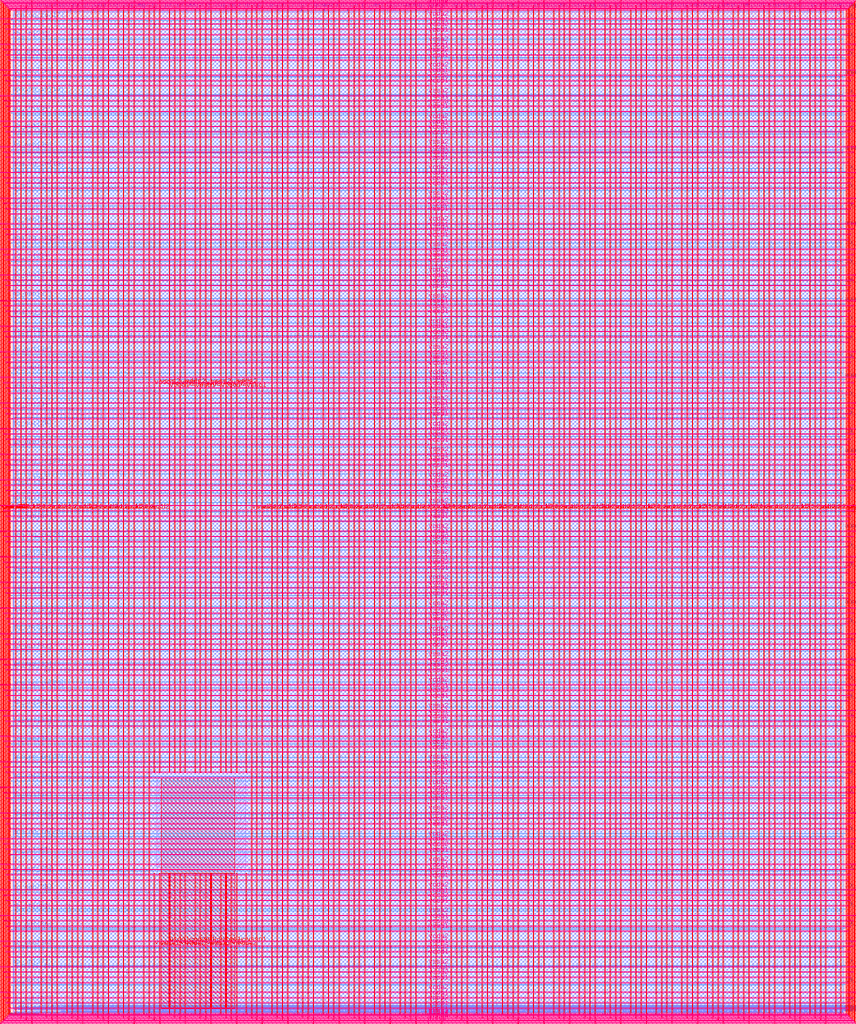
<source format=lef>
VERSION 5.7 ;
  NOWIREEXTENSIONATPIN ON ;
  DIVIDERCHAR "/" ;
  BUSBITCHARS "[]" ;
MACRO user_project_wrapper
  CLASS BLOCK ;
  FOREIGN user_project_wrapper ;
  ORIGIN 0.000 0.000 ;
  SIZE 2920.000 BY 3520.000 ;
  PIN analog_io[0]
    DIRECTION INOUT ;
    USE SIGNAL ;
    PORT
      LAYER met3 ;
        RECT 2917.600 1426.380 2924.800 1427.580 ;
    END
  END analog_io[0]
  PIN analog_io[10]
    DIRECTION INOUT ;
    USE SIGNAL ;
    PORT
      LAYER met2 ;
        RECT 2230.490 3517.600 2231.050 3524.800 ;
    END
  END analog_io[10]
  PIN analog_io[11]
    DIRECTION INOUT ;
    USE SIGNAL ;
    PORT
      LAYER met2 ;
        RECT 1905.730 3517.600 1906.290 3524.800 ;
    END
  END analog_io[11]
  PIN analog_io[12]
    DIRECTION INOUT ;
    USE SIGNAL ;
    PORT
      LAYER met2 ;
        RECT 1581.430 3517.600 1581.990 3524.800 ;
    END
  END analog_io[12]
  PIN analog_io[13]
    DIRECTION INOUT ;
    USE SIGNAL ;
    PORT
      LAYER met2 ;
        RECT 1257.130 3517.600 1257.690 3524.800 ;
    END
  END analog_io[13]
  PIN analog_io[14]
    DIRECTION INOUT ;
    USE SIGNAL ;
    PORT
      LAYER met2 ;
        RECT 932.370 3517.600 932.930 3524.800 ;
    END
  END analog_io[14]
  PIN analog_io[15]
    DIRECTION INOUT ;
    USE SIGNAL ;
    PORT
      LAYER met2 ;
        RECT 608.070 3517.600 608.630 3524.800 ;
    END
  END analog_io[15]
  PIN analog_io[16]
    DIRECTION INOUT ;
    USE SIGNAL ;
    PORT
      LAYER met2 ;
        RECT 283.770 3517.600 284.330 3524.800 ;
    END
  END analog_io[16]
  PIN analog_io[17]
    DIRECTION INOUT ;
    USE SIGNAL ;
    PORT
      LAYER met3 ;
        RECT -4.800 3486.100 2.400 3487.300 ;
    END
  END analog_io[17]
  PIN analog_io[18]
    DIRECTION INOUT ;
    USE SIGNAL ;
    PORT
      LAYER met3 ;
        RECT -4.800 3224.980 2.400 3226.180 ;
    END
  END analog_io[18]
  PIN analog_io[19]
    DIRECTION INOUT ;
    USE SIGNAL ;
    PORT
      LAYER met3 ;
        RECT -4.800 2964.540 2.400 2965.740 ;
    END
  END analog_io[19]
  PIN analog_io[1]
    DIRECTION INOUT ;
    USE SIGNAL ;
    PORT
      LAYER met3 ;
        RECT 2917.600 1692.260 2924.800 1693.460 ;
    END
  END analog_io[1]
  PIN analog_io[20]
    DIRECTION INOUT ;
    USE SIGNAL ;
    PORT
      LAYER met3 ;
        RECT -4.800 2703.420 2.400 2704.620 ;
    END
  END analog_io[20]
  PIN analog_io[21]
    DIRECTION INOUT ;
    USE SIGNAL ;
    PORT
      LAYER met3 ;
        RECT -4.800 2442.980 2.400 2444.180 ;
    END
  END analog_io[21]
  PIN analog_io[22]
    DIRECTION INOUT ;
    USE SIGNAL ;
    PORT
      LAYER met3 ;
        RECT -4.800 2182.540 2.400 2183.740 ;
    END
  END analog_io[22]
  PIN analog_io[23]
    DIRECTION INOUT ;
    USE SIGNAL ;
    PORT
      LAYER met3 ;
        RECT -4.800 1921.420 2.400 1922.620 ;
    END
  END analog_io[23]
  PIN analog_io[24]
    DIRECTION INOUT ;
    USE SIGNAL ;
    PORT
      LAYER met3 ;
        RECT -4.800 1660.980 2.400 1662.180 ;
    END
  END analog_io[24]
  PIN analog_io[25]
    DIRECTION INOUT ;
    USE SIGNAL ;
    PORT
      LAYER met3 ;
        RECT -4.800 1399.860 2.400 1401.060 ;
    END
  END analog_io[25]
  PIN analog_io[26]
    DIRECTION INOUT ;
    USE SIGNAL ;
    PORT
      LAYER met3 ;
        RECT -4.800 1139.420 2.400 1140.620 ;
    END
  END analog_io[26]
  PIN analog_io[27]
    DIRECTION INOUT ;
    USE SIGNAL ;
    PORT
      LAYER met3 ;
        RECT -4.800 878.980 2.400 880.180 ;
    END
  END analog_io[27]
  PIN analog_io[28]
    DIRECTION INOUT ;
    USE SIGNAL ;
    PORT
      LAYER met3 ;
        RECT -4.800 617.860 2.400 619.060 ;
    END
  END analog_io[28]
  PIN analog_io[2]
    DIRECTION INOUT ;
    USE SIGNAL ;
    PORT
      LAYER met3 ;
        RECT 2917.600 1958.140 2924.800 1959.340 ;
    END
  END analog_io[2]
  PIN analog_io[3]
    DIRECTION INOUT ;
    USE SIGNAL ;
    PORT
      LAYER met3 ;
        RECT 2917.600 2223.340 2924.800 2224.540 ;
    END
  END analog_io[3]
  PIN analog_io[4]
    DIRECTION INOUT ;
    USE SIGNAL ;
    PORT
      LAYER met3 ;
        RECT 2917.600 2489.220 2924.800 2490.420 ;
    END
  END analog_io[4]
  PIN analog_io[5]
    DIRECTION INOUT ;
    USE SIGNAL ;
    PORT
      LAYER met3 ;
        RECT 2917.600 2755.100 2924.800 2756.300 ;
    END
  END analog_io[5]
  PIN analog_io[6]
    DIRECTION INOUT ;
    USE SIGNAL ;
    PORT
      LAYER met3 ;
        RECT 2917.600 3020.300 2924.800 3021.500 ;
    END
  END analog_io[6]
  PIN analog_io[7]
    DIRECTION INOUT ;
    USE SIGNAL ;
    PORT
      LAYER met3 ;
        RECT 2917.600 3286.180 2924.800 3287.380 ;
    END
  END analog_io[7]
  PIN analog_io[8]
    DIRECTION INOUT ;
    USE SIGNAL ;
    PORT
      LAYER met2 ;
        RECT 2879.090 3517.600 2879.650 3524.800 ;
    END
  END analog_io[8]
  PIN analog_io[9]
    DIRECTION INOUT ;
    USE SIGNAL ;
    PORT
      LAYER met2 ;
        RECT 2554.790 3517.600 2555.350 3524.800 ;
    END
  END analog_io[9]
  PIN io_in[0]
    DIRECTION INPUT ;
    USE SIGNAL ;
    PORT
      LAYER met3 ;
        RECT 2917.600 32.380 2924.800 33.580 ;
    END
  END io_in[0]
  PIN io_in[10]
    DIRECTION INPUT ;
    USE SIGNAL ;
    PORT
      LAYER met3 ;
        RECT 2917.600 2289.980 2924.800 2291.180 ;
    END
  END io_in[10]
  PIN io_in[11]
    DIRECTION INPUT ;
    USE SIGNAL ;
    PORT
      LAYER met3 ;
        RECT 2917.600 2555.860 2924.800 2557.060 ;
    END
  END io_in[11]
  PIN io_in[12]
    DIRECTION INPUT ;
    USE SIGNAL ;
    PORT
      LAYER met3 ;
        RECT 2917.600 2821.060 2924.800 2822.260 ;
    END
  END io_in[12]
  PIN io_in[13]
    DIRECTION INPUT ;
    USE SIGNAL ;
    PORT
      LAYER met3 ;
        RECT 2917.600 3086.940 2924.800 3088.140 ;
    END
  END io_in[13]
  PIN io_in[14]
    DIRECTION INPUT ;
    USE SIGNAL ;
    PORT
      LAYER met3 ;
        RECT 2917.600 3352.820 2924.800 3354.020 ;
    END
  END io_in[14]
  PIN io_in[15]
    DIRECTION INPUT ;
    USE SIGNAL ;
    PORT
      LAYER met2 ;
        RECT 2798.130 3517.600 2798.690 3524.800 ;
    END
  END io_in[15]
  PIN io_in[16]
    DIRECTION INPUT ;
    USE SIGNAL ;
    PORT
      LAYER met2 ;
        RECT 2473.830 3517.600 2474.390 3524.800 ;
    END
  END io_in[16]
  PIN io_in[17]
    DIRECTION INPUT ;
    USE SIGNAL ;
    PORT
      LAYER met2 ;
        RECT 2149.070 3517.600 2149.630 3524.800 ;
    END
  END io_in[17]
  PIN io_in[18]
    DIRECTION INPUT ;
    USE SIGNAL ;
    PORT
      LAYER met2 ;
        RECT 1824.770 3517.600 1825.330 3524.800 ;
    END
  END io_in[18]
  PIN io_in[19]
    DIRECTION INPUT ;
    USE SIGNAL ;
    PORT
      LAYER met2 ;
        RECT 1500.470 3517.600 1501.030 3524.800 ;
    END
  END io_in[19]
  PIN io_in[1]
    DIRECTION INPUT ;
    USE SIGNAL ;
    PORT
      LAYER met3 ;
        RECT 2917.600 230.940 2924.800 232.140 ;
    END
  END io_in[1]
  PIN io_in[20]
    DIRECTION INPUT ;
    USE SIGNAL ;
    PORT
      LAYER met2 ;
        RECT 1175.710 3517.600 1176.270 3524.800 ;
    END
  END io_in[20]
  PIN io_in[21]
    DIRECTION INPUT ;
    USE SIGNAL ;
    PORT
      LAYER met2 ;
        RECT 851.410 3517.600 851.970 3524.800 ;
    END
  END io_in[21]
  PIN io_in[22]
    DIRECTION INPUT ;
    USE SIGNAL ;
    PORT
      LAYER met2 ;
        RECT 527.110 3517.600 527.670 3524.800 ;
    END
  END io_in[22]
  PIN io_in[23]
    DIRECTION INPUT ;
    USE SIGNAL ;
    PORT
      LAYER met2 ;
        RECT 202.350 3517.600 202.910 3524.800 ;
    END
  END io_in[23]
  PIN io_in[24]
    DIRECTION INPUT ;
    USE SIGNAL ;
    PORT
      LAYER met3 ;
        RECT -4.800 3420.820 2.400 3422.020 ;
    END
  END io_in[24]
  PIN io_in[25]
    DIRECTION INPUT ;
    USE SIGNAL ;
    PORT
      LAYER met3 ;
        RECT -4.800 3159.700 2.400 3160.900 ;
    END
  END io_in[25]
  PIN io_in[26]
    DIRECTION INPUT ;
    USE SIGNAL ;
    PORT
      LAYER met3 ;
        RECT -4.800 2899.260 2.400 2900.460 ;
    END
  END io_in[26]
  PIN io_in[27]
    DIRECTION INPUT ;
    USE SIGNAL ;
    PORT
      LAYER met3 ;
        RECT -4.800 2638.820 2.400 2640.020 ;
    END
  END io_in[27]
  PIN io_in[28]
    DIRECTION INPUT ;
    USE SIGNAL ;
    PORT
      LAYER met3 ;
        RECT -4.800 2377.700 2.400 2378.900 ;
    END
  END io_in[28]
  PIN io_in[29]
    DIRECTION INPUT ;
    USE SIGNAL ;
    PORT
      LAYER met3 ;
        RECT -4.800 2117.260 2.400 2118.460 ;
    END
  END io_in[29]
  PIN io_in[2]
    DIRECTION INPUT ;
    USE SIGNAL ;
    PORT
      LAYER met3 ;
        RECT 2917.600 430.180 2924.800 431.380 ;
    END
  END io_in[2]
  PIN io_in[30]
    DIRECTION INPUT ;
    USE SIGNAL ;
    PORT
      LAYER met3 ;
        RECT -4.800 1856.140 2.400 1857.340 ;
    END
  END io_in[30]
  PIN io_in[31]
    DIRECTION INPUT ;
    USE SIGNAL ;
    PORT
      LAYER met3 ;
        RECT -4.800 1595.700 2.400 1596.900 ;
    END
  END io_in[31]
  PIN io_in[32]
    DIRECTION INPUT ;
    USE SIGNAL ;
    PORT
      LAYER met3 ;
        RECT -4.800 1335.260 2.400 1336.460 ;
    END
  END io_in[32]
  PIN io_in[33]
    DIRECTION INPUT ;
    USE SIGNAL ;
    PORT
      LAYER met3 ;
        RECT -4.800 1074.140 2.400 1075.340 ;
    END
  END io_in[33]
  PIN io_in[34]
    DIRECTION INPUT ;
    USE SIGNAL ;
    PORT
      LAYER met3 ;
        RECT -4.800 813.700 2.400 814.900 ;
    END
  END io_in[34]
  PIN io_in[35]
    DIRECTION INPUT ;
    USE SIGNAL ;
    PORT
      LAYER met3 ;
        RECT -4.800 552.580 2.400 553.780 ;
    END
  END io_in[35]
  PIN io_in[36]
    DIRECTION INPUT ;
    USE SIGNAL ;
    PORT
      LAYER met3 ;
        RECT -4.800 357.420 2.400 358.620 ;
    END
  END io_in[36]
  PIN io_in[37]
    DIRECTION INPUT ;
    USE SIGNAL ;
    PORT
      LAYER met3 ;
        RECT -4.800 161.580 2.400 162.780 ;
    END
  END io_in[37]
  PIN io_in[3]
    DIRECTION INPUT ;
    USE SIGNAL ;
    PORT
      LAYER met3 ;
        RECT 2917.600 629.420 2924.800 630.620 ;
    END
  END io_in[3]
  PIN io_in[4]
    DIRECTION INPUT ;
    USE SIGNAL ;
    PORT
      LAYER met3 ;
        RECT 2917.600 828.660 2924.800 829.860 ;
    END
  END io_in[4]
  PIN io_in[5]
    DIRECTION INPUT ;
    USE SIGNAL ;
    PORT
      LAYER met3 ;
        RECT 2917.600 1027.900 2924.800 1029.100 ;
    END
  END io_in[5]
  PIN io_in[6]
    DIRECTION INPUT ;
    USE SIGNAL ;
    PORT
      LAYER met3 ;
        RECT 2917.600 1227.140 2924.800 1228.340 ;
    END
  END io_in[6]
  PIN io_in[7]
    DIRECTION INPUT ;
    USE SIGNAL ;
    PORT
      LAYER met3 ;
        RECT 2917.600 1493.020 2924.800 1494.220 ;
    END
  END io_in[7]
  PIN io_in[8]
    DIRECTION INPUT ;
    USE SIGNAL ;
    PORT
      LAYER met3 ;
        RECT 2917.600 1758.900 2924.800 1760.100 ;
    END
  END io_in[8]
  PIN io_in[9]
    DIRECTION INPUT ;
    USE SIGNAL ;
    PORT
      LAYER met3 ;
        RECT 2917.600 2024.100 2924.800 2025.300 ;
    END
  END io_in[9]
  PIN io_oeb[0]
    DIRECTION OUTPUT TRISTATE ;
    USE SIGNAL ;
    PORT
      LAYER met3 ;
        RECT 2917.600 164.980 2924.800 166.180 ;
    END
  END io_oeb[0]
  PIN io_oeb[10]
    DIRECTION OUTPUT TRISTATE ;
    USE SIGNAL ;
    PORT
      LAYER met3 ;
        RECT 2917.600 2422.580 2924.800 2423.780 ;
    END
  END io_oeb[10]
  PIN io_oeb[11]
    DIRECTION OUTPUT TRISTATE ;
    USE SIGNAL ;
    PORT
      LAYER met3 ;
        RECT 2917.600 2688.460 2924.800 2689.660 ;
    END
  END io_oeb[11]
  PIN io_oeb[12]
    DIRECTION OUTPUT TRISTATE ;
    USE SIGNAL ;
    PORT
      LAYER met3 ;
        RECT 2917.600 2954.340 2924.800 2955.540 ;
    END
  END io_oeb[12]
  PIN io_oeb[13]
    DIRECTION OUTPUT TRISTATE ;
    USE SIGNAL ;
    PORT
      LAYER met3 ;
        RECT 2917.600 3219.540 2924.800 3220.740 ;
    END
  END io_oeb[13]
  PIN io_oeb[14]
    DIRECTION OUTPUT TRISTATE ;
    USE SIGNAL ;
    PORT
      LAYER met3 ;
        RECT 2917.600 3485.420 2924.800 3486.620 ;
    END
  END io_oeb[14]
  PIN io_oeb[15]
    DIRECTION OUTPUT TRISTATE ;
    USE SIGNAL ;
    PORT
      LAYER met2 ;
        RECT 2635.750 3517.600 2636.310 3524.800 ;
    END
  END io_oeb[15]
  PIN io_oeb[16]
    DIRECTION OUTPUT TRISTATE ;
    USE SIGNAL ;
    PORT
      LAYER met2 ;
        RECT 2311.450 3517.600 2312.010 3524.800 ;
    END
  END io_oeb[16]
  PIN io_oeb[17]
    DIRECTION OUTPUT TRISTATE ;
    USE SIGNAL ;
    PORT
      LAYER met2 ;
        RECT 1987.150 3517.600 1987.710 3524.800 ;
    END
  END io_oeb[17]
  PIN io_oeb[18]
    DIRECTION OUTPUT TRISTATE ;
    USE SIGNAL ;
    PORT
      LAYER met2 ;
        RECT 1662.390 3517.600 1662.950 3524.800 ;
    END
  END io_oeb[18]
  PIN io_oeb[19]
    DIRECTION OUTPUT TRISTATE ;
    USE SIGNAL ;
    PORT
      LAYER met2 ;
        RECT 1338.090 3517.600 1338.650 3524.800 ;
    END
  END io_oeb[19]
  PIN io_oeb[1]
    DIRECTION OUTPUT TRISTATE ;
    USE SIGNAL ;
    PORT
      LAYER met3 ;
        RECT 2917.600 364.220 2924.800 365.420 ;
    END
  END io_oeb[1]
  PIN io_oeb[20]
    DIRECTION OUTPUT TRISTATE ;
    USE SIGNAL ;
    PORT
      LAYER met2 ;
        RECT 1013.790 3517.600 1014.350 3524.800 ;
    END
  END io_oeb[20]
  PIN io_oeb[21]
    DIRECTION OUTPUT TRISTATE ;
    USE SIGNAL ;
    PORT
      LAYER met2 ;
        RECT 689.030 3517.600 689.590 3524.800 ;
    END
  END io_oeb[21]
  PIN io_oeb[22]
    DIRECTION OUTPUT TRISTATE ;
    USE SIGNAL ;
    PORT
      LAYER met2 ;
        RECT 364.730 3517.600 365.290 3524.800 ;
    END
  END io_oeb[22]
  PIN io_oeb[23]
    DIRECTION OUTPUT TRISTATE ;
    USE SIGNAL ;
    PORT
      LAYER met2 ;
        RECT 40.430 3517.600 40.990 3524.800 ;
    END
  END io_oeb[23]
  PIN io_oeb[24]
    DIRECTION OUTPUT TRISTATE ;
    USE SIGNAL ;
    PORT
      LAYER met3 ;
        RECT -4.800 3290.260 2.400 3291.460 ;
    END
  END io_oeb[24]
  PIN io_oeb[25]
    DIRECTION OUTPUT TRISTATE ;
    USE SIGNAL ;
    PORT
      LAYER met3 ;
        RECT -4.800 3029.820 2.400 3031.020 ;
    END
  END io_oeb[25]
  PIN io_oeb[26]
    DIRECTION OUTPUT TRISTATE ;
    USE SIGNAL ;
    PORT
      LAYER met3 ;
        RECT -4.800 2768.700 2.400 2769.900 ;
    END
  END io_oeb[26]
  PIN io_oeb[27]
    DIRECTION OUTPUT TRISTATE ;
    USE SIGNAL ;
    PORT
      LAYER met3 ;
        RECT -4.800 2508.260 2.400 2509.460 ;
    END
  END io_oeb[27]
  PIN io_oeb[28]
    DIRECTION OUTPUT TRISTATE ;
    USE SIGNAL ;
    PORT
      LAYER met3 ;
        RECT -4.800 2247.140 2.400 2248.340 ;
    END
  END io_oeb[28]
  PIN io_oeb[29]
    DIRECTION OUTPUT TRISTATE ;
    USE SIGNAL ;
    PORT
      LAYER met3 ;
        RECT -4.800 1986.700 2.400 1987.900 ;
    END
  END io_oeb[29]
  PIN io_oeb[2]
    DIRECTION OUTPUT TRISTATE ;
    USE SIGNAL ;
    PORT
      LAYER met3 ;
        RECT 2917.600 563.460 2924.800 564.660 ;
    END
  END io_oeb[2]
  PIN io_oeb[30]
    DIRECTION OUTPUT TRISTATE ;
    USE SIGNAL ;
    PORT
      LAYER met3 ;
        RECT -4.800 1726.260 2.400 1727.460 ;
    END
  END io_oeb[30]
  PIN io_oeb[31]
    DIRECTION OUTPUT TRISTATE ;
    USE SIGNAL ;
    PORT
      LAYER met3 ;
        RECT -4.800 1465.140 2.400 1466.340 ;
    END
  END io_oeb[31]
  PIN io_oeb[32]
    DIRECTION OUTPUT TRISTATE ;
    USE SIGNAL ;
    PORT
      LAYER met3 ;
        RECT -4.800 1204.700 2.400 1205.900 ;
    END
  END io_oeb[32]
  PIN io_oeb[33]
    DIRECTION OUTPUT TRISTATE ;
    USE SIGNAL ;
    PORT
      LAYER met3 ;
        RECT -4.800 943.580 2.400 944.780 ;
    END
  END io_oeb[33]
  PIN io_oeb[34]
    DIRECTION OUTPUT TRISTATE ;
    USE SIGNAL ;
    PORT
      LAYER met3 ;
        RECT -4.800 683.140 2.400 684.340 ;
    END
  END io_oeb[34]
  PIN io_oeb[35]
    DIRECTION OUTPUT TRISTATE ;
    USE SIGNAL ;
    PORT
      LAYER met3 ;
        RECT -4.800 422.700 2.400 423.900 ;
    END
  END io_oeb[35]
  PIN io_oeb[36]
    DIRECTION OUTPUT TRISTATE ;
    USE SIGNAL ;
    PORT
      LAYER met3 ;
        RECT -4.800 226.860 2.400 228.060 ;
    END
  END io_oeb[36]
  PIN io_oeb[37]
    DIRECTION OUTPUT TRISTATE ;
    USE SIGNAL ;
    PORT
      LAYER met3 ;
        RECT -4.800 31.700 2.400 32.900 ;
    END
  END io_oeb[37]
  PIN io_oeb[3]
    DIRECTION OUTPUT TRISTATE ;
    USE SIGNAL ;
    PORT
      LAYER met3 ;
        RECT 2917.600 762.700 2924.800 763.900 ;
    END
  END io_oeb[3]
  PIN io_oeb[4]
    DIRECTION OUTPUT TRISTATE ;
    USE SIGNAL ;
    PORT
      LAYER met3 ;
        RECT 2917.600 961.940 2924.800 963.140 ;
    END
  END io_oeb[4]
  PIN io_oeb[5]
    DIRECTION OUTPUT TRISTATE ;
    USE SIGNAL ;
    PORT
      LAYER met3 ;
        RECT 2917.600 1161.180 2924.800 1162.380 ;
    END
  END io_oeb[5]
  PIN io_oeb[6]
    DIRECTION OUTPUT TRISTATE ;
    USE SIGNAL ;
    PORT
      LAYER met3 ;
        RECT 2917.600 1360.420 2924.800 1361.620 ;
    END
  END io_oeb[6]
  PIN io_oeb[7]
    DIRECTION OUTPUT TRISTATE ;
    USE SIGNAL ;
    PORT
      LAYER met3 ;
        RECT 2917.600 1625.620 2924.800 1626.820 ;
    END
  END io_oeb[7]
  PIN io_oeb[8]
    DIRECTION OUTPUT TRISTATE ;
    USE SIGNAL ;
    PORT
      LAYER met3 ;
        RECT 2917.600 1891.500 2924.800 1892.700 ;
    END
  END io_oeb[8]
  PIN io_oeb[9]
    DIRECTION OUTPUT TRISTATE ;
    USE SIGNAL ;
    PORT
      LAYER met3 ;
        RECT 2917.600 2157.380 2924.800 2158.580 ;
    END
  END io_oeb[9]
  PIN io_out[0]
    DIRECTION OUTPUT TRISTATE ;
    USE SIGNAL ;
    PORT
      LAYER met3 ;
        RECT 2917.600 98.340 2924.800 99.540 ;
    END
  END io_out[0]
  PIN io_out[10]
    DIRECTION OUTPUT TRISTATE ;
    USE SIGNAL ;
    PORT
      LAYER met3 ;
        RECT 2917.600 2356.620 2924.800 2357.820 ;
    END
  END io_out[10]
  PIN io_out[11]
    DIRECTION OUTPUT TRISTATE ;
    USE SIGNAL ;
    PORT
      LAYER met3 ;
        RECT 2917.600 2621.820 2924.800 2623.020 ;
    END
  END io_out[11]
  PIN io_out[12]
    DIRECTION OUTPUT TRISTATE ;
    USE SIGNAL ;
    PORT
      LAYER met3 ;
        RECT 2917.600 2887.700 2924.800 2888.900 ;
    END
  END io_out[12]
  PIN io_out[13]
    DIRECTION OUTPUT TRISTATE ;
    USE SIGNAL ;
    PORT
      LAYER met3 ;
        RECT 2917.600 3153.580 2924.800 3154.780 ;
    END
  END io_out[13]
  PIN io_out[14]
    DIRECTION OUTPUT TRISTATE ;
    USE SIGNAL ;
    PORT
      LAYER met3 ;
        RECT 2917.600 3418.780 2924.800 3419.980 ;
    END
  END io_out[14]
  PIN io_out[15]
    DIRECTION OUTPUT TRISTATE ;
    USE SIGNAL ;
    PORT
      LAYER met2 ;
        RECT 2717.170 3517.600 2717.730 3524.800 ;
    END
  END io_out[15]
  PIN io_out[16]
    DIRECTION OUTPUT TRISTATE ;
    USE SIGNAL ;
    PORT
      LAYER met2 ;
        RECT 2392.410 3517.600 2392.970 3524.800 ;
    END
  END io_out[16]
  PIN io_out[17]
    DIRECTION OUTPUT TRISTATE ;
    USE SIGNAL ;
    PORT
      LAYER met2 ;
        RECT 2068.110 3517.600 2068.670 3524.800 ;
    END
  END io_out[17]
  PIN io_out[18]
    DIRECTION OUTPUT TRISTATE ;
    USE SIGNAL ;
    PORT
      LAYER met2 ;
        RECT 1743.810 3517.600 1744.370 3524.800 ;
    END
  END io_out[18]
  PIN io_out[19]
    DIRECTION OUTPUT TRISTATE ;
    USE SIGNAL ;
    PORT
      LAYER met2 ;
        RECT 1419.050 3517.600 1419.610 3524.800 ;
    END
  END io_out[19]
  PIN io_out[1]
    DIRECTION OUTPUT TRISTATE ;
    USE SIGNAL ;
    PORT
      LAYER met3 ;
        RECT 2917.600 297.580 2924.800 298.780 ;
    END
  END io_out[1]
  PIN io_out[20]
    DIRECTION OUTPUT TRISTATE ;
    USE SIGNAL ;
    PORT
      LAYER met2 ;
        RECT 1094.750 3517.600 1095.310 3524.800 ;
    END
  END io_out[20]
  PIN io_out[21]
    DIRECTION OUTPUT TRISTATE ;
    USE SIGNAL ;
    PORT
      LAYER met2 ;
        RECT 770.450 3517.600 771.010 3524.800 ;
    END
  END io_out[21]
  PIN io_out[22]
    DIRECTION OUTPUT TRISTATE ;
    USE SIGNAL ;
    PORT
      LAYER met2 ;
        RECT 445.690 3517.600 446.250 3524.800 ;
    END
  END io_out[22]
  PIN io_out[23]
    DIRECTION OUTPUT TRISTATE ;
    USE SIGNAL ;
    PORT
      LAYER met2 ;
        RECT 121.390 3517.600 121.950 3524.800 ;
    END
  END io_out[23]
  PIN io_out[24]
    DIRECTION OUTPUT TRISTATE ;
    USE SIGNAL ;
    PORT
      LAYER met3 ;
        RECT -4.800 3355.540 2.400 3356.740 ;
    END
  END io_out[24]
  PIN io_out[25]
    DIRECTION OUTPUT TRISTATE ;
    USE SIGNAL ;
    PORT
      LAYER met3 ;
        RECT -4.800 3095.100 2.400 3096.300 ;
    END
  END io_out[25]
  PIN io_out[26]
    DIRECTION OUTPUT TRISTATE ;
    USE SIGNAL ;
    PORT
      LAYER met3 ;
        RECT -4.800 2833.980 2.400 2835.180 ;
    END
  END io_out[26]
  PIN io_out[27]
    DIRECTION OUTPUT TRISTATE ;
    USE SIGNAL ;
    PORT
      LAYER met3 ;
        RECT -4.800 2573.540 2.400 2574.740 ;
    END
  END io_out[27]
  PIN io_out[28]
    DIRECTION OUTPUT TRISTATE ;
    USE SIGNAL ;
    PORT
      LAYER met3 ;
        RECT -4.800 2312.420 2.400 2313.620 ;
    END
  END io_out[28]
  PIN io_out[29]
    DIRECTION OUTPUT TRISTATE ;
    USE SIGNAL ;
    PORT
      LAYER met3 ;
        RECT -4.800 2051.980 2.400 2053.180 ;
    END
  END io_out[29]
  PIN io_out[2]
    DIRECTION OUTPUT TRISTATE ;
    USE SIGNAL ;
    PORT
      LAYER met3 ;
        RECT 2917.600 496.820 2924.800 498.020 ;
    END
  END io_out[2]
  PIN io_out[30]
    DIRECTION OUTPUT TRISTATE ;
    USE SIGNAL ;
    PORT
      LAYER met3 ;
        RECT -4.800 1791.540 2.400 1792.740 ;
    END
  END io_out[30]
  PIN io_out[31]
    DIRECTION OUTPUT TRISTATE ;
    USE SIGNAL ;
    PORT
      LAYER met3 ;
        RECT -4.800 1530.420 2.400 1531.620 ;
    END
  END io_out[31]
  PIN io_out[32]
    DIRECTION OUTPUT TRISTATE ;
    USE SIGNAL ;
    PORT
      LAYER met3 ;
        RECT -4.800 1269.980 2.400 1271.180 ;
    END
  END io_out[32]
  PIN io_out[33]
    DIRECTION OUTPUT TRISTATE ;
    USE SIGNAL ;
    PORT
      LAYER met3 ;
        RECT -4.800 1008.860 2.400 1010.060 ;
    END
  END io_out[33]
  PIN io_out[34]
    DIRECTION OUTPUT TRISTATE ;
    USE SIGNAL ;
    PORT
      LAYER met3 ;
        RECT -4.800 748.420 2.400 749.620 ;
    END
  END io_out[34]
  PIN io_out[35]
    DIRECTION OUTPUT TRISTATE ;
    USE SIGNAL ;
    PORT
      LAYER met3 ;
        RECT -4.800 487.300 2.400 488.500 ;
    END
  END io_out[35]
  PIN io_out[36]
    DIRECTION OUTPUT TRISTATE ;
    USE SIGNAL ;
    PORT
      LAYER met3 ;
        RECT -4.800 292.140 2.400 293.340 ;
    END
  END io_out[36]
  PIN io_out[37]
    DIRECTION OUTPUT TRISTATE ;
    USE SIGNAL ;
    PORT
      LAYER met3 ;
        RECT -4.800 96.300 2.400 97.500 ;
    END
  END io_out[37]
  PIN io_out[3]
    DIRECTION OUTPUT TRISTATE ;
    USE SIGNAL ;
    PORT
      LAYER met3 ;
        RECT 2917.600 696.060 2924.800 697.260 ;
    END
  END io_out[3]
  PIN io_out[4]
    DIRECTION OUTPUT TRISTATE ;
    USE SIGNAL ;
    PORT
      LAYER met3 ;
        RECT 2917.600 895.300 2924.800 896.500 ;
    END
  END io_out[4]
  PIN io_out[5]
    DIRECTION OUTPUT TRISTATE ;
    USE SIGNAL ;
    PORT
      LAYER met3 ;
        RECT 2917.600 1094.540 2924.800 1095.740 ;
    END
  END io_out[5]
  PIN io_out[6]
    DIRECTION OUTPUT TRISTATE ;
    USE SIGNAL ;
    PORT
      LAYER met3 ;
        RECT 2917.600 1293.780 2924.800 1294.980 ;
    END
  END io_out[6]
  PIN io_out[7]
    DIRECTION OUTPUT TRISTATE ;
    USE SIGNAL ;
    PORT
      LAYER met3 ;
        RECT 2917.600 1559.660 2924.800 1560.860 ;
    END
  END io_out[7]
  PIN io_out[8]
    DIRECTION OUTPUT TRISTATE ;
    USE SIGNAL ;
    PORT
      LAYER met3 ;
        RECT 2917.600 1824.860 2924.800 1826.060 ;
    END
  END io_out[8]
  PIN io_out[9]
    DIRECTION OUTPUT TRISTATE ;
    USE SIGNAL ;
    PORT
      LAYER met3 ;
        RECT 2917.600 2090.740 2924.800 2091.940 ;
    END
  END io_out[9]
  PIN la_data_in[0]
    DIRECTION INPUT ;
    USE SIGNAL ;
    PORT
      LAYER met2 ;
        RECT 629.230 -4.800 629.790 2.400 ;
    END
  END la_data_in[0]
  PIN la_data_in[100]
    DIRECTION INPUT ;
    USE SIGNAL ;
    PORT
      LAYER met2 ;
        RECT 2402.530 -4.800 2403.090 2.400 ;
    END
  END la_data_in[100]
  PIN la_data_in[101]
    DIRECTION INPUT ;
    USE SIGNAL ;
    PORT
      LAYER met2 ;
        RECT 2420.010 -4.800 2420.570 2.400 ;
    END
  END la_data_in[101]
  PIN la_data_in[102]
    DIRECTION INPUT ;
    USE SIGNAL ;
    PORT
      LAYER met2 ;
        RECT 2437.950 -4.800 2438.510 2.400 ;
    END
  END la_data_in[102]
  PIN la_data_in[103]
    DIRECTION INPUT ;
    USE SIGNAL ;
    PORT
      LAYER met2 ;
        RECT 2455.430 -4.800 2455.990 2.400 ;
    END
  END la_data_in[103]
  PIN la_data_in[104]
    DIRECTION INPUT ;
    USE SIGNAL ;
    PORT
      LAYER met2 ;
        RECT 2473.370 -4.800 2473.930 2.400 ;
    END
  END la_data_in[104]
  PIN la_data_in[105]
    DIRECTION INPUT ;
    USE SIGNAL ;
    PORT
      LAYER met2 ;
        RECT 2490.850 -4.800 2491.410 2.400 ;
    END
  END la_data_in[105]
  PIN la_data_in[106]
    DIRECTION INPUT ;
    USE SIGNAL ;
    PORT
      LAYER met2 ;
        RECT 2508.790 -4.800 2509.350 2.400 ;
    END
  END la_data_in[106]
  PIN la_data_in[107]
    DIRECTION INPUT ;
    USE SIGNAL ;
    PORT
      LAYER met2 ;
        RECT 2526.730 -4.800 2527.290 2.400 ;
    END
  END la_data_in[107]
  PIN la_data_in[108]
    DIRECTION INPUT ;
    USE SIGNAL ;
    PORT
      LAYER met2 ;
        RECT 2544.210 -4.800 2544.770 2.400 ;
    END
  END la_data_in[108]
  PIN la_data_in[109]
    DIRECTION INPUT ;
    USE SIGNAL ;
    PORT
      LAYER met2 ;
        RECT 2562.150 -4.800 2562.710 2.400 ;
    END
  END la_data_in[109]
  PIN la_data_in[10]
    DIRECTION INPUT ;
    USE SIGNAL ;
    PORT
      LAYER met2 ;
        RECT 806.330 -4.800 806.890 2.400 ;
    END
  END la_data_in[10]
  PIN la_data_in[110]
    DIRECTION INPUT ;
    USE SIGNAL ;
    PORT
      LAYER met2 ;
        RECT 2579.630 -4.800 2580.190 2.400 ;
    END
  END la_data_in[110]
  PIN la_data_in[111]
    DIRECTION INPUT ;
    USE SIGNAL ;
    PORT
      LAYER met2 ;
        RECT 2597.570 -4.800 2598.130 2.400 ;
    END
  END la_data_in[111]
  PIN la_data_in[112]
    DIRECTION INPUT ;
    USE SIGNAL ;
    PORT
      LAYER met2 ;
        RECT 2615.050 -4.800 2615.610 2.400 ;
    END
  END la_data_in[112]
  PIN la_data_in[113]
    DIRECTION INPUT ;
    USE SIGNAL ;
    PORT
      LAYER met2 ;
        RECT 2632.990 -4.800 2633.550 2.400 ;
    END
  END la_data_in[113]
  PIN la_data_in[114]
    DIRECTION INPUT ;
    USE SIGNAL ;
    PORT
      LAYER met2 ;
        RECT 2650.470 -4.800 2651.030 2.400 ;
    END
  END la_data_in[114]
  PIN la_data_in[115]
    DIRECTION INPUT ;
    USE SIGNAL ;
    PORT
      LAYER met2 ;
        RECT 2668.410 -4.800 2668.970 2.400 ;
    END
  END la_data_in[115]
  PIN la_data_in[116]
    DIRECTION INPUT ;
    USE SIGNAL ;
    PORT
      LAYER met2 ;
        RECT 2685.890 -4.800 2686.450 2.400 ;
    END
  END la_data_in[116]
  PIN la_data_in[117]
    DIRECTION INPUT ;
    USE SIGNAL ;
    PORT
      LAYER met2 ;
        RECT 2703.830 -4.800 2704.390 2.400 ;
    END
  END la_data_in[117]
  PIN la_data_in[118]
    DIRECTION INPUT ;
    USE SIGNAL ;
    PORT
      LAYER met2 ;
        RECT 2721.770 -4.800 2722.330 2.400 ;
    END
  END la_data_in[118]
  PIN la_data_in[119]
    DIRECTION INPUT ;
    USE SIGNAL ;
    PORT
      LAYER met2 ;
        RECT 2739.250 -4.800 2739.810 2.400 ;
    END
  END la_data_in[119]
  PIN la_data_in[11]
    DIRECTION INPUT ;
    USE SIGNAL ;
    PORT
      LAYER met2 ;
        RECT 824.270 -4.800 824.830 2.400 ;
    END
  END la_data_in[11]
  PIN la_data_in[120]
    DIRECTION INPUT ;
    USE SIGNAL ;
    PORT
      LAYER met2 ;
        RECT 2757.190 -4.800 2757.750 2.400 ;
    END
  END la_data_in[120]
  PIN la_data_in[121]
    DIRECTION INPUT ;
    USE SIGNAL ;
    PORT
      LAYER met2 ;
        RECT 2774.670 -4.800 2775.230 2.400 ;
    END
  END la_data_in[121]
  PIN la_data_in[122]
    DIRECTION INPUT ;
    USE SIGNAL ;
    PORT
      LAYER met2 ;
        RECT 2792.610 -4.800 2793.170 2.400 ;
    END
  END la_data_in[122]
  PIN la_data_in[123]
    DIRECTION INPUT ;
    USE SIGNAL ;
    PORT
      LAYER met2 ;
        RECT 2810.090 -4.800 2810.650 2.400 ;
    END
  END la_data_in[123]
  PIN la_data_in[124]
    DIRECTION INPUT ;
    USE SIGNAL ;
    PORT
      LAYER met2 ;
        RECT 2828.030 -4.800 2828.590 2.400 ;
    END
  END la_data_in[124]
  PIN la_data_in[125]
    DIRECTION INPUT ;
    USE SIGNAL ;
    PORT
      LAYER met2 ;
        RECT 2845.510 -4.800 2846.070 2.400 ;
    END
  END la_data_in[125]
  PIN la_data_in[126]
    DIRECTION INPUT ;
    USE SIGNAL ;
    PORT
      LAYER met2 ;
        RECT 2863.450 -4.800 2864.010 2.400 ;
    END
  END la_data_in[126]
  PIN la_data_in[127]
    DIRECTION INPUT ;
    USE SIGNAL ;
    PORT
      LAYER met2 ;
        RECT 2881.390 -4.800 2881.950 2.400 ;
    END
  END la_data_in[127]
  PIN la_data_in[12]
    DIRECTION INPUT ;
    USE SIGNAL ;
    PORT
      LAYER met2 ;
        RECT 841.750 -4.800 842.310 2.400 ;
    END
  END la_data_in[12]
  PIN la_data_in[13]
    DIRECTION INPUT ;
    USE SIGNAL ;
    PORT
      LAYER met2 ;
        RECT 859.690 -4.800 860.250 2.400 ;
    END
  END la_data_in[13]
  PIN la_data_in[14]
    DIRECTION INPUT ;
    USE SIGNAL ;
    PORT
      LAYER met2 ;
        RECT 877.170 -4.800 877.730 2.400 ;
    END
  END la_data_in[14]
  PIN la_data_in[15]
    DIRECTION INPUT ;
    USE SIGNAL ;
    PORT
      LAYER met2 ;
        RECT 895.110 -4.800 895.670 2.400 ;
    END
  END la_data_in[15]
  PIN la_data_in[16]
    DIRECTION INPUT ;
    USE SIGNAL ;
    PORT
      LAYER met2 ;
        RECT 912.590 -4.800 913.150 2.400 ;
    END
  END la_data_in[16]
  PIN la_data_in[17]
    DIRECTION INPUT ;
    USE SIGNAL ;
    PORT
      LAYER met2 ;
        RECT 930.530 -4.800 931.090 2.400 ;
    END
  END la_data_in[17]
  PIN la_data_in[18]
    DIRECTION INPUT ;
    USE SIGNAL ;
    PORT
      LAYER met2 ;
        RECT 948.470 -4.800 949.030 2.400 ;
    END
  END la_data_in[18]
  PIN la_data_in[19]
    DIRECTION INPUT ;
    USE SIGNAL ;
    PORT
      LAYER met2 ;
        RECT 965.950 -4.800 966.510 2.400 ;
    END
  END la_data_in[19]
  PIN la_data_in[1]
    DIRECTION INPUT ;
    USE SIGNAL ;
    PORT
      LAYER met2 ;
        RECT 646.710 -4.800 647.270 2.400 ;
    END
  END la_data_in[1]
  PIN la_data_in[20]
    DIRECTION INPUT ;
    USE SIGNAL ;
    PORT
      LAYER met2 ;
        RECT 983.890 -4.800 984.450 2.400 ;
    END
  END la_data_in[20]
  PIN la_data_in[21]
    DIRECTION INPUT ;
    USE SIGNAL ;
    PORT
      LAYER met2 ;
        RECT 1001.370 -4.800 1001.930 2.400 ;
    END
  END la_data_in[21]
  PIN la_data_in[22]
    DIRECTION INPUT ;
    USE SIGNAL ;
    PORT
      LAYER met2 ;
        RECT 1019.310 -4.800 1019.870 2.400 ;
    END
  END la_data_in[22]
  PIN la_data_in[23]
    DIRECTION INPUT ;
    USE SIGNAL ;
    PORT
      LAYER met2 ;
        RECT 1036.790 -4.800 1037.350 2.400 ;
    END
  END la_data_in[23]
  PIN la_data_in[24]
    DIRECTION INPUT ;
    USE SIGNAL ;
    PORT
      LAYER met2 ;
        RECT 1054.730 -4.800 1055.290 2.400 ;
    END
  END la_data_in[24]
  PIN la_data_in[25]
    DIRECTION INPUT ;
    USE SIGNAL ;
    PORT
      LAYER met2 ;
        RECT 1072.210 -4.800 1072.770 2.400 ;
    END
  END la_data_in[25]
  PIN la_data_in[26]
    DIRECTION INPUT ;
    USE SIGNAL ;
    PORT
      LAYER met2 ;
        RECT 1090.150 -4.800 1090.710 2.400 ;
    END
  END la_data_in[26]
  PIN la_data_in[27]
    DIRECTION INPUT ;
    USE SIGNAL ;
    PORT
      LAYER met2 ;
        RECT 1107.630 -4.800 1108.190 2.400 ;
    END
  END la_data_in[27]
  PIN la_data_in[28]
    DIRECTION INPUT ;
    USE SIGNAL ;
    PORT
      LAYER met2 ;
        RECT 1125.570 -4.800 1126.130 2.400 ;
    END
  END la_data_in[28]
  PIN la_data_in[29]
    DIRECTION INPUT ;
    USE SIGNAL ;
    PORT
      LAYER met2 ;
        RECT 1143.510 -4.800 1144.070 2.400 ;
    END
  END la_data_in[29]
  PIN la_data_in[2]
    DIRECTION INPUT ;
    USE SIGNAL ;
    PORT
      LAYER met2 ;
        RECT 664.650 -4.800 665.210 2.400 ;
    END
  END la_data_in[2]
  PIN la_data_in[30]
    DIRECTION INPUT ;
    USE SIGNAL ;
    PORT
      LAYER met2 ;
        RECT 1160.990 -4.800 1161.550 2.400 ;
    END
  END la_data_in[30]
  PIN la_data_in[31]
    DIRECTION INPUT ;
    USE SIGNAL ;
    PORT
      LAYER met2 ;
        RECT 1178.930 -4.800 1179.490 2.400 ;
    END
  END la_data_in[31]
  PIN la_data_in[32]
    DIRECTION INPUT ;
    USE SIGNAL ;
    PORT
      LAYER met2 ;
        RECT 1196.410 -4.800 1196.970 2.400 ;
    END
  END la_data_in[32]
  PIN la_data_in[33]
    DIRECTION INPUT ;
    USE SIGNAL ;
    PORT
      LAYER met2 ;
        RECT 1214.350 -4.800 1214.910 2.400 ;
    END
  END la_data_in[33]
  PIN la_data_in[34]
    DIRECTION INPUT ;
    USE SIGNAL ;
    PORT
      LAYER met2 ;
        RECT 1231.830 -4.800 1232.390 2.400 ;
    END
  END la_data_in[34]
  PIN la_data_in[35]
    DIRECTION INPUT ;
    USE SIGNAL ;
    PORT
      LAYER met2 ;
        RECT 1249.770 -4.800 1250.330 2.400 ;
    END
  END la_data_in[35]
  PIN la_data_in[36]
    DIRECTION INPUT ;
    USE SIGNAL ;
    PORT
      LAYER met2 ;
        RECT 1267.250 -4.800 1267.810 2.400 ;
    END
  END la_data_in[36]
  PIN la_data_in[37]
    DIRECTION INPUT ;
    USE SIGNAL ;
    PORT
      LAYER met2 ;
        RECT 1285.190 -4.800 1285.750 2.400 ;
    END
  END la_data_in[37]
  PIN la_data_in[38]
    DIRECTION INPUT ;
    USE SIGNAL ;
    PORT
      LAYER met2 ;
        RECT 1303.130 -4.800 1303.690 2.400 ;
    END
  END la_data_in[38]
  PIN la_data_in[39]
    DIRECTION INPUT ;
    USE SIGNAL ;
    PORT
      LAYER met2 ;
        RECT 1320.610 -4.800 1321.170 2.400 ;
    END
  END la_data_in[39]
  PIN la_data_in[3]
    DIRECTION INPUT ;
    USE SIGNAL ;
    PORT
      LAYER met2 ;
        RECT 682.130 -4.800 682.690 2.400 ;
    END
  END la_data_in[3]
  PIN la_data_in[40]
    DIRECTION INPUT ;
    USE SIGNAL ;
    PORT
      LAYER met2 ;
        RECT 1338.550 -4.800 1339.110 2.400 ;
    END
  END la_data_in[40]
  PIN la_data_in[41]
    DIRECTION INPUT ;
    USE SIGNAL ;
    PORT
      LAYER met2 ;
        RECT 1356.030 -4.800 1356.590 2.400 ;
    END
  END la_data_in[41]
  PIN la_data_in[42]
    DIRECTION INPUT ;
    USE SIGNAL ;
    PORT
      LAYER met2 ;
        RECT 1373.970 -4.800 1374.530 2.400 ;
    END
  END la_data_in[42]
  PIN la_data_in[43]
    DIRECTION INPUT ;
    USE SIGNAL ;
    PORT
      LAYER met2 ;
        RECT 1391.450 -4.800 1392.010 2.400 ;
    END
  END la_data_in[43]
  PIN la_data_in[44]
    DIRECTION INPUT ;
    USE SIGNAL ;
    PORT
      LAYER met2 ;
        RECT 1409.390 -4.800 1409.950 2.400 ;
    END
  END la_data_in[44]
  PIN la_data_in[45]
    DIRECTION INPUT ;
    USE SIGNAL ;
    PORT
      LAYER met2 ;
        RECT 1426.870 -4.800 1427.430 2.400 ;
    END
  END la_data_in[45]
  PIN la_data_in[46]
    DIRECTION INPUT ;
    USE SIGNAL ;
    PORT
      LAYER met2 ;
        RECT 1444.810 -4.800 1445.370 2.400 ;
    END
  END la_data_in[46]
  PIN la_data_in[47]
    DIRECTION INPUT ;
    USE SIGNAL ;
    PORT
      LAYER met2 ;
        RECT 1462.750 -4.800 1463.310 2.400 ;
    END
  END la_data_in[47]
  PIN la_data_in[48]
    DIRECTION INPUT ;
    USE SIGNAL ;
    PORT
      LAYER met2 ;
        RECT 1480.230 -4.800 1480.790 2.400 ;
    END
  END la_data_in[48]
  PIN la_data_in[49]
    DIRECTION INPUT ;
    USE SIGNAL ;
    PORT
      LAYER met2 ;
        RECT 1498.170 -4.800 1498.730 2.400 ;
    END
  END la_data_in[49]
  PIN la_data_in[4]
    DIRECTION INPUT ;
    USE SIGNAL ;
    PORT
      LAYER met2 ;
        RECT 700.070 -4.800 700.630 2.400 ;
    END
  END la_data_in[4]
  PIN la_data_in[50]
    DIRECTION INPUT ;
    USE SIGNAL ;
    PORT
      LAYER met2 ;
        RECT 1515.650 -4.800 1516.210 2.400 ;
    END
  END la_data_in[50]
  PIN la_data_in[51]
    DIRECTION INPUT ;
    USE SIGNAL ;
    PORT
      LAYER met2 ;
        RECT 1533.590 -4.800 1534.150 2.400 ;
    END
  END la_data_in[51]
  PIN la_data_in[52]
    DIRECTION INPUT ;
    USE SIGNAL ;
    PORT
      LAYER met2 ;
        RECT 1551.070 -4.800 1551.630 2.400 ;
    END
  END la_data_in[52]
  PIN la_data_in[53]
    DIRECTION INPUT ;
    USE SIGNAL ;
    PORT
      LAYER met2 ;
        RECT 1569.010 -4.800 1569.570 2.400 ;
    END
  END la_data_in[53]
  PIN la_data_in[54]
    DIRECTION INPUT ;
    USE SIGNAL ;
    PORT
      LAYER met2 ;
        RECT 1586.490 -4.800 1587.050 2.400 ;
    END
  END la_data_in[54]
  PIN la_data_in[55]
    DIRECTION INPUT ;
    USE SIGNAL ;
    PORT
      LAYER met2 ;
        RECT 1604.430 -4.800 1604.990 2.400 ;
    END
  END la_data_in[55]
  PIN la_data_in[56]
    DIRECTION INPUT ;
    USE SIGNAL ;
    PORT
      LAYER met2 ;
        RECT 1621.910 -4.800 1622.470 2.400 ;
    END
  END la_data_in[56]
  PIN la_data_in[57]
    DIRECTION INPUT ;
    USE SIGNAL ;
    PORT
      LAYER met2 ;
        RECT 1639.850 -4.800 1640.410 2.400 ;
    END
  END la_data_in[57]
  PIN la_data_in[58]
    DIRECTION INPUT ;
    USE SIGNAL ;
    PORT
      LAYER met2 ;
        RECT 1657.790 -4.800 1658.350 2.400 ;
    END
  END la_data_in[58]
  PIN la_data_in[59]
    DIRECTION INPUT ;
    USE SIGNAL ;
    PORT
      LAYER met2 ;
        RECT 1675.270 -4.800 1675.830 2.400 ;
    END
  END la_data_in[59]
  PIN la_data_in[5]
    DIRECTION INPUT ;
    USE SIGNAL ;
    PORT
      LAYER met2 ;
        RECT 717.550 -4.800 718.110 2.400 ;
    END
  END la_data_in[5]
  PIN la_data_in[60]
    DIRECTION INPUT ;
    USE SIGNAL ;
    PORT
      LAYER met2 ;
        RECT 1693.210 -4.800 1693.770 2.400 ;
    END
  END la_data_in[60]
  PIN la_data_in[61]
    DIRECTION INPUT ;
    USE SIGNAL ;
    PORT
      LAYER met2 ;
        RECT 1710.690 -4.800 1711.250 2.400 ;
    END
  END la_data_in[61]
  PIN la_data_in[62]
    DIRECTION INPUT ;
    USE SIGNAL ;
    PORT
      LAYER met2 ;
        RECT 1728.630 -4.800 1729.190 2.400 ;
    END
  END la_data_in[62]
  PIN la_data_in[63]
    DIRECTION INPUT ;
    USE SIGNAL ;
    PORT
      LAYER met2 ;
        RECT 1746.110 -4.800 1746.670 2.400 ;
    END
  END la_data_in[63]
  PIN la_data_in[64]
    DIRECTION INPUT ;
    USE SIGNAL ;
    PORT
      LAYER met2 ;
        RECT 1764.050 -4.800 1764.610 2.400 ;
    END
  END la_data_in[64]
  PIN la_data_in[65]
    DIRECTION INPUT ;
    USE SIGNAL ;
    PORT
      LAYER met2 ;
        RECT 1781.530 -4.800 1782.090 2.400 ;
    END
  END la_data_in[65]
  PIN la_data_in[66]
    DIRECTION INPUT ;
    USE SIGNAL ;
    PORT
      LAYER met2 ;
        RECT 1799.470 -4.800 1800.030 2.400 ;
    END
  END la_data_in[66]
  PIN la_data_in[67]
    DIRECTION INPUT ;
    USE SIGNAL ;
    PORT
      LAYER met2 ;
        RECT 1817.410 -4.800 1817.970 2.400 ;
    END
  END la_data_in[67]
  PIN la_data_in[68]
    DIRECTION INPUT ;
    USE SIGNAL ;
    PORT
      LAYER met2 ;
        RECT 1834.890 -4.800 1835.450 2.400 ;
    END
  END la_data_in[68]
  PIN la_data_in[69]
    DIRECTION INPUT ;
    USE SIGNAL ;
    PORT
      LAYER met2 ;
        RECT 1852.830 -4.800 1853.390 2.400 ;
    END
  END la_data_in[69]
  PIN la_data_in[6]
    DIRECTION INPUT ;
    USE SIGNAL ;
    PORT
      LAYER met2 ;
        RECT 735.490 -4.800 736.050 2.400 ;
    END
  END la_data_in[6]
  PIN la_data_in[70]
    DIRECTION INPUT ;
    USE SIGNAL ;
    PORT
      LAYER met2 ;
        RECT 1870.310 -4.800 1870.870 2.400 ;
    END
  END la_data_in[70]
  PIN la_data_in[71]
    DIRECTION INPUT ;
    USE SIGNAL ;
    PORT
      LAYER met2 ;
        RECT 1888.250 -4.800 1888.810 2.400 ;
    END
  END la_data_in[71]
  PIN la_data_in[72]
    DIRECTION INPUT ;
    USE SIGNAL ;
    PORT
      LAYER met2 ;
        RECT 1905.730 -4.800 1906.290 2.400 ;
    END
  END la_data_in[72]
  PIN la_data_in[73]
    DIRECTION INPUT ;
    USE SIGNAL ;
    PORT
      LAYER met2 ;
        RECT 1923.670 -4.800 1924.230 2.400 ;
    END
  END la_data_in[73]
  PIN la_data_in[74]
    DIRECTION INPUT ;
    USE SIGNAL ;
    PORT
      LAYER met2 ;
        RECT 1941.150 -4.800 1941.710 2.400 ;
    END
  END la_data_in[74]
  PIN la_data_in[75]
    DIRECTION INPUT ;
    USE SIGNAL ;
    PORT
      LAYER met2 ;
        RECT 1959.090 -4.800 1959.650 2.400 ;
    END
  END la_data_in[75]
  PIN la_data_in[76]
    DIRECTION INPUT ;
    USE SIGNAL ;
    PORT
      LAYER met2 ;
        RECT 1976.570 -4.800 1977.130 2.400 ;
    END
  END la_data_in[76]
  PIN la_data_in[77]
    DIRECTION INPUT ;
    USE SIGNAL ;
    PORT
      LAYER met2 ;
        RECT 1994.510 -4.800 1995.070 2.400 ;
    END
  END la_data_in[77]
  PIN la_data_in[78]
    DIRECTION INPUT ;
    USE SIGNAL ;
    PORT
      LAYER met2 ;
        RECT 2012.450 -4.800 2013.010 2.400 ;
    END
  END la_data_in[78]
  PIN la_data_in[79]
    DIRECTION INPUT ;
    USE SIGNAL ;
    PORT
      LAYER met2 ;
        RECT 2029.930 -4.800 2030.490 2.400 ;
    END
  END la_data_in[79]
  PIN la_data_in[7]
    DIRECTION INPUT ;
    USE SIGNAL ;
    PORT
      LAYER met2 ;
        RECT 752.970 -4.800 753.530 2.400 ;
    END
  END la_data_in[7]
  PIN la_data_in[80]
    DIRECTION INPUT ;
    USE SIGNAL ;
    PORT
      LAYER met2 ;
        RECT 2047.870 -4.800 2048.430 2.400 ;
    END
  END la_data_in[80]
  PIN la_data_in[81]
    DIRECTION INPUT ;
    USE SIGNAL ;
    PORT
      LAYER met2 ;
        RECT 2065.350 -4.800 2065.910 2.400 ;
    END
  END la_data_in[81]
  PIN la_data_in[82]
    DIRECTION INPUT ;
    USE SIGNAL ;
    PORT
      LAYER met2 ;
        RECT 2083.290 -4.800 2083.850 2.400 ;
    END
  END la_data_in[82]
  PIN la_data_in[83]
    DIRECTION INPUT ;
    USE SIGNAL ;
    PORT
      LAYER met2 ;
        RECT 2100.770 -4.800 2101.330 2.400 ;
    END
  END la_data_in[83]
  PIN la_data_in[84]
    DIRECTION INPUT ;
    USE SIGNAL ;
    PORT
      LAYER met2 ;
        RECT 2118.710 -4.800 2119.270 2.400 ;
    END
  END la_data_in[84]
  PIN la_data_in[85]
    DIRECTION INPUT ;
    USE SIGNAL ;
    PORT
      LAYER met2 ;
        RECT 2136.190 -4.800 2136.750 2.400 ;
    END
  END la_data_in[85]
  PIN la_data_in[86]
    DIRECTION INPUT ;
    USE SIGNAL ;
    PORT
      LAYER met2 ;
        RECT 2154.130 -4.800 2154.690 2.400 ;
    END
  END la_data_in[86]
  PIN la_data_in[87]
    DIRECTION INPUT ;
    USE SIGNAL ;
    PORT
      LAYER met2 ;
        RECT 2172.070 -4.800 2172.630 2.400 ;
    END
  END la_data_in[87]
  PIN la_data_in[88]
    DIRECTION INPUT ;
    USE SIGNAL ;
    PORT
      LAYER met2 ;
        RECT 2189.550 -4.800 2190.110 2.400 ;
    END
  END la_data_in[88]
  PIN la_data_in[89]
    DIRECTION INPUT ;
    USE SIGNAL ;
    PORT
      LAYER met2 ;
        RECT 2207.490 -4.800 2208.050 2.400 ;
    END
  END la_data_in[89]
  PIN la_data_in[8]
    DIRECTION INPUT ;
    USE SIGNAL ;
    PORT
      LAYER met2 ;
        RECT 770.910 -4.800 771.470 2.400 ;
    END
  END la_data_in[8]
  PIN la_data_in[90]
    DIRECTION INPUT ;
    USE SIGNAL ;
    PORT
      LAYER met2 ;
        RECT 2224.970 -4.800 2225.530 2.400 ;
    END
  END la_data_in[90]
  PIN la_data_in[91]
    DIRECTION INPUT ;
    USE SIGNAL ;
    PORT
      LAYER met2 ;
        RECT 2242.910 -4.800 2243.470 2.400 ;
    END
  END la_data_in[91]
  PIN la_data_in[92]
    DIRECTION INPUT ;
    USE SIGNAL ;
    PORT
      LAYER met2 ;
        RECT 2260.390 -4.800 2260.950 2.400 ;
    END
  END la_data_in[92]
  PIN la_data_in[93]
    DIRECTION INPUT ;
    USE SIGNAL ;
    PORT
      LAYER met2 ;
        RECT 2278.330 -4.800 2278.890 2.400 ;
    END
  END la_data_in[93]
  PIN la_data_in[94]
    DIRECTION INPUT ;
    USE SIGNAL ;
    PORT
      LAYER met2 ;
        RECT 2295.810 -4.800 2296.370 2.400 ;
    END
  END la_data_in[94]
  PIN la_data_in[95]
    DIRECTION INPUT ;
    USE SIGNAL ;
    PORT
      LAYER met2 ;
        RECT 2313.750 -4.800 2314.310 2.400 ;
    END
  END la_data_in[95]
  PIN la_data_in[96]
    DIRECTION INPUT ;
    USE SIGNAL ;
    PORT
      LAYER met2 ;
        RECT 2331.230 -4.800 2331.790 2.400 ;
    END
  END la_data_in[96]
  PIN la_data_in[97]
    DIRECTION INPUT ;
    USE SIGNAL ;
    PORT
      LAYER met2 ;
        RECT 2349.170 -4.800 2349.730 2.400 ;
    END
  END la_data_in[97]
  PIN la_data_in[98]
    DIRECTION INPUT ;
    USE SIGNAL ;
    PORT
      LAYER met2 ;
        RECT 2367.110 -4.800 2367.670 2.400 ;
    END
  END la_data_in[98]
  PIN la_data_in[99]
    DIRECTION INPUT ;
    USE SIGNAL ;
    PORT
      LAYER met2 ;
        RECT 2384.590 -4.800 2385.150 2.400 ;
    END
  END la_data_in[99]
  PIN la_data_in[9]
    DIRECTION INPUT ;
    USE SIGNAL ;
    PORT
      LAYER met2 ;
        RECT 788.850 -4.800 789.410 2.400 ;
    END
  END la_data_in[9]
  PIN la_data_out[0]
    DIRECTION OUTPUT TRISTATE ;
    USE SIGNAL ;
    PORT
      LAYER met2 ;
        RECT 634.750 -4.800 635.310 2.400 ;
    END
  END la_data_out[0]
  PIN la_data_out[100]
    DIRECTION OUTPUT TRISTATE ;
    USE SIGNAL ;
    PORT
      LAYER met2 ;
        RECT 2408.510 -4.800 2409.070 2.400 ;
    END
  END la_data_out[100]
  PIN la_data_out[101]
    DIRECTION OUTPUT TRISTATE ;
    USE SIGNAL ;
    PORT
      LAYER met2 ;
        RECT 2425.990 -4.800 2426.550 2.400 ;
    END
  END la_data_out[101]
  PIN la_data_out[102]
    DIRECTION OUTPUT TRISTATE ;
    USE SIGNAL ;
    PORT
      LAYER met2 ;
        RECT 2443.930 -4.800 2444.490 2.400 ;
    END
  END la_data_out[102]
  PIN la_data_out[103]
    DIRECTION OUTPUT TRISTATE ;
    USE SIGNAL ;
    PORT
      LAYER met2 ;
        RECT 2461.410 -4.800 2461.970 2.400 ;
    END
  END la_data_out[103]
  PIN la_data_out[104]
    DIRECTION OUTPUT TRISTATE ;
    USE SIGNAL ;
    PORT
      LAYER met2 ;
        RECT 2479.350 -4.800 2479.910 2.400 ;
    END
  END la_data_out[104]
  PIN la_data_out[105]
    DIRECTION OUTPUT TRISTATE ;
    USE SIGNAL ;
    PORT
      LAYER met2 ;
        RECT 2496.830 -4.800 2497.390 2.400 ;
    END
  END la_data_out[105]
  PIN la_data_out[106]
    DIRECTION OUTPUT TRISTATE ;
    USE SIGNAL ;
    PORT
      LAYER met2 ;
        RECT 2514.770 -4.800 2515.330 2.400 ;
    END
  END la_data_out[106]
  PIN la_data_out[107]
    DIRECTION OUTPUT TRISTATE ;
    USE SIGNAL ;
    PORT
      LAYER met2 ;
        RECT 2532.250 -4.800 2532.810 2.400 ;
    END
  END la_data_out[107]
  PIN la_data_out[108]
    DIRECTION OUTPUT TRISTATE ;
    USE SIGNAL ;
    PORT
      LAYER met2 ;
        RECT 2550.190 -4.800 2550.750 2.400 ;
    END
  END la_data_out[108]
  PIN la_data_out[109]
    DIRECTION OUTPUT TRISTATE ;
    USE SIGNAL ;
    PORT
      LAYER met2 ;
        RECT 2567.670 -4.800 2568.230 2.400 ;
    END
  END la_data_out[109]
  PIN la_data_out[10]
    DIRECTION OUTPUT TRISTATE ;
    USE SIGNAL ;
    PORT
      LAYER met2 ;
        RECT 812.310 -4.800 812.870 2.400 ;
    END
  END la_data_out[10]
  PIN la_data_out[110]
    DIRECTION OUTPUT TRISTATE ;
    USE SIGNAL ;
    PORT
      LAYER met2 ;
        RECT 2585.610 -4.800 2586.170 2.400 ;
    END
  END la_data_out[110]
  PIN la_data_out[111]
    DIRECTION OUTPUT TRISTATE ;
    USE SIGNAL ;
    PORT
      LAYER met2 ;
        RECT 2603.550 -4.800 2604.110 2.400 ;
    END
  END la_data_out[111]
  PIN la_data_out[112]
    DIRECTION OUTPUT TRISTATE ;
    USE SIGNAL ;
    PORT
      LAYER met2 ;
        RECT 2621.030 -4.800 2621.590 2.400 ;
    END
  END la_data_out[112]
  PIN la_data_out[113]
    DIRECTION OUTPUT TRISTATE ;
    USE SIGNAL ;
    PORT
      LAYER met2 ;
        RECT 2638.970 -4.800 2639.530 2.400 ;
    END
  END la_data_out[113]
  PIN la_data_out[114]
    DIRECTION OUTPUT TRISTATE ;
    USE SIGNAL ;
    PORT
      LAYER met2 ;
        RECT 2656.450 -4.800 2657.010 2.400 ;
    END
  END la_data_out[114]
  PIN la_data_out[115]
    DIRECTION OUTPUT TRISTATE ;
    USE SIGNAL ;
    PORT
      LAYER met2 ;
        RECT 2674.390 -4.800 2674.950 2.400 ;
    END
  END la_data_out[115]
  PIN la_data_out[116]
    DIRECTION OUTPUT TRISTATE ;
    USE SIGNAL ;
    PORT
      LAYER met2 ;
        RECT 2691.870 -4.800 2692.430 2.400 ;
    END
  END la_data_out[116]
  PIN la_data_out[117]
    DIRECTION OUTPUT TRISTATE ;
    USE SIGNAL ;
    PORT
      LAYER met2 ;
        RECT 2709.810 -4.800 2710.370 2.400 ;
    END
  END la_data_out[117]
  PIN la_data_out[118]
    DIRECTION OUTPUT TRISTATE ;
    USE SIGNAL ;
    PORT
      LAYER met2 ;
        RECT 2727.290 -4.800 2727.850 2.400 ;
    END
  END la_data_out[118]
  PIN la_data_out[119]
    DIRECTION OUTPUT TRISTATE ;
    USE SIGNAL ;
    PORT
      LAYER met2 ;
        RECT 2745.230 -4.800 2745.790 2.400 ;
    END
  END la_data_out[119]
  PIN la_data_out[11]
    DIRECTION OUTPUT TRISTATE ;
    USE SIGNAL ;
    PORT
      LAYER met2 ;
        RECT 830.250 -4.800 830.810 2.400 ;
    END
  END la_data_out[11]
  PIN la_data_out[120]
    DIRECTION OUTPUT TRISTATE ;
    USE SIGNAL ;
    PORT
      LAYER met2 ;
        RECT 2763.170 -4.800 2763.730 2.400 ;
    END
  END la_data_out[120]
  PIN la_data_out[121]
    DIRECTION OUTPUT TRISTATE ;
    USE SIGNAL ;
    PORT
      LAYER met2 ;
        RECT 2780.650 -4.800 2781.210 2.400 ;
    END
  END la_data_out[121]
  PIN la_data_out[122]
    DIRECTION OUTPUT TRISTATE ;
    USE SIGNAL ;
    PORT
      LAYER met2 ;
        RECT 2798.590 -4.800 2799.150 2.400 ;
    END
  END la_data_out[122]
  PIN la_data_out[123]
    DIRECTION OUTPUT TRISTATE ;
    USE SIGNAL ;
    PORT
      LAYER met2 ;
        RECT 2816.070 -4.800 2816.630 2.400 ;
    END
  END la_data_out[123]
  PIN la_data_out[124]
    DIRECTION OUTPUT TRISTATE ;
    USE SIGNAL ;
    PORT
      LAYER met2 ;
        RECT 2834.010 -4.800 2834.570 2.400 ;
    END
  END la_data_out[124]
  PIN la_data_out[125]
    DIRECTION OUTPUT TRISTATE ;
    USE SIGNAL ;
    PORT
      LAYER met2 ;
        RECT 2851.490 -4.800 2852.050 2.400 ;
    END
  END la_data_out[125]
  PIN la_data_out[126]
    DIRECTION OUTPUT TRISTATE ;
    USE SIGNAL ;
    PORT
      LAYER met2 ;
        RECT 2869.430 -4.800 2869.990 2.400 ;
    END
  END la_data_out[126]
  PIN la_data_out[127]
    DIRECTION OUTPUT TRISTATE ;
    USE SIGNAL ;
    PORT
      LAYER met2 ;
        RECT 2886.910 -4.800 2887.470 2.400 ;
    END
  END la_data_out[127]
  PIN la_data_out[12]
    DIRECTION OUTPUT TRISTATE ;
    USE SIGNAL ;
    PORT
      LAYER met2 ;
        RECT 847.730 -4.800 848.290 2.400 ;
    END
  END la_data_out[12]
  PIN la_data_out[13]
    DIRECTION OUTPUT TRISTATE ;
    USE SIGNAL ;
    PORT
      LAYER met2 ;
        RECT 865.670 -4.800 866.230 2.400 ;
    END
  END la_data_out[13]
  PIN la_data_out[14]
    DIRECTION OUTPUT TRISTATE ;
    USE SIGNAL ;
    PORT
      LAYER met2 ;
        RECT 883.150 -4.800 883.710 2.400 ;
    END
  END la_data_out[14]
  PIN la_data_out[15]
    DIRECTION OUTPUT TRISTATE ;
    USE SIGNAL ;
    PORT
      LAYER met2 ;
        RECT 901.090 -4.800 901.650 2.400 ;
    END
  END la_data_out[15]
  PIN la_data_out[16]
    DIRECTION OUTPUT TRISTATE ;
    USE SIGNAL ;
    PORT
      LAYER met2 ;
        RECT 918.570 -4.800 919.130 2.400 ;
    END
  END la_data_out[16]
  PIN la_data_out[17]
    DIRECTION OUTPUT TRISTATE ;
    USE SIGNAL ;
    PORT
      LAYER met2 ;
        RECT 936.510 -4.800 937.070 2.400 ;
    END
  END la_data_out[17]
  PIN la_data_out[18]
    DIRECTION OUTPUT TRISTATE ;
    USE SIGNAL ;
    PORT
      LAYER met2 ;
        RECT 953.990 -4.800 954.550 2.400 ;
    END
  END la_data_out[18]
  PIN la_data_out[19]
    DIRECTION OUTPUT TRISTATE ;
    USE SIGNAL ;
    PORT
      LAYER met2 ;
        RECT 971.930 -4.800 972.490 2.400 ;
    END
  END la_data_out[19]
  PIN la_data_out[1]
    DIRECTION OUTPUT TRISTATE ;
    USE SIGNAL ;
    PORT
      LAYER met2 ;
        RECT 652.690 -4.800 653.250 2.400 ;
    END
  END la_data_out[1]
  PIN la_data_out[20]
    DIRECTION OUTPUT TRISTATE ;
    USE SIGNAL ;
    PORT
      LAYER met2 ;
        RECT 989.410 -4.800 989.970 2.400 ;
    END
  END la_data_out[20]
  PIN la_data_out[21]
    DIRECTION OUTPUT TRISTATE ;
    USE SIGNAL ;
    PORT
      LAYER met2 ;
        RECT 1007.350 -4.800 1007.910 2.400 ;
    END
  END la_data_out[21]
  PIN la_data_out[22]
    DIRECTION OUTPUT TRISTATE ;
    USE SIGNAL ;
    PORT
      LAYER met2 ;
        RECT 1025.290 -4.800 1025.850 2.400 ;
    END
  END la_data_out[22]
  PIN la_data_out[23]
    DIRECTION OUTPUT TRISTATE ;
    USE SIGNAL ;
    PORT
      LAYER met2 ;
        RECT 1042.770 -4.800 1043.330 2.400 ;
    END
  END la_data_out[23]
  PIN la_data_out[24]
    DIRECTION OUTPUT TRISTATE ;
    USE SIGNAL ;
    PORT
      LAYER met2 ;
        RECT 1060.710 -4.800 1061.270 2.400 ;
    END
  END la_data_out[24]
  PIN la_data_out[25]
    DIRECTION OUTPUT TRISTATE ;
    USE SIGNAL ;
    PORT
      LAYER met2 ;
        RECT 1078.190 -4.800 1078.750 2.400 ;
    END
  END la_data_out[25]
  PIN la_data_out[26]
    DIRECTION OUTPUT TRISTATE ;
    USE SIGNAL ;
    PORT
      LAYER met2 ;
        RECT 1096.130 -4.800 1096.690 2.400 ;
    END
  END la_data_out[26]
  PIN la_data_out[27]
    DIRECTION OUTPUT TRISTATE ;
    USE SIGNAL ;
    PORT
      LAYER met2 ;
        RECT 1113.610 -4.800 1114.170 2.400 ;
    END
  END la_data_out[27]
  PIN la_data_out[28]
    DIRECTION OUTPUT TRISTATE ;
    USE SIGNAL ;
    PORT
      LAYER met2 ;
        RECT 1131.550 -4.800 1132.110 2.400 ;
    END
  END la_data_out[28]
  PIN la_data_out[29]
    DIRECTION OUTPUT TRISTATE ;
    USE SIGNAL ;
    PORT
      LAYER met2 ;
        RECT 1149.030 -4.800 1149.590 2.400 ;
    END
  END la_data_out[29]
  PIN la_data_out[2]
    DIRECTION OUTPUT TRISTATE ;
    USE SIGNAL ;
    PORT
      LAYER met2 ;
        RECT 670.630 -4.800 671.190 2.400 ;
    END
  END la_data_out[2]
  PIN la_data_out[30]
    DIRECTION OUTPUT TRISTATE ;
    USE SIGNAL ;
    PORT
      LAYER met2 ;
        RECT 1166.970 -4.800 1167.530 2.400 ;
    END
  END la_data_out[30]
  PIN la_data_out[31]
    DIRECTION OUTPUT TRISTATE ;
    USE SIGNAL ;
    PORT
      LAYER met2 ;
        RECT 1184.910 -4.800 1185.470 2.400 ;
    END
  END la_data_out[31]
  PIN la_data_out[32]
    DIRECTION OUTPUT TRISTATE ;
    USE SIGNAL ;
    PORT
      LAYER met2 ;
        RECT 1202.390 -4.800 1202.950 2.400 ;
    END
  END la_data_out[32]
  PIN la_data_out[33]
    DIRECTION OUTPUT TRISTATE ;
    USE SIGNAL ;
    PORT
      LAYER met2 ;
        RECT 1220.330 -4.800 1220.890 2.400 ;
    END
  END la_data_out[33]
  PIN la_data_out[34]
    DIRECTION OUTPUT TRISTATE ;
    USE SIGNAL ;
    PORT
      LAYER met2 ;
        RECT 1237.810 -4.800 1238.370 2.400 ;
    END
  END la_data_out[34]
  PIN la_data_out[35]
    DIRECTION OUTPUT TRISTATE ;
    USE SIGNAL ;
    PORT
      LAYER met2 ;
        RECT 1255.750 -4.800 1256.310 2.400 ;
    END
  END la_data_out[35]
  PIN la_data_out[36]
    DIRECTION OUTPUT TRISTATE ;
    USE SIGNAL ;
    PORT
      LAYER met2 ;
        RECT 1273.230 -4.800 1273.790 2.400 ;
    END
  END la_data_out[36]
  PIN la_data_out[37]
    DIRECTION OUTPUT TRISTATE ;
    USE SIGNAL ;
    PORT
      LAYER met2 ;
        RECT 1291.170 -4.800 1291.730 2.400 ;
    END
  END la_data_out[37]
  PIN la_data_out[38]
    DIRECTION OUTPUT TRISTATE ;
    USE SIGNAL ;
    PORT
      LAYER met2 ;
        RECT 1308.650 -4.800 1309.210 2.400 ;
    END
  END la_data_out[38]
  PIN la_data_out[39]
    DIRECTION OUTPUT TRISTATE ;
    USE SIGNAL ;
    PORT
      LAYER met2 ;
        RECT 1326.590 -4.800 1327.150 2.400 ;
    END
  END la_data_out[39]
  PIN la_data_out[3]
    DIRECTION OUTPUT TRISTATE ;
    USE SIGNAL ;
    PORT
      LAYER met2 ;
        RECT 688.110 -4.800 688.670 2.400 ;
    END
  END la_data_out[3]
  PIN la_data_out[40]
    DIRECTION OUTPUT TRISTATE ;
    USE SIGNAL ;
    PORT
      LAYER met2 ;
        RECT 1344.070 -4.800 1344.630 2.400 ;
    END
  END la_data_out[40]
  PIN la_data_out[41]
    DIRECTION OUTPUT TRISTATE ;
    USE SIGNAL ;
    PORT
      LAYER met2 ;
        RECT 1362.010 -4.800 1362.570 2.400 ;
    END
  END la_data_out[41]
  PIN la_data_out[42]
    DIRECTION OUTPUT TRISTATE ;
    USE SIGNAL ;
    PORT
      LAYER met2 ;
        RECT 1379.950 -4.800 1380.510 2.400 ;
    END
  END la_data_out[42]
  PIN la_data_out[43]
    DIRECTION OUTPUT TRISTATE ;
    USE SIGNAL ;
    PORT
      LAYER met2 ;
        RECT 1397.430 -4.800 1397.990 2.400 ;
    END
  END la_data_out[43]
  PIN la_data_out[44]
    DIRECTION OUTPUT TRISTATE ;
    USE SIGNAL ;
    PORT
      LAYER met2 ;
        RECT 1415.370 -4.800 1415.930 2.400 ;
    END
  END la_data_out[44]
  PIN la_data_out[45]
    DIRECTION OUTPUT TRISTATE ;
    USE SIGNAL ;
    PORT
      LAYER met2 ;
        RECT 1432.850 -4.800 1433.410 2.400 ;
    END
  END la_data_out[45]
  PIN la_data_out[46]
    DIRECTION OUTPUT TRISTATE ;
    USE SIGNAL ;
    PORT
      LAYER met2 ;
        RECT 1450.790 -4.800 1451.350 2.400 ;
    END
  END la_data_out[46]
  PIN la_data_out[47]
    DIRECTION OUTPUT TRISTATE ;
    USE SIGNAL ;
    PORT
      LAYER met2 ;
        RECT 1468.270 -4.800 1468.830 2.400 ;
    END
  END la_data_out[47]
  PIN la_data_out[48]
    DIRECTION OUTPUT TRISTATE ;
    USE SIGNAL ;
    PORT
      LAYER met2 ;
        RECT 1486.210 -4.800 1486.770 2.400 ;
    END
  END la_data_out[48]
  PIN la_data_out[49]
    DIRECTION OUTPUT TRISTATE ;
    USE SIGNAL ;
    PORT
      LAYER met2 ;
        RECT 1503.690 -4.800 1504.250 2.400 ;
    END
  END la_data_out[49]
  PIN la_data_out[4]
    DIRECTION OUTPUT TRISTATE ;
    USE SIGNAL ;
    PORT
      LAYER met2 ;
        RECT 706.050 -4.800 706.610 2.400 ;
    END
  END la_data_out[4]
  PIN la_data_out[50]
    DIRECTION OUTPUT TRISTATE ;
    USE SIGNAL ;
    PORT
      LAYER met2 ;
        RECT 1521.630 -4.800 1522.190 2.400 ;
    END
  END la_data_out[50]
  PIN la_data_out[51]
    DIRECTION OUTPUT TRISTATE ;
    USE SIGNAL ;
    PORT
      LAYER met2 ;
        RECT 1539.570 -4.800 1540.130 2.400 ;
    END
  END la_data_out[51]
  PIN la_data_out[52]
    DIRECTION OUTPUT TRISTATE ;
    USE SIGNAL ;
    PORT
      LAYER met2 ;
        RECT 1557.050 -4.800 1557.610 2.400 ;
    END
  END la_data_out[52]
  PIN la_data_out[53]
    DIRECTION OUTPUT TRISTATE ;
    USE SIGNAL ;
    PORT
      LAYER met2 ;
        RECT 1574.990 -4.800 1575.550 2.400 ;
    END
  END la_data_out[53]
  PIN la_data_out[54]
    DIRECTION OUTPUT TRISTATE ;
    USE SIGNAL ;
    PORT
      LAYER met2 ;
        RECT 1592.470 -4.800 1593.030 2.400 ;
    END
  END la_data_out[54]
  PIN la_data_out[55]
    DIRECTION OUTPUT TRISTATE ;
    USE SIGNAL ;
    PORT
      LAYER met2 ;
        RECT 1610.410 -4.800 1610.970 2.400 ;
    END
  END la_data_out[55]
  PIN la_data_out[56]
    DIRECTION OUTPUT TRISTATE ;
    USE SIGNAL ;
    PORT
      LAYER met2 ;
        RECT 1627.890 -4.800 1628.450 2.400 ;
    END
  END la_data_out[56]
  PIN la_data_out[57]
    DIRECTION OUTPUT TRISTATE ;
    USE SIGNAL ;
    PORT
      LAYER met2 ;
        RECT 1645.830 -4.800 1646.390 2.400 ;
    END
  END la_data_out[57]
  PIN la_data_out[58]
    DIRECTION OUTPUT TRISTATE ;
    USE SIGNAL ;
    PORT
      LAYER met2 ;
        RECT 1663.310 -4.800 1663.870 2.400 ;
    END
  END la_data_out[58]
  PIN la_data_out[59]
    DIRECTION OUTPUT TRISTATE ;
    USE SIGNAL ;
    PORT
      LAYER met2 ;
        RECT 1681.250 -4.800 1681.810 2.400 ;
    END
  END la_data_out[59]
  PIN la_data_out[5]
    DIRECTION OUTPUT TRISTATE ;
    USE SIGNAL ;
    PORT
      LAYER met2 ;
        RECT 723.530 -4.800 724.090 2.400 ;
    END
  END la_data_out[5]
  PIN la_data_out[60]
    DIRECTION OUTPUT TRISTATE ;
    USE SIGNAL ;
    PORT
      LAYER met2 ;
        RECT 1699.190 -4.800 1699.750 2.400 ;
    END
  END la_data_out[60]
  PIN la_data_out[61]
    DIRECTION OUTPUT TRISTATE ;
    USE SIGNAL ;
    PORT
      LAYER met2 ;
        RECT 1716.670 -4.800 1717.230 2.400 ;
    END
  END la_data_out[61]
  PIN la_data_out[62]
    DIRECTION OUTPUT TRISTATE ;
    USE SIGNAL ;
    PORT
      LAYER met2 ;
        RECT 1734.610 -4.800 1735.170 2.400 ;
    END
  END la_data_out[62]
  PIN la_data_out[63]
    DIRECTION OUTPUT TRISTATE ;
    USE SIGNAL ;
    PORT
      LAYER met2 ;
        RECT 1752.090 -4.800 1752.650 2.400 ;
    END
  END la_data_out[63]
  PIN la_data_out[64]
    DIRECTION OUTPUT TRISTATE ;
    USE SIGNAL ;
    PORT
      LAYER met2 ;
        RECT 1770.030 -4.800 1770.590 2.400 ;
    END
  END la_data_out[64]
  PIN la_data_out[65]
    DIRECTION OUTPUT TRISTATE ;
    USE SIGNAL ;
    PORT
      LAYER met2 ;
        RECT 1787.510 -4.800 1788.070 2.400 ;
    END
  END la_data_out[65]
  PIN la_data_out[66]
    DIRECTION OUTPUT TRISTATE ;
    USE SIGNAL ;
    PORT
      LAYER met2 ;
        RECT 1805.450 -4.800 1806.010 2.400 ;
    END
  END la_data_out[66]
  PIN la_data_out[67]
    DIRECTION OUTPUT TRISTATE ;
    USE SIGNAL ;
    PORT
      LAYER met2 ;
        RECT 1822.930 -4.800 1823.490 2.400 ;
    END
  END la_data_out[67]
  PIN la_data_out[68]
    DIRECTION OUTPUT TRISTATE ;
    USE SIGNAL ;
    PORT
      LAYER met2 ;
        RECT 1840.870 -4.800 1841.430 2.400 ;
    END
  END la_data_out[68]
  PIN la_data_out[69]
    DIRECTION OUTPUT TRISTATE ;
    USE SIGNAL ;
    PORT
      LAYER met2 ;
        RECT 1858.350 -4.800 1858.910 2.400 ;
    END
  END la_data_out[69]
  PIN la_data_out[6]
    DIRECTION OUTPUT TRISTATE ;
    USE SIGNAL ;
    PORT
      LAYER met2 ;
        RECT 741.470 -4.800 742.030 2.400 ;
    END
  END la_data_out[6]
  PIN la_data_out[70]
    DIRECTION OUTPUT TRISTATE ;
    USE SIGNAL ;
    PORT
      LAYER met2 ;
        RECT 1876.290 -4.800 1876.850 2.400 ;
    END
  END la_data_out[70]
  PIN la_data_out[71]
    DIRECTION OUTPUT TRISTATE ;
    USE SIGNAL ;
    PORT
      LAYER met2 ;
        RECT 1894.230 -4.800 1894.790 2.400 ;
    END
  END la_data_out[71]
  PIN la_data_out[72]
    DIRECTION OUTPUT TRISTATE ;
    USE SIGNAL ;
    PORT
      LAYER met2 ;
        RECT 1911.710 -4.800 1912.270 2.400 ;
    END
  END la_data_out[72]
  PIN la_data_out[73]
    DIRECTION OUTPUT TRISTATE ;
    USE SIGNAL ;
    PORT
      LAYER met2 ;
        RECT 1929.650 -4.800 1930.210 2.400 ;
    END
  END la_data_out[73]
  PIN la_data_out[74]
    DIRECTION OUTPUT TRISTATE ;
    USE SIGNAL ;
    PORT
      LAYER met2 ;
        RECT 1947.130 -4.800 1947.690 2.400 ;
    END
  END la_data_out[74]
  PIN la_data_out[75]
    DIRECTION OUTPUT TRISTATE ;
    USE SIGNAL ;
    PORT
      LAYER met2 ;
        RECT 1965.070 -4.800 1965.630 2.400 ;
    END
  END la_data_out[75]
  PIN la_data_out[76]
    DIRECTION OUTPUT TRISTATE ;
    USE SIGNAL ;
    PORT
      LAYER met2 ;
        RECT 1982.550 -4.800 1983.110 2.400 ;
    END
  END la_data_out[76]
  PIN la_data_out[77]
    DIRECTION OUTPUT TRISTATE ;
    USE SIGNAL ;
    PORT
      LAYER met2 ;
        RECT 2000.490 -4.800 2001.050 2.400 ;
    END
  END la_data_out[77]
  PIN la_data_out[78]
    DIRECTION OUTPUT TRISTATE ;
    USE SIGNAL ;
    PORT
      LAYER met2 ;
        RECT 2017.970 -4.800 2018.530 2.400 ;
    END
  END la_data_out[78]
  PIN la_data_out[79]
    DIRECTION OUTPUT TRISTATE ;
    USE SIGNAL ;
    PORT
      LAYER met2 ;
        RECT 2035.910 -4.800 2036.470 2.400 ;
    END
  END la_data_out[79]
  PIN la_data_out[7]
    DIRECTION OUTPUT TRISTATE ;
    USE SIGNAL ;
    PORT
      LAYER met2 ;
        RECT 758.950 -4.800 759.510 2.400 ;
    END
  END la_data_out[7]
  PIN la_data_out[80]
    DIRECTION OUTPUT TRISTATE ;
    USE SIGNAL ;
    PORT
      LAYER met2 ;
        RECT 2053.850 -4.800 2054.410 2.400 ;
    END
  END la_data_out[80]
  PIN la_data_out[81]
    DIRECTION OUTPUT TRISTATE ;
    USE SIGNAL ;
    PORT
      LAYER met2 ;
        RECT 2071.330 -4.800 2071.890 2.400 ;
    END
  END la_data_out[81]
  PIN la_data_out[82]
    DIRECTION OUTPUT TRISTATE ;
    USE SIGNAL ;
    PORT
      LAYER met2 ;
        RECT 2089.270 -4.800 2089.830 2.400 ;
    END
  END la_data_out[82]
  PIN la_data_out[83]
    DIRECTION OUTPUT TRISTATE ;
    USE SIGNAL ;
    PORT
      LAYER met2 ;
        RECT 2106.750 -4.800 2107.310 2.400 ;
    END
  END la_data_out[83]
  PIN la_data_out[84]
    DIRECTION OUTPUT TRISTATE ;
    USE SIGNAL ;
    PORT
      LAYER met2 ;
        RECT 2124.690 -4.800 2125.250 2.400 ;
    END
  END la_data_out[84]
  PIN la_data_out[85]
    DIRECTION OUTPUT TRISTATE ;
    USE SIGNAL ;
    PORT
      LAYER met2 ;
        RECT 2142.170 -4.800 2142.730 2.400 ;
    END
  END la_data_out[85]
  PIN la_data_out[86]
    DIRECTION OUTPUT TRISTATE ;
    USE SIGNAL ;
    PORT
      LAYER met2 ;
        RECT 2160.110 -4.800 2160.670 2.400 ;
    END
  END la_data_out[86]
  PIN la_data_out[87]
    DIRECTION OUTPUT TRISTATE ;
    USE SIGNAL ;
    PORT
      LAYER met2 ;
        RECT 2177.590 -4.800 2178.150 2.400 ;
    END
  END la_data_out[87]
  PIN la_data_out[88]
    DIRECTION OUTPUT TRISTATE ;
    USE SIGNAL ;
    PORT
      LAYER met2 ;
        RECT 2195.530 -4.800 2196.090 2.400 ;
    END
  END la_data_out[88]
  PIN la_data_out[89]
    DIRECTION OUTPUT TRISTATE ;
    USE SIGNAL ;
    PORT
      LAYER met2 ;
        RECT 2213.010 -4.800 2213.570 2.400 ;
    END
  END la_data_out[89]
  PIN la_data_out[8]
    DIRECTION OUTPUT TRISTATE ;
    USE SIGNAL ;
    PORT
      LAYER met2 ;
        RECT 776.890 -4.800 777.450 2.400 ;
    END
  END la_data_out[8]
  PIN la_data_out[90]
    DIRECTION OUTPUT TRISTATE ;
    USE SIGNAL ;
    PORT
      LAYER met2 ;
        RECT 2230.950 -4.800 2231.510 2.400 ;
    END
  END la_data_out[90]
  PIN la_data_out[91]
    DIRECTION OUTPUT TRISTATE ;
    USE SIGNAL ;
    PORT
      LAYER met2 ;
        RECT 2248.890 -4.800 2249.450 2.400 ;
    END
  END la_data_out[91]
  PIN la_data_out[92]
    DIRECTION OUTPUT TRISTATE ;
    USE SIGNAL ;
    PORT
      LAYER met2 ;
        RECT 2266.370 -4.800 2266.930 2.400 ;
    END
  END la_data_out[92]
  PIN la_data_out[93]
    DIRECTION OUTPUT TRISTATE ;
    USE SIGNAL ;
    PORT
      LAYER met2 ;
        RECT 2284.310 -4.800 2284.870 2.400 ;
    END
  END la_data_out[93]
  PIN la_data_out[94]
    DIRECTION OUTPUT TRISTATE ;
    USE SIGNAL ;
    PORT
      LAYER met2 ;
        RECT 2301.790 -4.800 2302.350 2.400 ;
    END
  END la_data_out[94]
  PIN la_data_out[95]
    DIRECTION OUTPUT TRISTATE ;
    USE SIGNAL ;
    PORT
      LAYER met2 ;
        RECT 2319.730 -4.800 2320.290 2.400 ;
    END
  END la_data_out[95]
  PIN la_data_out[96]
    DIRECTION OUTPUT TRISTATE ;
    USE SIGNAL ;
    PORT
      LAYER met2 ;
        RECT 2337.210 -4.800 2337.770 2.400 ;
    END
  END la_data_out[96]
  PIN la_data_out[97]
    DIRECTION OUTPUT TRISTATE ;
    USE SIGNAL ;
    PORT
      LAYER met2 ;
        RECT 2355.150 -4.800 2355.710 2.400 ;
    END
  END la_data_out[97]
  PIN la_data_out[98]
    DIRECTION OUTPUT TRISTATE ;
    USE SIGNAL ;
    PORT
      LAYER met2 ;
        RECT 2372.630 -4.800 2373.190 2.400 ;
    END
  END la_data_out[98]
  PIN la_data_out[99]
    DIRECTION OUTPUT TRISTATE ;
    USE SIGNAL ;
    PORT
      LAYER met2 ;
        RECT 2390.570 -4.800 2391.130 2.400 ;
    END
  END la_data_out[99]
  PIN la_data_out[9]
    DIRECTION OUTPUT TRISTATE ;
    USE SIGNAL ;
    PORT
      LAYER met2 ;
        RECT 794.370 -4.800 794.930 2.400 ;
    END
  END la_data_out[9]
  PIN la_oenb[0]
    DIRECTION INPUT ;
    USE SIGNAL ;
    PORT
      LAYER met2 ;
        RECT 640.730 -4.800 641.290 2.400 ;
    END
  END la_oenb[0]
  PIN la_oenb[100]
    DIRECTION INPUT ;
    USE SIGNAL ;
    PORT
      LAYER met2 ;
        RECT 2414.030 -4.800 2414.590 2.400 ;
    END
  END la_oenb[100]
  PIN la_oenb[101]
    DIRECTION INPUT ;
    USE SIGNAL ;
    PORT
      LAYER met2 ;
        RECT 2431.970 -4.800 2432.530 2.400 ;
    END
  END la_oenb[101]
  PIN la_oenb[102]
    DIRECTION INPUT ;
    USE SIGNAL ;
    PORT
      LAYER met2 ;
        RECT 2449.450 -4.800 2450.010 2.400 ;
    END
  END la_oenb[102]
  PIN la_oenb[103]
    DIRECTION INPUT ;
    USE SIGNAL ;
    PORT
      LAYER met2 ;
        RECT 2467.390 -4.800 2467.950 2.400 ;
    END
  END la_oenb[103]
  PIN la_oenb[104]
    DIRECTION INPUT ;
    USE SIGNAL ;
    PORT
      LAYER met2 ;
        RECT 2485.330 -4.800 2485.890 2.400 ;
    END
  END la_oenb[104]
  PIN la_oenb[105]
    DIRECTION INPUT ;
    USE SIGNAL ;
    PORT
      LAYER met2 ;
        RECT 2502.810 -4.800 2503.370 2.400 ;
    END
  END la_oenb[105]
  PIN la_oenb[106]
    DIRECTION INPUT ;
    USE SIGNAL ;
    PORT
      LAYER met2 ;
        RECT 2520.750 -4.800 2521.310 2.400 ;
    END
  END la_oenb[106]
  PIN la_oenb[107]
    DIRECTION INPUT ;
    USE SIGNAL ;
    PORT
      LAYER met2 ;
        RECT 2538.230 -4.800 2538.790 2.400 ;
    END
  END la_oenb[107]
  PIN la_oenb[108]
    DIRECTION INPUT ;
    USE SIGNAL ;
    PORT
      LAYER met2 ;
        RECT 2556.170 -4.800 2556.730 2.400 ;
    END
  END la_oenb[108]
  PIN la_oenb[109]
    DIRECTION INPUT ;
    USE SIGNAL ;
    PORT
      LAYER met2 ;
        RECT 2573.650 -4.800 2574.210 2.400 ;
    END
  END la_oenb[109]
  PIN la_oenb[10]
    DIRECTION INPUT ;
    USE SIGNAL ;
    PORT
      LAYER met2 ;
        RECT 818.290 -4.800 818.850 2.400 ;
    END
  END la_oenb[10]
  PIN la_oenb[110]
    DIRECTION INPUT ;
    USE SIGNAL ;
    PORT
      LAYER met2 ;
        RECT 2591.590 -4.800 2592.150 2.400 ;
    END
  END la_oenb[110]
  PIN la_oenb[111]
    DIRECTION INPUT ;
    USE SIGNAL ;
    PORT
      LAYER met2 ;
        RECT 2609.070 -4.800 2609.630 2.400 ;
    END
  END la_oenb[111]
  PIN la_oenb[112]
    DIRECTION INPUT ;
    USE SIGNAL ;
    PORT
      LAYER met2 ;
        RECT 2627.010 -4.800 2627.570 2.400 ;
    END
  END la_oenb[112]
  PIN la_oenb[113]
    DIRECTION INPUT ;
    USE SIGNAL ;
    PORT
      LAYER met2 ;
        RECT 2644.950 -4.800 2645.510 2.400 ;
    END
  END la_oenb[113]
  PIN la_oenb[114]
    DIRECTION INPUT ;
    USE SIGNAL ;
    PORT
      LAYER met2 ;
        RECT 2662.430 -4.800 2662.990 2.400 ;
    END
  END la_oenb[114]
  PIN la_oenb[115]
    DIRECTION INPUT ;
    USE SIGNAL ;
    PORT
      LAYER met2 ;
        RECT 2680.370 -4.800 2680.930 2.400 ;
    END
  END la_oenb[115]
  PIN la_oenb[116]
    DIRECTION INPUT ;
    USE SIGNAL ;
    PORT
      LAYER met2 ;
        RECT 2697.850 -4.800 2698.410 2.400 ;
    END
  END la_oenb[116]
  PIN la_oenb[117]
    DIRECTION INPUT ;
    USE SIGNAL ;
    PORT
      LAYER met2 ;
        RECT 2715.790 -4.800 2716.350 2.400 ;
    END
  END la_oenb[117]
  PIN la_oenb[118]
    DIRECTION INPUT ;
    USE SIGNAL ;
    PORT
      LAYER met2 ;
        RECT 2733.270 -4.800 2733.830 2.400 ;
    END
  END la_oenb[118]
  PIN la_oenb[119]
    DIRECTION INPUT ;
    USE SIGNAL ;
    PORT
      LAYER met2 ;
        RECT 2751.210 -4.800 2751.770 2.400 ;
    END
  END la_oenb[119]
  PIN la_oenb[11]
    DIRECTION INPUT ;
    USE SIGNAL ;
    PORT
      LAYER met2 ;
        RECT 835.770 -4.800 836.330 2.400 ;
    END
  END la_oenb[11]
  PIN la_oenb[120]
    DIRECTION INPUT ;
    USE SIGNAL ;
    PORT
      LAYER met2 ;
        RECT 2768.690 -4.800 2769.250 2.400 ;
    END
  END la_oenb[120]
  PIN la_oenb[121]
    DIRECTION INPUT ;
    USE SIGNAL ;
    PORT
      LAYER met2 ;
        RECT 2786.630 -4.800 2787.190 2.400 ;
    END
  END la_oenb[121]
  PIN la_oenb[122]
    DIRECTION INPUT ;
    USE SIGNAL ;
    PORT
      LAYER met2 ;
        RECT 2804.110 -4.800 2804.670 2.400 ;
    END
  END la_oenb[122]
  PIN la_oenb[123]
    DIRECTION INPUT ;
    USE SIGNAL ;
    PORT
      LAYER met2 ;
        RECT 2822.050 -4.800 2822.610 2.400 ;
    END
  END la_oenb[123]
  PIN la_oenb[124]
    DIRECTION INPUT ;
    USE SIGNAL ;
    PORT
      LAYER met2 ;
        RECT 2839.990 -4.800 2840.550 2.400 ;
    END
  END la_oenb[124]
  PIN la_oenb[125]
    DIRECTION INPUT ;
    USE SIGNAL ;
    PORT
      LAYER met2 ;
        RECT 2857.470 -4.800 2858.030 2.400 ;
    END
  END la_oenb[125]
  PIN la_oenb[126]
    DIRECTION INPUT ;
    USE SIGNAL ;
    PORT
      LAYER met2 ;
        RECT 2875.410 -4.800 2875.970 2.400 ;
    END
  END la_oenb[126]
  PIN la_oenb[127]
    DIRECTION INPUT ;
    USE SIGNAL ;
    PORT
      LAYER met2 ;
        RECT 2892.890 -4.800 2893.450 2.400 ;
    END
  END la_oenb[127]
  PIN la_oenb[12]
    DIRECTION INPUT ;
    USE SIGNAL ;
    PORT
      LAYER met2 ;
        RECT 853.710 -4.800 854.270 2.400 ;
    END
  END la_oenb[12]
  PIN la_oenb[13]
    DIRECTION INPUT ;
    USE SIGNAL ;
    PORT
      LAYER met2 ;
        RECT 871.190 -4.800 871.750 2.400 ;
    END
  END la_oenb[13]
  PIN la_oenb[14]
    DIRECTION INPUT ;
    USE SIGNAL ;
    PORT
      LAYER met2 ;
        RECT 889.130 -4.800 889.690 2.400 ;
    END
  END la_oenb[14]
  PIN la_oenb[15]
    DIRECTION INPUT ;
    USE SIGNAL ;
    PORT
      LAYER met2 ;
        RECT 907.070 -4.800 907.630 2.400 ;
    END
  END la_oenb[15]
  PIN la_oenb[16]
    DIRECTION INPUT ;
    USE SIGNAL ;
    PORT
      LAYER met2 ;
        RECT 924.550 -4.800 925.110 2.400 ;
    END
  END la_oenb[16]
  PIN la_oenb[17]
    DIRECTION INPUT ;
    USE SIGNAL ;
    PORT
      LAYER met2 ;
        RECT 942.490 -4.800 943.050 2.400 ;
    END
  END la_oenb[17]
  PIN la_oenb[18]
    DIRECTION INPUT ;
    USE SIGNAL ;
    PORT
      LAYER met2 ;
        RECT 959.970 -4.800 960.530 2.400 ;
    END
  END la_oenb[18]
  PIN la_oenb[19]
    DIRECTION INPUT ;
    USE SIGNAL ;
    PORT
      LAYER met2 ;
        RECT 977.910 -4.800 978.470 2.400 ;
    END
  END la_oenb[19]
  PIN la_oenb[1]
    DIRECTION INPUT ;
    USE SIGNAL ;
    PORT
      LAYER met2 ;
        RECT 658.670 -4.800 659.230 2.400 ;
    END
  END la_oenb[1]
  PIN la_oenb[20]
    DIRECTION INPUT ;
    USE SIGNAL ;
    PORT
      LAYER met2 ;
        RECT 995.390 -4.800 995.950 2.400 ;
    END
  END la_oenb[20]
  PIN la_oenb[21]
    DIRECTION INPUT ;
    USE SIGNAL ;
    PORT
      LAYER met2 ;
        RECT 1013.330 -4.800 1013.890 2.400 ;
    END
  END la_oenb[21]
  PIN la_oenb[22]
    DIRECTION INPUT ;
    USE SIGNAL ;
    PORT
      LAYER met2 ;
        RECT 1030.810 -4.800 1031.370 2.400 ;
    END
  END la_oenb[22]
  PIN la_oenb[23]
    DIRECTION INPUT ;
    USE SIGNAL ;
    PORT
      LAYER met2 ;
        RECT 1048.750 -4.800 1049.310 2.400 ;
    END
  END la_oenb[23]
  PIN la_oenb[24]
    DIRECTION INPUT ;
    USE SIGNAL ;
    PORT
      LAYER met2 ;
        RECT 1066.690 -4.800 1067.250 2.400 ;
    END
  END la_oenb[24]
  PIN la_oenb[25]
    DIRECTION INPUT ;
    USE SIGNAL ;
    PORT
      LAYER met2 ;
        RECT 1084.170 -4.800 1084.730 2.400 ;
    END
  END la_oenb[25]
  PIN la_oenb[26]
    DIRECTION INPUT ;
    USE SIGNAL ;
    PORT
      LAYER met2 ;
        RECT 1102.110 -4.800 1102.670 2.400 ;
    END
  END la_oenb[26]
  PIN la_oenb[27]
    DIRECTION INPUT ;
    USE SIGNAL ;
    PORT
      LAYER met2 ;
        RECT 1119.590 -4.800 1120.150 2.400 ;
    END
  END la_oenb[27]
  PIN la_oenb[28]
    DIRECTION INPUT ;
    USE SIGNAL ;
    PORT
      LAYER met2 ;
        RECT 1137.530 -4.800 1138.090 2.400 ;
    END
  END la_oenb[28]
  PIN la_oenb[29]
    DIRECTION INPUT ;
    USE SIGNAL ;
    PORT
      LAYER met2 ;
        RECT 1155.010 -4.800 1155.570 2.400 ;
    END
  END la_oenb[29]
  PIN la_oenb[2]
    DIRECTION INPUT ;
    USE SIGNAL ;
    PORT
      LAYER met2 ;
        RECT 676.150 -4.800 676.710 2.400 ;
    END
  END la_oenb[2]
  PIN la_oenb[30]
    DIRECTION INPUT ;
    USE SIGNAL ;
    PORT
      LAYER met2 ;
        RECT 1172.950 -4.800 1173.510 2.400 ;
    END
  END la_oenb[30]
  PIN la_oenb[31]
    DIRECTION INPUT ;
    USE SIGNAL ;
    PORT
      LAYER met2 ;
        RECT 1190.430 -4.800 1190.990 2.400 ;
    END
  END la_oenb[31]
  PIN la_oenb[32]
    DIRECTION INPUT ;
    USE SIGNAL ;
    PORT
      LAYER met2 ;
        RECT 1208.370 -4.800 1208.930 2.400 ;
    END
  END la_oenb[32]
  PIN la_oenb[33]
    DIRECTION INPUT ;
    USE SIGNAL ;
    PORT
      LAYER met2 ;
        RECT 1225.850 -4.800 1226.410 2.400 ;
    END
  END la_oenb[33]
  PIN la_oenb[34]
    DIRECTION INPUT ;
    USE SIGNAL ;
    PORT
      LAYER met2 ;
        RECT 1243.790 -4.800 1244.350 2.400 ;
    END
  END la_oenb[34]
  PIN la_oenb[35]
    DIRECTION INPUT ;
    USE SIGNAL ;
    PORT
      LAYER met2 ;
        RECT 1261.730 -4.800 1262.290 2.400 ;
    END
  END la_oenb[35]
  PIN la_oenb[36]
    DIRECTION INPUT ;
    USE SIGNAL ;
    PORT
      LAYER met2 ;
        RECT 1279.210 -4.800 1279.770 2.400 ;
    END
  END la_oenb[36]
  PIN la_oenb[37]
    DIRECTION INPUT ;
    USE SIGNAL ;
    PORT
      LAYER met2 ;
        RECT 1297.150 -4.800 1297.710 2.400 ;
    END
  END la_oenb[37]
  PIN la_oenb[38]
    DIRECTION INPUT ;
    USE SIGNAL ;
    PORT
      LAYER met2 ;
        RECT 1314.630 -4.800 1315.190 2.400 ;
    END
  END la_oenb[38]
  PIN la_oenb[39]
    DIRECTION INPUT ;
    USE SIGNAL ;
    PORT
      LAYER met2 ;
        RECT 1332.570 -4.800 1333.130 2.400 ;
    END
  END la_oenb[39]
  PIN la_oenb[3]
    DIRECTION INPUT ;
    USE SIGNAL ;
    PORT
      LAYER met2 ;
        RECT 694.090 -4.800 694.650 2.400 ;
    END
  END la_oenb[3]
  PIN la_oenb[40]
    DIRECTION INPUT ;
    USE SIGNAL ;
    PORT
      LAYER met2 ;
        RECT 1350.050 -4.800 1350.610 2.400 ;
    END
  END la_oenb[40]
  PIN la_oenb[41]
    DIRECTION INPUT ;
    USE SIGNAL ;
    PORT
      LAYER met2 ;
        RECT 1367.990 -4.800 1368.550 2.400 ;
    END
  END la_oenb[41]
  PIN la_oenb[42]
    DIRECTION INPUT ;
    USE SIGNAL ;
    PORT
      LAYER met2 ;
        RECT 1385.470 -4.800 1386.030 2.400 ;
    END
  END la_oenb[42]
  PIN la_oenb[43]
    DIRECTION INPUT ;
    USE SIGNAL ;
    PORT
      LAYER met2 ;
        RECT 1403.410 -4.800 1403.970 2.400 ;
    END
  END la_oenb[43]
  PIN la_oenb[44]
    DIRECTION INPUT ;
    USE SIGNAL ;
    PORT
      LAYER met2 ;
        RECT 1421.350 -4.800 1421.910 2.400 ;
    END
  END la_oenb[44]
  PIN la_oenb[45]
    DIRECTION INPUT ;
    USE SIGNAL ;
    PORT
      LAYER met2 ;
        RECT 1438.830 -4.800 1439.390 2.400 ;
    END
  END la_oenb[45]
  PIN la_oenb[46]
    DIRECTION INPUT ;
    USE SIGNAL ;
    PORT
      LAYER met2 ;
        RECT 1456.770 -4.800 1457.330 2.400 ;
    END
  END la_oenb[46]
  PIN la_oenb[47]
    DIRECTION INPUT ;
    USE SIGNAL ;
    PORT
      LAYER met2 ;
        RECT 1474.250 -4.800 1474.810 2.400 ;
    END
  END la_oenb[47]
  PIN la_oenb[48]
    DIRECTION INPUT ;
    USE SIGNAL ;
    PORT
      LAYER met2 ;
        RECT 1492.190 -4.800 1492.750 2.400 ;
    END
  END la_oenb[48]
  PIN la_oenb[49]
    DIRECTION INPUT ;
    USE SIGNAL ;
    PORT
      LAYER met2 ;
        RECT 1509.670 -4.800 1510.230 2.400 ;
    END
  END la_oenb[49]
  PIN la_oenb[4]
    DIRECTION INPUT ;
    USE SIGNAL ;
    PORT
      LAYER met2 ;
        RECT 712.030 -4.800 712.590 2.400 ;
    END
  END la_oenb[4]
  PIN la_oenb[50]
    DIRECTION INPUT ;
    USE SIGNAL ;
    PORT
      LAYER met2 ;
        RECT 1527.610 -4.800 1528.170 2.400 ;
    END
  END la_oenb[50]
  PIN la_oenb[51]
    DIRECTION INPUT ;
    USE SIGNAL ;
    PORT
      LAYER met2 ;
        RECT 1545.090 -4.800 1545.650 2.400 ;
    END
  END la_oenb[51]
  PIN la_oenb[52]
    DIRECTION INPUT ;
    USE SIGNAL ;
    PORT
      LAYER met2 ;
        RECT 1563.030 -4.800 1563.590 2.400 ;
    END
  END la_oenb[52]
  PIN la_oenb[53]
    DIRECTION INPUT ;
    USE SIGNAL ;
    PORT
      LAYER met2 ;
        RECT 1580.970 -4.800 1581.530 2.400 ;
    END
  END la_oenb[53]
  PIN la_oenb[54]
    DIRECTION INPUT ;
    USE SIGNAL ;
    PORT
      LAYER met2 ;
        RECT 1598.450 -4.800 1599.010 2.400 ;
    END
  END la_oenb[54]
  PIN la_oenb[55]
    DIRECTION INPUT ;
    USE SIGNAL ;
    PORT
      LAYER met2 ;
        RECT 1616.390 -4.800 1616.950 2.400 ;
    END
  END la_oenb[55]
  PIN la_oenb[56]
    DIRECTION INPUT ;
    USE SIGNAL ;
    PORT
      LAYER met2 ;
        RECT 1633.870 -4.800 1634.430 2.400 ;
    END
  END la_oenb[56]
  PIN la_oenb[57]
    DIRECTION INPUT ;
    USE SIGNAL ;
    PORT
      LAYER met2 ;
        RECT 1651.810 -4.800 1652.370 2.400 ;
    END
  END la_oenb[57]
  PIN la_oenb[58]
    DIRECTION INPUT ;
    USE SIGNAL ;
    PORT
      LAYER met2 ;
        RECT 1669.290 -4.800 1669.850 2.400 ;
    END
  END la_oenb[58]
  PIN la_oenb[59]
    DIRECTION INPUT ;
    USE SIGNAL ;
    PORT
      LAYER met2 ;
        RECT 1687.230 -4.800 1687.790 2.400 ;
    END
  END la_oenb[59]
  PIN la_oenb[5]
    DIRECTION INPUT ;
    USE SIGNAL ;
    PORT
      LAYER met2 ;
        RECT 729.510 -4.800 730.070 2.400 ;
    END
  END la_oenb[5]
  PIN la_oenb[60]
    DIRECTION INPUT ;
    USE SIGNAL ;
    PORT
      LAYER met2 ;
        RECT 1704.710 -4.800 1705.270 2.400 ;
    END
  END la_oenb[60]
  PIN la_oenb[61]
    DIRECTION INPUT ;
    USE SIGNAL ;
    PORT
      LAYER met2 ;
        RECT 1722.650 -4.800 1723.210 2.400 ;
    END
  END la_oenb[61]
  PIN la_oenb[62]
    DIRECTION INPUT ;
    USE SIGNAL ;
    PORT
      LAYER met2 ;
        RECT 1740.130 -4.800 1740.690 2.400 ;
    END
  END la_oenb[62]
  PIN la_oenb[63]
    DIRECTION INPUT ;
    USE SIGNAL ;
    PORT
      LAYER met2 ;
        RECT 1758.070 -4.800 1758.630 2.400 ;
    END
  END la_oenb[63]
  PIN la_oenb[64]
    DIRECTION INPUT ;
    USE SIGNAL ;
    PORT
      LAYER met2 ;
        RECT 1776.010 -4.800 1776.570 2.400 ;
    END
  END la_oenb[64]
  PIN la_oenb[65]
    DIRECTION INPUT ;
    USE SIGNAL ;
    PORT
      LAYER met2 ;
        RECT 1793.490 -4.800 1794.050 2.400 ;
    END
  END la_oenb[65]
  PIN la_oenb[66]
    DIRECTION INPUT ;
    USE SIGNAL ;
    PORT
      LAYER met2 ;
        RECT 1811.430 -4.800 1811.990 2.400 ;
    END
  END la_oenb[66]
  PIN la_oenb[67]
    DIRECTION INPUT ;
    USE SIGNAL ;
    PORT
      LAYER met2 ;
        RECT 1828.910 -4.800 1829.470 2.400 ;
    END
  END la_oenb[67]
  PIN la_oenb[68]
    DIRECTION INPUT ;
    USE SIGNAL ;
    PORT
      LAYER met2 ;
        RECT 1846.850 -4.800 1847.410 2.400 ;
    END
  END la_oenb[68]
  PIN la_oenb[69]
    DIRECTION INPUT ;
    USE SIGNAL ;
    PORT
      LAYER met2 ;
        RECT 1864.330 -4.800 1864.890 2.400 ;
    END
  END la_oenb[69]
  PIN la_oenb[6]
    DIRECTION INPUT ;
    USE SIGNAL ;
    PORT
      LAYER met2 ;
        RECT 747.450 -4.800 748.010 2.400 ;
    END
  END la_oenb[6]
  PIN la_oenb[70]
    DIRECTION INPUT ;
    USE SIGNAL ;
    PORT
      LAYER met2 ;
        RECT 1882.270 -4.800 1882.830 2.400 ;
    END
  END la_oenb[70]
  PIN la_oenb[71]
    DIRECTION INPUT ;
    USE SIGNAL ;
    PORT
      LAYER met2 ;
        RECT 1899.750 -4.800 1900.310 2.400 ;
    END
  END la_oenb[71]
  PIN la_oenb[72]
    DIRECTION INPUT ;
    USE SIGNAL ;
    PORT
      LAYER met2 ;
        RECT 1917.690 -4.800 1918.250 2.400 ;
    END
  END la_oenb[72]
  PIN la_oenb[73]
    DIRECTION INPUT ;
    USE SIGNAL ;
    PORT
      LAYER met2 ;
        RECT 1935.630 -4.800 1936.190 2.400 ;
    END
  END la_oenb[73]
  PIN la_oenb[74]
    DIRECTION INPUT ;
    USE SIGNAL ;
    PORT
      LAYER met2 ;
        RECT 1953.110 -4.800 1953.670 2.400 ;
    END
  END la_oenb[74]
  PIN la_oenb[75]
    DIRECTION INPUT ;
    USE SIGNAL ;
    PORT
      LAYER met2 ;
        RECT 1971.050 -4.800 1971.610 2.400 ;
    END
  END la_oenb[75]
  PIN la_oenb[76]
    DIRECTION INPUT ;
    USE SIGNAL ;
    PORT
      LAYER met2 ;
        RECT 1988.530 -4.800 1989.090 2.400 ;
    END
  END la_oenb[76]
  PIN la_oenb[77]
    DIRECTION INPUT ;
    USE SIGNAL ;
    PORT
      LAYER met2 ;
        RECT 2006.470 -4.800 2007.030 2.400 ;
    END
  END la_oenb[77]
  PIN la_oenb[78]
    DIRECTION INPUT ;
    USE SIGNAL ;
    PORT
      LAYER met2 ;
        RECT 2023.950 -4.800 2024.510 2.400 ;
    END
  END la_oenb[78]
  PIN la_oenb[79]
    DIRECTION INPUT ;
    USE SIGNAL ;
    PORT
      LAYER met2 ;
        RECT 2041.890 -4.800 2042.450 2.400 ;
    END
  END la_oenb[79]
  PIN la_oenb[7]
    DIRECTION INPUT ;
    USE SIGNAL ;
    PORT
      LAYER met2 ;
        RECT 764.930 -4.800 765.490 2.400 ;
    END
  END la_oenb[7]
  PIN la_oenb[80]
    DIRECTION INPUT ;
    USE SIGNAL ;
    PORT
      LAYER met2 ;
        RECT 2059.370 -4.800 2059.930 2.400 ;
    END
  END la_oenb[80]
  PIN la_oenb[81]
    DIRECTION INPUT ;
    USE SIGNAL ;
    PORT
      LAYER met2 ;
        RECT 2077.310 -4.800 2077.870 2.400 ;
    END
  END la_oenb[81]
  PIN la_oenb[82]
    DIRECTION INPUT ;
    USE SIGNAL ;
    PORT
      LAYER met2 ;
        RECT 2094.790 -4.800 2095.350 2.400 ;
    END
  END la_oenb[82]
  PIN la_oenb[83]
    DIRECTION INPUT ;
    USE SIGNAL ;
    PORT
      LAYER met2 ;
        RECT 2112.730 -4.800 2113.290 2.400 ;
    END
  END la_oenb[83]
  PIN la_oenb[84]
    DIRECTION INPUT ;
    USE SIGNAL ;
    PORT
      LAYER met2 ;
        RECT 2130.670 -4.800 2131.230 2.400 ;
    END
  END la_oenb[84]
  PIN la_oenb[85]
    DIRECTION INPUT ;
    USE SIGNAL ;
    PORT
      LAYER met2 ;
        RECT 2148.150 -4.800 2148.710 2.400 ;
    END
  END la_oenb[85]
  PIN la_oenb[86]
    DIRECTION INPUT ;
    USE SIGNAL ;
    PORT
      LAYER met2 ;
        RECT 2166.090 -4.800 2166.650 2.400 ;
    END
  END la_oenb[86]
  PIN la_oenb[87]
    DIRECTION INPUT ;
    USE SIGNAL ;
    PORT
      LAYER met2 ;
        RECT 2183.570 -4.800 2184.130 2.400 ;
    END
  END la_oenb[87]
  PIN la_oenb[88]
    DIRECTION INPUT ;
    USE SIGNAL ;
    PORT
      LAYER met2 ;
        RECT 2201.510 -4.800 2202.070 2.400 ;
    END
  END la_oenb[88]
  PIN la_oenb[89]
    DIRECTION INPUT ;
    USE SIGNAL ;
    PORT
      LAYER met2 ;
        RECT 2218.990 -4.800 2219.550 2.400 ;
    END
  END la_oenb[89]
  PIN la_oenb[8]
    DIRECTION INPUT ;
    USE SIGNAL ;
    PORT
      LAYER met2 ;
        RECT 782.870 -4.800 783.430 2.400 ;
    END
  END la_oenb[8]
  PIN la_oenb[90]
    DIRECTION INPUT ;
    USE SIGNAL ;
    PORT
      LAYER met2 ;
        RECT 2236.930 -4.800 2237.490 2.400 ;
    END
  END la_oenb[90]
  PIN la_oenb[91]
    DIRECTION INPUT ;
    USE SIGNAL ;
    PORT
      LAYER met2 ;
        RECT 2254.410 -4.800 2254.970 2.400 ;
    END
  END la_oenb[91]
  PIN la_oenb[92]
    DIRECTION INPUT ;
    USE SIGNAL ;
    PORT
      LAYER met2 ;
        RECT 2272.350 -4.800 2272.910 2.400 ;
    END
  END la_oenb[92]
  PIN la_oenb[93]
    DIRECTION INPUT ;
    USE SIGNAL ;
    PORT
      LAYER met2 ;
        RECT 2290.290 -4.800 2290.850 2.400 ;
    END
  END la_oenb[93]
  PIN la_oenb[94]
    DIRECTION INPUT ;
    USE SIGNAL ;
    PORT
      LAYER met2 ;
        RECT 2307.770 -4.800 2308.330 2.400 ;
    END
  END la_oenb[94]
  PIN la_oenb[95]
    DIRECTION INPUT ;
    USE SIGNAL ;
    PORT
      LAYER met2 ;
        RECT 2325.710 -4.800 2326.270 2.400 ;
    END
  END la_oenb[95]
  PIN la_oenb[96]
    DIRECTION INPUT ;
    USE SIGNAL ;
    PORT
      LAYER met2 ;
        RECT 2343.190 -4.800 2343.750 2.400 ;
    END
  END la_oenb[96]
  PIN la_oenb[97]
    DIRECTION INPUT ;
    USE SIGNAL ;
    PORT
      LAYER met2 ;
        RECT 2361.130 -4.800 2361.690 2.400 ;
    END
  END la_oenb[97]
  PIN la_oenb[98]
    DIRECTION INPUT ;
    USE SIGNAL ;
    PORT
      LAYER met2 ;
        RECT 2378.610 -4.800 2379.170 2.400 ;
    END
  END la_oenb[98]
  PIN la_oenb[99]
    DIRECTION INPUT ;
    USE SIGNAL ;
    PORT
      LAYER met2 ;
        RECT 2396.550 -4.800 2397.110 2.400 ;
    END
  END la_oenb[99]
  PIN la_oenb[9]
    DIRECTION INPUT ;
    USE SIGNAL ;
    PORT
      LAYER met2 ;
        RECT 800.350 -4.800 800.910 2.400 ;
    END
  END la_oenb[9]
  PIN user_clock2
    DIRECTION INPUT ;
    USE SIGNAL ;
    PORT
      LAYER met2 ;
        RECT 2898.870 -4.800 2899.430 2.400 ;
    END
  END user_clock2
  PIN user_irq[0]
    DIRECTION OUTPUT TRISTATE ;
    USE SIGNAL ;
    PORT
      LAYER met2 ;
        RECT 2904.850 -4.800 2905.410 2.400 ;
    END
  END user_irq[0]
  PIN user_irq[1]
    DIRECTION OUTPUT TRISTATE ;
    USE SIGNAL ;
    PORT
      LAYER met2 ;
        RECT 2910.830 -4.800 2911.390 2.400 ;
    END
  END user_irq[1]
  PIN user_irq[2]
    DIRECTION OUTPUT TRISTATE ;
    USE SIGNAL ;
    PORT
      LAYER met2 ;
        RECT 2916.810 -4.800 2917.370 2.400 ;
    END
  END user_irq[2]
  PIN vccd1
    DIRECTION INPUT ;
    USE POWER ;
    PORT
      LAYER met5 ;
        RECT -10.030 -4.670 2929.650 -1.570 ;
    END
    PORT
      LAYER met5 ;
        RECT -14.830 14.330 2934.450 17.430 ;
    END
    PORT
      LAYER met5 ;
        RECT -14.830 194.330 2934.450 197.430 ;
    END
    PORT
      LAYER met5 ;
        RECT -14.830 374.330 2934.450 377.430 ;
    END
    PORT
      LAYER met5 ;
        RECT -14.830 554.330 2934.450 557.430 ;
    END
    PORT
      LAYER met5 ;
        RECT -14.830 734.330 2934.450 737.430 ;
    END
    PORT
      LAYER met5 ;
        RECT -14.830 914.330 2934.450 917.430 ;
    END
    PORT
      LAYER met5 ;
        RECT -14.830 1094.330 2934.450 1097.430 ;
    END
    PORT
      LAYER met5 ;
        RECT -14.830 1274.330 2934.450 1277.430 ;
    END
    PORT
      LAYER met5 ;
        RECT -14.830 1454.330 2934.450 1457.430 ;
    END
    PORT
      LAYER met5 ;
        RECT -14.830 1634.330 2934.450 1637.430 ;
    END
    PORT
      LAYER met5 ;
        RECT -14.830 1814.330 2934.450 1817.430 ;
    END
    PORT
      LAYER met5 ;
        RECT -14.830 1994.330 2934.450 1997.430 ;
    END
    PORT
      LAYER met5 ;
        RECT -14.830 2174.330 2934.450 2177.430 ;
    END
    PORT
      LAYER met5 ;
        RECT -14.830 2354.330 2934.450 2357.430 ;
    END
    PORT
      LAYER met5 ;
        RECT -14.830 2534.330 2934.450 2537.430 ;
    END
    PORT
      LAYER met5 ;
        RECT -14.830 2714.330 2934.450 2717.430 ;
    END
    PORT
      LAYER met5 ;
        RECT -14.830 2894.330 2934.450 2897.430 ;
    END
    PORT
      LAYER met5 ;
        RECT -14.830 3074.330 2934.450 3077.430 ;
    END
    PORT
      LAYER met5 ;
        RECT -14.830 3254.330 2934.450 3257.430 ;
    END
    PORT
      LAYER met5 ;
        RECT -14.830 3434.330 2934.450 3437.430 ;
    END
    PORT
      LAYER met5 ;
        RECT -10.030 3521.250 2929.650 3524.350 ;
    END
    PORT
      LAYER met4 ;
        RECT 548.970 -9.470 552.070 490.000 ;
    END
    PORT
      LAYER met4 ;
        RECT 728.970 -9.470 732.070 490.000 ;
    END
    PORT
      LAYER met4 ;
        RECT -10.030 -4.670 -6.930 3524.350 ;
    END
    PORT
      LAYER met4 ;
        RECT 2926.550 -4.670 2929.650 3524.350 ;
    END
    PORT
      LAYER met4 ;
        RECT 8.970 -9.470 12.070 3529.150 ;
    END
    PORT
      LAYER met4 ;
        RECT 188.970 -9.470 192.070 3529.150 ;
    END
    PORT
      LAYER met4 ;
        RECT 368.970 -9.470 372.070 3529.150 ;
    END
    PORT
      LAYER met4 ;
        RECT 548.970 844.925 552.070 3529.150 ;
    END
    PORT
      LAYER met4 ;
        RECT 728.970 844.925 732.070 3529.150 ;
    END
    PORT
      LAYER met4 ;
        RECT 908.970 -9.470 912.070 3529.150 ;
    END
    PORT
      LAYER met4 ;
        RECT 1088.970 -9.470 1092.070 3529.150 ;
    END
    PORT
      LAYER met4 ;
        RECT 1268.970 -9.470 1272.070 3529.150 ;
    END
    PORT
      LAYER met4 ;
        RECT 1448.970 -9.470 1452.070 3529.150 ;
    END
    PORT
      LAYER met4 ;
        RECT 1628.970 -9.470 1632.070 3529.150 ;
    END
    PORT
      LAYER met4 ;
        RECT 1808.970 -9.470 1812.070 3529.150 ;
    END
    PORT
      LAYER met4 ;
        RECT 1988.970 -9.470 1992.070 3529.150 ;
    END
    PORT
      LAYER met4 ;
        RECT 2168.970 -9.470 2172.070 3529.150 ;
    END
    PORT
      LAYER met4 ;
        RECT 2348.970 -9.470 2352.070 3529.150 ;
    END
    PORT
      LAYER met4 ;
        RECT 2528.970 -9.470 2532.070 3529.150 ;
    END
    PORT
      LAYER met4 ;
        RECT 2708.970 -9.470 2712.070 3529.150 ;
    END
    PORT
      LAYER met4 ;
        RECT 2888.970 -9.470 2892.070 3529.150 ;
    END
  END vccd1
  PIN vccd2
    DIRECTION INPUT ;
    USE POWER ;
    PORT
      LAYER met5 ;
        RECT -19.630 -14.270 2939.250 -11.170 ;
    END
    PORT
      LAYER met5 ;
        RECT -24.430 32.930 2944.050 36.030 ;
    END
    PORT
      LAYER met5 ;
        RECT -24.430 212.930 2944.050 216.030 ;
    END
    PORT
      LAYER met5 ;
        RECT -24.430 392.930 2944.050 396.030 ;
    END
    PORT
      LAYER met5 ;
        RECT -24.430 572.930 2944.050 576.030 ;
    END
    PORT
      LAYER met5 ;
        RECT -24.430 752.930 2944.050 756.030 ;
    END
    PORT
      LAYER met5 ;
        RECT -24.430 932.930 2944.050 936.030 ;
    END
    PORT
      LAYER met5 ;
        RECT -24.430 1112.930 2944.050 1116.030 ;
    END
    PORT
      LAYER met5 ;
        RECT -24.430 1292.930 2944.050 1296.030 ;
    END
    PORT
      LAYER met5 ;
        RECT -24.430 1472.930 2944.050 1476.030 ;
    END
    PORT
      LAYER met5 ;
        RECT -24.430 1652.930 2944.050 1656.030 ;
    END
    PORT
      LAYER met5 ;
        RECT -24.430 1832.930 2944.050 1836.030 ;
    END
    PORT
      LAYER met5 ;
        RECT -24.430 2012.930 2944.050 2016.030 ;
    END
    PORT
      LAYER met5 ;
        RECT -24.430 2192.930 2944.050 2196.030 ;
    END
    PORT
      LAYER met5 ;
        RECT -24.430 2372.930 2944.050 2376.030 ;
    END
    PORT
      LAYER met5 ;
        RECT -24.430 2552.930 2944.050 2556.030 ;
    END
    PORT
      LAYER met5 ;
        RECT -24.430 2732.930 2944.050 2736.030 ;
    END
    PORT
      LAYER met5 ;
        RECT -24.430 2912.930 2944.050 2916.030 ;
    END
    PORT
      LAYER met5 ;
        RECT -24.430 3092.930 2944.050 3096.030 ;
    END
    PORT
      LAYER met5 ;
        RECT -24.430 3272.930 2944.050 3276.030 ;
    END
    PORT
      LAYER met5 ;
        RECT -24.430 3452.930 2944.050 3456.030 ;
    END
    PORT
      LAYER met5 ;
        RECT -19.630 3530.850 2939.250 3533.950 ;
    END
    PORT
      LAYER met4 ;
        RECT 567.570 -19.070 570.670 490.000 ;
    END
    PORT
      LAYER met4 ;
        RECT 747.570 -19.070 750.670 490.000 ;
    END
    PORT
      LAYER met4 ;
        RECT -19.630 -14.270 -16.530 3533.950 ;
    END
    PORT
      LAYER met4 ;
        RECT 2936.150 -14.270 2939.250 3533.950 ;
    END
    PORT
      LAYER met4 ;
        RECT 27.570 -19.070 30.670 3538.750 ;
    END
    PORT
      LAYER met4 ;
        RECT 207.570 -19.070 210.670 3538.750 ;
    END
    PORT
      LAYER met4 ;
        RECT 387.570 -19.070 390.670 3538.750 ;
    END
    PORT
      LAYER met4 ;
        RECT 567.570 844.925 570.670 3538.750 ;
    END
    PORT
      LAYER met4 ;
        RECT 747.570 844.925 750.670 3538.750 ;
    END
    PORT
      LAYER met4 ;
        RECT 927.570 -19.070 930.670 3538.750 ;
    END
    PORT
      LAYER met4 ;
        RECT 1107.570 -19.070 1110.670 3538.750 ;
    END
    PORT
      LAYER met4 ;
        RECT 1287.570 -19.070 1290.670 3538.750 ;
    END
    PORT
      LAYER met4 ;
        RECT 1467.570 -19.070 1470.670 3538.750 ;
    END
    PORT
      LAYER met4 ;
        RECT 1647.570 -19.070 1650.670 3538.750 ;
    END
    PORT
      LAYER met4 ;
        RECT 1827.570 -19.070 1830.670 3538.750 ;
    END
    PORT
      LAYER met4 ;
        RECT 2007.570 -19.070 2010.670 3538.750 ;
    END
    PORT
      LAYER met4 ;
        RECT 2187.570 -19.070 2190.670 3538.750 ;
    END
    PORT
      LAYER met4 ;
        RECT 2367.570 -19.070 2370.670 3538.750 ;
    END
    PORT
      LAYER met4 ;
        RECT 2547.570 -19.070 2550.670 3538.750 ;
    END
    PORT
      LAYER met4 ;
        RECT 2727.570 -19.070 2730.670 3538.750 ;
    END
    PORT
      LAYER met4 ;
        RECT 2907.570 -19.070 2910.670 3538.750 ;
    END
  END vccd2
  PIN vdda1
    DIRECTION INPUT ;
    USE POWER ;
    PORT
      LAYER met5 ;
        RECT -29.230 -23.870 2948.850 -20.770 ;
    END
    PORT
      LAYER met5 ;
        RECT -34.030 51.530 2953.650 54.630 ;
    END
    PORT
      LAYER met5 ;
        RECT -34.030 231.530 2953.650 234.630 ;
    END
    PORT
      LAYER met5 ;
        RECT -34.030 411.530 2953.650 414.630 ;
    END
    PORT
      LAYER met5 ;
        RECT -34.030 591.530 2953.650 594.630 ;
    END
    PORT
      LAYER met5 ;
        RECT -34.030 771.530 2953.650 774.630 ;
    END
    PORT
      LAYER met5 ;
        RECT -34.030 951.530 2953.650 954.630 ;
    END
    PORT
      LAYER met5 ;
        RECT -34.030 1131.530 2953.650 1134.630 ;
    END
    PORT
      LAYER met5 ;
        RECT -34.030 1311.530 2953.650 1314.630 ;
    END
    PORT
      LAYER met5 ;
        RECT -34.030 1491.530 2953.650 1494.630 ;
    END
    PORT
      LAYER met5 ;
        RECT -34.030 1671.530 2953.650 1674.630 ;
    END
    PORT
      LAYER met5 ;
        RECT -34.030 1851.530 2953.650 1854.630 ;
    END
    PORT
      LAYER met5 ;
        RECT -34.030 2031.530 2953.650 2034.630 ;
    END
    PORT
      LAYER met5 ;
        RECT -34.030 2211.530 2953.650 2214.630 ;
    END
    PORT
      LAYER met5 ;
        RECT -34.030 2391.530 2953.650 2394.630 ;
    END
    PORT
      LAYER met5 ;
        RECT -34.030 2571.530 2953.650 2574.630 ;
    END
    PORT
      LAYER met5 ;
        RECT -34.030 2751.530 2953.650 2754.630 ;
    END
    PORT
      LAYER met5 ;
        RECT -34.030 2931.530 2953.650 2934.630 ;
    END
    PORT
      LAYER met5 ;
        RECT -34.030 3111.530 2953.650 3114.630 ;
    END
    PORT
      LAYER met5 ;
        RECT -34.030 3291.530 2953.650 3294.630 ;
    END
    PORT
      LAYER met5 ;
        RECT -34.030 3471.530 2953.650 3474.630 ;
    END
    PORT
      LAYER met5 ;
        RECT -29.230 3540.450 2948.850 3543.550 ;
    END
    PORT
      LAYER met4 ;
        RECT 586.170 -28.670 589.270 490.000 ;
    END
    PORT
      LAYER met4 ;
        RECT 766.170 -28.670 769.270 490.000 ;
    END
    PORT
      LAYER met4 ;
        RECT -29.230 -23.870 -26.130 3543.550 ;
    END
    PORT
      LAYER met4 ;
        RECT 2945.750 -23.870 2948.850 3543.550 ;
    END
    PORT
      LAYER met4 ;
        RECT 46.170 -28.670 49.270 3548.350 ;
    END
    PORT
      LAYER met4 ;
        RECT 226.170 -28.670 229.270 3548.350 ;
    END
    PORT
      LAYER met4 ;
        RECT 406.170 -28.670 409.270 3548.350 ;
    END
    PORT
      LAYER met4 ;
        RECT 586.170 844.925 589.270 3548.350 ;
    END
    PORT
      LAYER met4 ;
        RECT 766.170 844.925 769.270 3548.350 ;
    END
    PORT
      LAYER met4 ;
        RECT 946.170 -28.670 949.270 3548.350 ;
    END
    PORT
      LAYER met4 ;
        RECT 1126.170 -28.670 1129.270 3548.350 ;
    END
    PORT
      LAYER met4 ;
        RECT 1306.170 -28.670 1309.270 3548.350 ;
    END
    PORT
      LAYER met4 ;
        RECT 1486.170 -28.670 1489.270 3548.350 ;
    END
    PORT
      LAYER met4 ;
        RECT 1666.170 -28.670 1669.270 3548.350 ;
    END
    PORT
      LAYER met4 ;
        RECT 1846.170 -28.670 1849.270 3548.350 ;
    END
    PORT
      LAYER met4 ;
        RECT 2026.170 -28.670 2029.270 3548.350 ;
    END
    PORT
      LAYER met4 ;
        RECT 2206.170 -28.670 2209.270 3548.350 ;
    END
    PORT
      LAYER met4 ;
        RECT 2386.170 -28.670 2389.270 3548.350 ;
    END
    PORT
      LAYER met4 ;
        RECT 2566.170 -28.670 2569.270 3548.350 ;
    END
    PORT
      LAYER met4 ;
        RECT 2746.170 -28.670 2749.270 3548.350 ;
    END
  END vdda1
  PIN vdda2
    DIRECTION INPUT ;
    USE POWER ;
    PORT
      LAYER met5 ;
        RECT -38.830 -33.470 2958.450 -30.370 ;
    END
    PORT
      LAYER met5 ;
        RECT -43.630 70.130 2963.250 73.230 ;
    END
    PORT
      LAYER met5 ;
        RECT -43.630 250.130 2963.250 253.230 ;
    END
    PORT
      LAYER met5 ;
        RECT -43.630 430.130 2963.250 433.230 ;
    END
    PORT
      LAYER met5 ;
        RECT -43.630 610.130 2963.250 613.230 ;
    END
    PORT
      LAYER met5 ;
        RECT -43.630 790.130 2963.250 793.230 ;
    END
    PORT
      LAYER met5 ;
        RECT -43.630 970.130 2963.250 973.230 ;
    END
    PORT
      LAYER met5 ;
        RECT -43.630 1150.130 2963.250 1153.230 ;
    END
    PORT
      LAYER met5 ;
        RECT -43.630 1330.130 2963.250 1333.230 ;
    END
    PORT
      LAYER met5 ;
        RECT -43.630 1510.130 2963.250 1513.230 ;
    END
    PORT
      LAYER met5 ;
        RECT -43.630 1690.130 2963.250 1693.230 ;
    END
    PORT
      LAYER met5 ;
        RECT -43.630 1870.130 2963.250 1873.230 ;
    END
    PORT
      LAYER met5 ;
        RECT -43.630 2050.130 2963.250 2053.230 ;
    END
    PORT
      LAYER met5 ;
        RECT -43.630 2230.130 2963.250 2233.230 ;
    END
    PORT
      LAYER met5 ;
        RECT -43.630 2410.130 2963.250 2413.230 ;
    END
    PORT
      LAYER met5 ;
        RECT -43.630 2590.130 2963.250 2593.230 ;
    END
    PORT
      LAYER met5 ;
        RECT -43.630 2770.130 2963.250 2773.230 ;
    END
    PORT
      LAYER met5 ;
        RECT -43.630 2950.130 2963.250 2953.230 ;
    END
    PORT
      LAYER met5 ;
        RECT -43.630 3130.130 2963.250 3133.230 ;
    END
    PORT
      LAYER met5 ;
        RECT -43.630 3310.130 2963.250 3313.230 ;
    END
    PORT
      LAYER met5 ;
        RECT -43.630 3490.130 2963.250 3493.230 ;
    END
    PORT
      LAYER met5 ;
        RECT -38.830 3550.050 2958.450 3553.150 ;
    END
    PORT
      LAYER met4 ;
        RECT 604.770 -38.270 607.870 490.000 ;
    END
    PORT
      LAYER met4 ;
        RECT 784.770 -38.270 787.870 490.000 ;
    END
    PORT
      LAYER met4 ;
        RECT -38.830 -33.470 -35.730 3553.150 ;
    END
    PORT
      LAYER met4 ;
        RECT 2955.350 -33.470 2958.450 3553.150 ;
    END
    PORT
      LAYER met4 ;
        RECT 64.770 -38.270 67.870 3557.950 ;
    END
    PORT
      LAYER met4 ;
        RECT 244.770 -38.270 247.870 3557.950 ;
    END
    PORT
      LAYER met4 ;
        RECT 424.770 -38.270 427.870 3557.950 ;
    END
    PORT
      LAYER met4 ;
        RECT 604.770 844.925 607.870 3557.950 ;
    END
    PORT
      LAYER met4 ;
        RECT 784.770 844.925 787.870 3557.950 ;
    END
    PORT
      LAYER met4 ;
        RECT 964.770 -38.270 967.870 3557.950 ;
    END
    PORT
      LAYER met4 ;
        RECT 1144.770 -38.270 1147.870 3557.950 ;
    END
    PORT
      LAYER met4 ;
        RECT 1324.770 -38.270 1327.870 3557.950 ;
    END
    PORT
      LAYER met4 ;
        RECT 1504.770 -38.270 1507.870 3557.950 ;
    END
    PORT
      LAYER met4 ;
        RECT 1684.770 -38.270 1687.870 3557.950 ;
    END
    PORT
      LAYER met4 ;
        RECT 1864.770 -38.270 1867.870 3557.950 ;
    END
    PORT
      LAYER met4 ;
        RECT 2044.770 -38.270 2047.870 3557.950 ;
    END
    PORT
      LAYER met4 ;
        RECT 2224.770 -38.270 2227.870 3557.950 ;
    END
    PORT
      LAYER met4 ;
        RECT 2404.770 -38.270 2407.870 3557.950 ;
    END
    PORT
      LAYER met4 ;
        RECT 2584.770 -38.270 2587.870 3557.950 ;
    END
    PORT
      LAYER met4 ;
        RECT 2764.770 -38.270 2767.870 3557.950 ;
    END
  END vdda2
  PIN vssa1
    DIRECTION INPUT ;
    USE GROUND ;
    PORT
      LAYER met5 ;
        RECT -34.030 -28.670 2953.650 -25.570 ;
    END
    PORT
      LAYER met5 ;
        RECT -34.030 141.530 2953.650 144.630 ;
    END
    PORT
      LAYER met5 ;
        RECT -34.030 321.530 2953.650 324.630 ;
    END
    PORT
      LAYER met5 ;
        RECT -34.030 501.530 2953.650 504.630 ;
    END
    PORT
      LAYER met5 ;
        RECT -34.030 681.530 2953.650 684.630 ;
    END
    PORT
      LAYER met5 ;
        RECT -34.030 861.530 2953.650 864.630 ;
    END
    PORT
      LAYER met5 ;
        RECT -34.030 1041.530 2953.650 1044.630 ;
    END
    PORT
      LAYER met5 ;
        RECT -34.030 1221.530 2953.650 1224.630 ;
    END
    PORT
      LAYER met5 ;
        RECT -34.030 1401.530 2953.650 1404.630 ;
    END
    PORT
      LAYER met5 ;
        RECT -34.030 1581.530 2953.650 1584.630 ;
    END
    PORT
      LAYER met5 ;
        RECT -34.030 1761.530 2953.650 1764.630 ;
    END
    PORT
      LAYER met5 ;
        RECT -34.030 1941.530 2953.650 1944.630 ;
    END
    PORT
      LAYER met5 ;
        RECT -34.030 2121.530 2953.650 2124.630 ;
    END
    PORT
      LAYER met5 ;
        RECT -34.030 2301.530 2953.650 2304.630 ;
    END
    PORT
      LAYER met5 ;
        RECT -34.030 2481.530 2953.650 2484.630 ;
    END
    PORT
      LAYER met5 ;
        RECT -34.030 2661.530 2953.650 2664.630 ;
    END
    PORT
      LAYER met5 ;
        RECT -34.030 2841.530 2953.650 2844.630 ;
    END
    PORT
      LAYER met5 ;
        RECT -34.030 3021.530 2953.650 3024.630 ;
    END
    PORT
      LAYER met5 ;
        RECT -34.030 3201.530 2953.650 3204.630 ;
    END
    PORT
      LAYER met5 ;
        RECT -34.030 3381.530 2953.650 3384.630 ;
    END
    PORT
      LAYER met5 ;
        RECT -34.030 3545.250 2953.650 3548.350 ;
    END
    PORT
      LAYER met4 ;
        RECT 496.170 -28.670 499.270 490.000 ;
    END
    PORT
      LAYER met4 ;
        RECT 676.170 -28.670 679.270 490.000 ;
    END
    PORT
      LAYER met4 ;
        RECT -34.030 -28.670 -30.930 3548.350 ;
    END
    PORT
      LAYER met4 ;
        RECT 136.170 -28.670 139.270 3548.350 ;
    END
    PORT
      LAYER met4 ;
        RECT 316.170 -28.670 319.270 3548.350 ;
    END
    PORT
      LAYER met4 ;
        RECT 496.170 844.925 499.270 3548.350 ;
    END
    PORT
      LAYER met4 ;
        RECT 676.170 844.925 679.270 3548.350 ;
    END
    PORT
      LAYER met4 ;
        RECT 856.170 -28.670 859.270 3548.350 ;
    END
    PORT
      LAYER met4 ;
        RECT 1036.170 -28.670 1039.270 3548.350 ;
    END
    PORT
      LAYER met4 ;
        RECT 1216.170 -28.670 1219.270 3548.350 ;
    END
    PORT
      LAYER met4 ;
        RECT 1396.170 -28.670 1399.270 3548.350 ;
    END
    PORT
      LAYER met4 ;
        RECT 1576.170 -28.670 1579.270 3548.350 ;
    END
    PORT
      LAYER met4 ;
        RECT 1756.170 -28.670 1759.270 3548.350 ;
    END
    PORT
      LAYER met4 ;
        RECT 1936.170 -28.670 1939.270 3548.350 ;
    END
    PORT
      LAYER met4 ;
        RECT 2116.170 -28.670 2119.270 3548.350 ;
    END
    PORT
      LAYER met4 ;
        RECT 2296.170 -28.670 2299.270 3548.350 ;
    END
    PORT
      LAYER met4 ;
        RECT 2476.170 -28.670 2479.270 3548.350 ;
    END
    PORT
      LAYER met4 ;
        RECT 2656.170 -28.670 2659.270 3548.350 ;
    END
    PORT
      LAYER met4 ;
        RECT 2836.170 -28.670 2839.270 3548.350 ;
    END
    PORT
      LAYER met4 ;
        RECT 2950.550 -28.670 2953.650 3548.350 ;
    END
  END vssa1
  PIN vssa2
    DIRECTION INPUT ;
    USE GROUND ;
    PORT
      LAYER met5 ;
        RECT -43.630 -38.270 2963.250 -35.170 ;
    END
    PORT
      LAYER met5 ;
        RECT -43.630 160.130 2963.250 163.230 ;
    END
    PORT
      LAYER met5 ;
        RECT -43.630 340.130 2963.250 343.230 ;
    END
    PORT
      LAYER met5 ;
        RECT -43.630 520.130 2963.250 523.230 ;
    END
    PORT
      LAYER met5 ;
        RECT -43.630 700.130 2963.250 703.230 ;
    END
    PORT
      LAYER met5 ;
        RECT -43.630 880.130 2963.250 883.230 ;
    END
    PORT
      LAYER met5 ;
        RECT -43.630 1060.130 2963.250 1063.230 ;
    END
    PORT
      LAYER met5 ;
        RECT -43.630 1240.130 2963.250 1243.230 ;
    END
    PORT
      LAYER met5 ;
        RECT -43.630 1420.130 2963.250 1423.230 ;
    END
    PORT
      LAYER met5 ;
        RECT -43.630 1600.130 2963.250 1603.230 ;
    END
    PORT
      LAYER met5 ;
        RECT -43.630 1780.130 2963.250 1783.230 ;
    END
    PORT
      LAYER met5 ;
        RECT -43.630 1960.130 2963.250 1963.230 ;
    END
    PORT
      LAYER met5 ;
        RECT -43.630 2140.130 2963.250 2143.230 ;
    END
    PORT
      LAYER met5 ;
        RECT -43.630 2320.130 2963.250 2323.230 ;
    END
    PORT
      LAYER met5 ;
        RECT -43.630 2500.130 2963.250 2503.230 ;
    END
    PORT
      LAYER met5 ;
        RECT -43.630 2680.130 2963.250 2683.230 ;
    END
    PORT
      LAYER met5 ;
        RECT -43.630 2860.130 2963.250 2863.230 ;
    END
    PORT
      LAYER met5 ;
        RECT -43.630 3040.130 2963.250 3043.230 ;
    END
    PORT
      LAYER met5 ;
        RECT -43.630 3220.130 2963.250 3223.230 ;
    END
    PORT
      LAYER met5 ;
        RECT -43.630 3400.130 2963.250 3403.230 ;
    END
    PORT
      LAYER met5 ;
        RECT -43.630 3554.850 2963.250 3557.950 ;
    END
    PORT
      LAYER met4 ;
        RECT 514.770 -38.270 517.870 490.000 ;
    END
    PORT
      LAYER met4 ;
        RECT 694.770 -38.270 697.870 490.000 ;
    END
    PORT
      LAYER met4 ;
        RECT -43.630 -38.270 -40.530 3557.950 ;
    END
    PORT
      LAYER met4 ;
        RECT 154.770 -38.270 157.870 3557.950 ;
    END
    PORT
      LAYER met4 ;
        RECT 334.770 -38.270 337.870 3557.950 ;
    END
    PORT
      LAYER met4 ;
        RECT 514.770 844.925 517.870 3557.950 ;
    END
    PORT
      LAYER met4 ;
        RECT 694.770 844.925 697.870 3557.950 ;
    END
    PORT
      LAYER met4 ;
        RECT 874.770 -38.270 877.870 3557.950 ;
    END
    PORT
      LAYER met4 ;
        RECT 1054.770 -38.270 1057.870 3557.950 ;
    END
    PORT
      LAYER met4 ;
        RECT 1234.770 -38.270 1237.870 3557.950 ;
    END
    PORT
      LAYER met4 ;
        RECT 1414.770 -38.270 1417.870 3557.950 ;
    END
    PORT
      LAYER met4 ;
        RECT 1594.770 -38.270 1597.870 3557.950 ;
    END
    PORT
      LAYER met4 ;
        RECT 1774.770 -38.270 1777.870 3557.950 ;
    END
    PORT
      LAYER met4 ;
        RECT 1954.770 -38.270 1957.870 3557.950 ;
    END
    PORT
      LAYER met4 ;
        RECT 2134.770 -38.270 2137.870 3557.950 ;
    END
    PORT
      LAYER met4 ;
        RECT 2314.770 -38.270 2317.870 3557.950 ;
    END
    PORT
      LAYER met4 ;
        RECT 2494.770 -38.270 2497.870 3557.950 ;
    END
    PORT
      LAYER met4 ;
        RECT 2674.770 -38.270 2677.870 3557.950 ;
    END
    PORT
      LAYER met4 ;
        RECT 2854.770 -38.270 2857.870 3557.950 ;
    END
    PORT
      LAYER met4 ;
        RECT 2960.150 -38.270 2963.250 3557.950 ;
    END
  END vssa2
  PIN vssd1
    DIRECTION INPUT ;
    USE GROUND ;
    PORT
      LAYER met5 ;
        RECT -14.830 -9.470 2934.450 -6.370 ;
    END
    PORT
      LAYER met5 ;
        RECT -14.830 104.330 2934.450 107.430 ;
    END
    PORT
      LAYER met5 ;
        RECT -14.830 284.330 2934.450 287.430 ;
    END
    PORT
      LAYER met5 ;
        RECT -14.830 464.330 2934.450 467.430 ;
    END
    PORT
      LAYER met5 ;
        RECT -14.830 644.330 2934.450 647.430 ;
    END
    PORT
      LAYER met5 ;
        RECT -14.830 824.330 2934.450 827.430 ;
    END
    PORT
      LAYER met5 ;
        RECT -14.830 1004.330 2934.450 1007.430 ;
    END
    PORT
      LAYER met5 ;
        RECT -14.830 1184.330 2934.450 1187.430 ;
    END
    PORT
      LAYER met5 ;
        RECT -14.830 1364.330 2934.450 1367.430 ;
    END
    PORT
      LAYER met5 ;
        RECT -14.830 1544.330 2934.450 1547.430 ;
    END
    PORT
      LAYER met5 ;
        RECT -14.830 1724.330 2934.450 1727.430 ;
    END
    PORT
      LAYER met5 ;
        RECT -14.830 1904.330 2934.450 1907.430 ;
    END
    PORT
      LAYER met5 ;
        RECT -14.830 2084.330 2934.450 2087.430 ;
    END
    PORT
      LAYER met5 ;
        RECT -14.830 2264.330 2934.450 2267.430 ;
    END
    PORT
      LAYER met5 ;
        RECT -14.830 2444.330 2934.450 2447.430 ;
    END
    PORT
      LAYER met5 ;
        RECT -14.830 2624.330 2934.450 2627.430 ;
    END
    PORT
      LAYER met5 ;
        RECT -14.830 2804.330 2934.450 2807.430 ;
    END
    PORT
      LAYER met5 ;
        RECT -14.830 2984.330 2934.450 2987.430 ;
    END
    PORT
      LAYER met5 ;
        RECT -14.830 3164.330 2934.450 3167.430 ;
    END
    PORT
      LAYER met5 ;
        RECT -14.830 3344.330 2934.450 3347.430 ;
    END
    PORT
      LAYER met5 ;
        RECT -14.830 3526.050 2934.450 3529.150 ;
    END
    PORT
      LAYER met4 ;
        RECT 638.970 -9.470 642.070 490.000 ;
    END
    PORT
      LAYER met4 ;
        RECT 818.970 -9.470 822.070 490.000 ;
    END
    PORT
      LAYER met4 ;
        RECT -14.830 -9.470 -11.730 3529.150 ;
    END
    PORT
      LAYER met4 ;
        RECT 98.970 -9.470 102.070 3529.150 ;
    END
    PORT
      LAYER met4 ;
        RECT 278.970 -9.470 282.070 3529.150 ;
    END
    PORT
      LAYER met4 ;
        RECT 458.970 -9.470 462.070 3529.150 ;
    END
    PORT
      LAYER met4 ;
        RECT 638.970 844.925 642.070 3529.150 ;
    END
    PORT
      LAYER met4 ;
        RECT 818.970 844.925 822.070 3529.150 ;
    END
    PORT
      LAYER met4 ;
        RECT 998.970 -9.470 1002.070 3529.150 ;
    END
    PORT
      LAYER met4 ;
        RECT 1178.970 -9.470 1182.070 3529.150 ;
    END
    PORT
      LAYER met4 ;
        RECT 1358.970 -9.470 1362.070 3529.150 ;
    END
    PORT
      LAYER met4 ;
        RECT 1538.970 -9.470 1542.070 3529.150 ;
    END
    PORT
      LAYER met4 ;
        RECT 1718.970 -9.470 1722.070 3529.150 ;
    END
    PORT
      LAYER met4 ;
        RECT 1898.970 -9.470 1902.070 3529.150 ;
    END
    PORT
      LAYER met4 ;
        RECT 2078.970 -9.470 2082.070 3529.150 ;
    END
    PORT
      LAYER met4 ;
        RECT 2258.970 -9.470 2262.070 3529.150 ;
    END
    PORT
      LAYER met4 ;
        RECT 2438.970 -9.470 2442.070 3529.150 ;
    END
    PORT
      LAYER met4 ;
        RECT 2618.970 -9.470 2622.070 3529.150 ;
    END
    PORT
      LAYER met4 ;
        RECT 2798.970 -9.470 2802.070 3529.150 ;
    END
    PORT
      LAYER met4 ;
        RECT 2931.350 -9.470 2934.450 3529.150 ;
    END
  END vssd1
  PIN vssd2
    DIRECTION INPUT ;
    USE GROUND ;
    PORT
      LAYER met5 ;
        RECT -24.430 -19.070 2944.050 -15.970 ;
    END
    PORT
      LAYER met5 ;
        RECT -24.430 122.930 2944.050 126.030 ;
    END
    PORT
      LAYER met5 ;
        RECT -24.430 302.930 2944.050 306.030 ;
    END
    PORT
      LAYER met5 ;
        RECT -24.430 482.930 2944.050 486.030 ;
    END
    PORT
      LAYER met5 ;
        RECT -24.430 662.930 2944.050 666.030 ;
    END
    PORT
      LAYER met5 ;
        RECT -24.430 842.930 2944.050 846.030 ;
    END
    PORT
      LAYER met5 ;
        RECT -24.430 1022.930 2944.050 1026.030 ;
    END
    PORT
      LAYER met5 ;
        RECT -24.430 1202.930 2944.050 1206.030 ;
    END
    PORT
      LAYER met5 ;
        RECT -24.430 1382.930 2944.050 1386.030 ;
    END
    PORT
      LAYER met5 ;
        RECT -24.430 1562.930 2944.050 1566.030 ;
    END
    PORT
      LAYER met5 ;
        RECT -24.430 1742.930 2944.050 1746.030 ;
    END
    PORT
      LAYER met5 ;
        RECT -24.430 1922.930 2944.050 1926.030 ;
    END
    PORT
      LAYER met5 ;
        RECT -24.430 2102.930 2944.050 2106.030 ;
    END
    PORT
      LAYER met5 ;
        RECT -24.430 2282.930 2944.050 2286.030 ;
    END
    PORT
      LAYER met5 ;
        RECT -24.430 2462.930 2944.050 2466.030 ;
    END
    PORT
      LAYER met5 ;
        RECT -24.430 2642.930 2944.050 2646.030 ;
    END
    PORT
      LAYER met5 ;
        RECT -24.430 2822.930 2944.050 2826.030 ;
    END
    PORT
      LAYER met5 ;
        RECT -24.430 3002.930 2944.050 3006.030 ;
    END
    PORT
      LAYER met5 ;
        RECT -24.430 3182.930 2944.050 3186.030 ;
    END
    PORT
      LAYER met5 ;
        RECT -24.430 3362.930 2944.050 3366.030 ;
    END
    PORT
      LAYER met5 ;
        RECT -24.430 3535.650 2944.050 3538.750 ;
    END
    PORT
      LAYER met4 ;
        RECT 657.570 -19.070 660.670 490.000 ;
    END
    PORT
      LAYER met4 ;
        RECT -24.430 -19.070 -21.330 3538.750 ;
    END
    PORT
      LAYER met4 ;
        RECT 117.570 -19.070 120.670 3538.750 ;
    END
    PORT
      LAYER met4 ;
        RECT 297.570 -19.070 300.670 3538.750 ;
    END
    PORT
      LAYER met4 ;
        RECT 477.570 -19.070 480.670 3538.750 ;
    END
    PORT
      LAYER met4 ;
        RECT 657.570 844.925 660.670 3538.750 ;
    END
    PORT
      LAYER met4 ;
        RECT 837.570 -19.070 840.670 3538.750 ;
    END
    PORT
      LAYER met4 ;
        RECT 1017.570 -19.070 1020.670 3538.750 ;
    END
    PORT
      LAYER met4 ;
        RECT 1197.570 -19.070 1200.670 3538.750 ;
    END
    PORT
      LAYER met4 ;
        RECT 1377.570 -19.070 1380.670 3538.750 ;
    END
    PORT
      LAYER met4 ;
        RECT 1557.570 -19.070 1560.670 3538.750 ;
    END
    PORT
      LAYER met4 ;
        RECT 1737.570 -19.070 1740.670 3538.750 ;
    END
    PORT
      LAYER met4 ;
        RECT 1917.570 -19.070 1920.670 3538.750 ;
    END
    PORT
      LAYER met4 ;
        RECT 2097.570 -19.070 2100.670 3538.750 ;
    END
    PORT
      LAYER met4 ;
        RECT 2277.570 -19.070 2280.670 3538.750 ;
    END
    PORT
      LAYER met4 ;
        RECT 2457.570 -19.070 2460.670 3538.750 ;
    END
    PORT
      LAYER met4 ;
        RECT 2637.570 -19.070 2640.670 3538.750 ;
    END
    PORT
      LAYER met4 ;
        RECT 2817.570 -19.070 2820.670 3538.750 ;
    END
    PORT
      LAYER met4 ;
        RECT 2940.950 -19.070 2944.050 3538.750 ;
    END
  END vssd2
  PIN wb_clk_i
    DIRECTION INPUT ;
    USE SIGNAL ;
    PORT
      LAYER met2 ;
        RECT 2.710 -4.800 3.270 2.400 ;
    END
  END wb_clk_i
  PIN wb_rst_i
    DIRECTION INPUT ;
    USE SIGNAL ;
    PORT
      LAYER met2 ;
        RECT 8.230 -4.800 8.790 2.400 ;
    END
  END wb_rst_i
  PIN wbs_ack_o
    DIRECTION OUTPUT TRISTATE ;
    USE SIGNAL ;
    PORT
      LAYER met2 ;
        RECT 14.210 -4.800 14.770 2.400 ;
    END
  END wbs_ack_o
  PIN wbs_adr_i[0]
    DIRECTION INPUT ;
    USE SIGNAL ;
    PORT
      LAYER met2 ;
        RECT 38.130 -4.800 38.690 2.400 ;
    END
  END wbs_adr_i[0]
  PIN wbs_adr_i[10]
    DIRECTION INPUT ;
    USE SIGNAL ;
    PORT
      LAYER met2 ;
        RECT 239.150 -4.800 239.710 2.400 ;
    END
  END wbs_adr_i[10]
  PIN wbs_adr_i[11]
    DIRECTION INPUT ;
    USE SIGNAL ;
    PORT
      LAYER met2 ;
        RECT 256.630 -4.800 257.190 2.400 ;
    END
  END wbs_adr_i[11]
  PIN wbs_adr_i[12]
    DIRECTION INPUT ;
    USE SIGNAL ;
    PORT
      LAYER met2 ;
        RECT 274.570 -4.800 275.130 2.400 ;
    END
  END wbs_adr_i[12]
  PIN wbs_adr_i[13]
    DIRECTION INPUT ;
    USE SIGNAL ;
    PORT
      LAYER met2 ;
        RECT 292.050 -4.800 292.610 2.400 ;
    END
  END wbs_adr_i[13]
  PIN wbs_adr_i[14]
    DIRECTION INPUT ;
    USE SIGNAL ;
    PORT
      LAYER met2 ;
        RECT 309.990 -4.800 310.550 2.400 ;
    END
  END wbs_adr_i[14]
  PIN wbs_adr_i[15]
    DIRECTION INPUT ;
    USE SIGNAL ;
    PORT
      LAYER met2 ;
        RECT 327.470 -4.800 328.030 2.400 ;
    END
  END wbs_adr_i[15]
  PIN wbs_adr_i[16]
    DIRECTION INPUT ;
    USE SIGNAL ;
    PORT
      LAYER met2 ;
        RECT 345.410 -4.800 345.970 2.400 ;
    END
  END wbs_adr_i[16]
  PIN wbs_adr_i[17]
    DIRECTION INPUT ;
    USE SIGNAL ;
    PORT
      LAYER met2 ;
        RECT 362.890 -4.800 363.450 2.400 ;
    END
  END wbs_adr_i[17]
  PIN wbs_adr_i[18]
    DIRECTION INPUT ;
    USE SIGNAL ;
    PORT
      LAYER met2 ;
        RECT 380.830 -4.800 381.390 2.400 ;
    END
  END wbs_adr_i[18]
  PIN wbs_adr_i[19]
    DIRECTION INPUT ;
    USE SIGNAL ;
    PORT
      LAYER met2 ;
        RECT 398.310 -4.800 398.870 2.400 ;
    END
  END wbs_adr_i[19]
  PIN wbs_adr_i[1]
    DIRECTION INPUT ;
    USE SIGNAL ;
    PORT
      LAYER met2 ;
        RECT 61.590 -4.800 62.150 2.400 ;
    END
  END wbs_adr_i[1]
  PIN wbs_adr_i[20]
    DIRECTION INPUT ;
    USE SIGNAL ;
    PORT
      LAYER met2 ;
        RECT 416.250 -4.800 416.810 2.400 ;
    END
  END wbs_adr_i[20]
  PIN wbs_adr_i[21]
    DIRECTION INPUT ;
    USE SIGNAL ;
    PORT
      LAYER met2 ;
        RECT 434.190 -4.800 434.750 2.400 ;
    END
  END wbs_adr_i[21]
  PIN wbs_adr_i[22]
    DIRECTION INPUT ;
    USE SIGNAL ;
    PORT
      LAYER met2 ;
        RECT 451.670 -4.800 452.230 2.400 ;
    END
  END wbs_adr_i[22]
  PIN wbs_adr_i[23]
    DIRECTION INPUT ;
    USE SIGNAL ;
    PORT
      LAYER met2 ;
        RECT 469.610 -4.800 470.170 2.400 ;
    END
  END wbs_adr_i[23]
  PIN wbs_adr_i[24]
    DIRECTION INPUT ;
    USE SIGNAL ;
    PORT
      LAYER met2 ;
        RECT 487.090 -4.800 487.650 2.400 ;
    END
  END wbs_adr_i[24]
  PIN wbs_adr_i[25]
    DIRECTION INPUT ;
    USE SIGNAL ;
    PORT
      LAYER met2 ;
        RECT 505.030 -4.800 505.590 2.400 ;
    END
  END wbs_adr_i[25]
  PIN wbs_adr_i[26]
    DIRECTION INPUT ;
    USE SIGNAL ;
    PORT
      LAYER met2 ;
        RECT 522.510 -4.800 523.070 2.400 ;
    END
  END wbs_adr_i[26]
  PIN wbs_adr_i[27]
    DIRECTION INPUT ;
    USE SIGNAL ;
    PORT
      LAYER met2 ;
        RECT 540.450 -4.800 541.010 2.400 ;
    END
  END wbs_adr_i[27]
  PIN wbs_adr_i[28]
    DIRECTION INPUT ;
    USE SIGNAL ;
    PORT
      LAYER met2 ;
        RECT 557.930 -4.800 558.490 2.400 ;
    END
  END wbs_adr_i[28]
  PIN wbs_adr_i[29]
    DIRECTION INPUT ;
    USE SIGNAL ;
    PORT
      LAYER met2 ;
        RECT 575.870 -4.800 576.430 2.400 ;
    END
  END wbs_adr_i[29]
  PIN wbs_adr_i[2]
    DIRECTION INPUT ;
    USE SIGNAL ;
    PORT
      LAYER met2 ;
        RECT 85.050 -4.800 85.610 2.400 ;
    END
  END wbs_adr_i[2]
  PIN wbs_adr_i[30]
    DIRECTION INPUT ;
    USE SIGNAL ;
    PORT
      LAYER met2 ;
        RECT 593.810 -4.800 594.370 2.400 ;
    END
  END wbs_adr_i[30]
  PIN wbs_adr_i[31]
    DIRECTION INPUT ;
    USE SIGNAL ;
    PORT
      LAYER met2 ;
        RECT 611.290 -4.800 611.850 2.400 ;
    END
  END wbs_adr_i[31]
  PIN wbs_adr_i[3]
    DIRECTION INPUT ;
    USE SIGNAL ;
    PORT
      LAYER met2 ;
        RECT 108.970 -4.800 109.530 2.400 ;
    END
  END wbs_adr_i[3]
  PIN wbs_adr_i[4]
    DIRECTION INPUT ;
    USE SIGNAL ;
    PORT
      LAYER met2 ;
        RECT 132.430 -4.800 132.990 2.400 ;
    END
  END wbs_adr_i[4]
  PIN wbs_adr_i[5]
    DIRECTION INPUT ;
    USE SIGNAL ;
    PORT
      LAYER met2 ;
        RECT 150.370 -4.800 150.930 2.400 ;
    END
  END wbs_adr_i[5]
  PIN wbs_adr_i[6]
    DIRECTION INPUT ;
    USE SIGNAL ;
    PORT
      LAYER met2 ;
        RECT 167.850 -4.800 168.410 2.400 ;
    END
  END wbs_adr_i[6]
  PIN wbs_adr_i[7]
    DIRECTION INPUT ;
    USE SIGNAL ;
    PORT
      LAYER met2 ;
        RECT 185.790 -4.800 186.350 2.400 ;
    END
  END wbs_adr_i[7]
  PIN wbs_adr_i[8]
    DIRECTION INPUT ;
    USE SIGNAL ;
    PORT
      LAYER met2 ;
        RECT 203.270 -4.800 203.830 2.400 ;
    END
  END wbs_adr_i[8]
  PIN wbs_adr_i[9]
    DIRECTION INPUT ;
    USE SIGNAL ;
    PORT
      LAYER met2 ;
        RECT 221.210 -4.800 221.770 2.400 ;
    END
  END wbs_adr_i[9]
  PIN wbs_cyc_i
    DIRECTION INPUT ;
    USE SIGNAL ;
    PORT
      LAYER met2 ;
        RECT 20.190 -4.800 20.750 2.400 ;
    END
  END wbs_cyc_i
  PIN wbs_dat_i[0]
    DIRECTION INPUT ;
    USE SIGNAL ;
    PORT
      LAYER met2 ;
        RECT 43.650 -4.800 44.210 2.400 ;
    END
  END wbs_dat_i[0]
  PIN wbs_dat_i[10]
    DIRECTION INPUT ;
    USE SIGNAL ;
    PORT
      LAYER met2 ;
        RECT 244.670 -4.800 245.230 2.400 ;
    END
  END wbs_dat_i[10]
  PIN wbs_dat_i[11]
    DIRECTION INPUT ;
    USE SIGNAL ;
    PORT
      LAYER met2 ;
        RECT 262.610 -4.800 263.170 2.400 ;
    END
  END wbs_dat_i[11]
  PIN wbs_dat_i[12]
    DIRECTION INPUT ;
    USE SIGNAL ;
    PORT
      LAYER met2 ;
        RECT 280.090 -4.800 280.650 2.400 ;
    END
  END wbs_dat_i[12]
  PIN wbs_dat_i[13]
    DIRECTION INPUT ;
    USE SIGNAL ;
    PORT
      LAYER met2 ;
        RECT 298.030 -4.800 298.590 2.400 ;
    END
  END wbs_dat_i[13]
  PIN wbs_dat_i[14]
    DIRECTION INPUT ;
    USE SIGNAL ;
    PORT
      LAYER met2 ;
        RECT 315.970 -4.800 316.530 2.400 ;
    END
  END wbs_dat_i[14]
  PIN wbs_dat_i[15]
    DIRECTION INPUT ;
    USE SIGNAL ;
    PORT
      LAYER met2 ;
        RECT 333.450 -4.800 334.010 2.400 ;
    END
  END wbs_dat_i[15]
  PIN wbs_dat_i[16]
    DIRECTION INPUT ;
    USE SIGNAL ;
    PORT
      LAYER met2 ;
        RECT 351.390 -4.800 351.950 2.400 ;
    END
  END wbs_dat_i[16]
  PIN wbs_dat_i[17]
    DIRECTION INPUT ;
    USE SIGNAL ;
    PORT
      LAYER met2 ;
        RECT 368.870 -4.800 369.430 2.400 ;
    END
  END wbs_dat_i[17]
  PIN wbs_dat_i[18]
    DIRECTION INPUT ;
    USE SIGNAL ;
    PORT
      LAYER met2 ;
        RECT 386.810 -4.800 387.370 2.400 ;
    END
  END wbs_dat_i[18]
  PIN wbs_dat_i[19]
    DIRECTION INPUT ;
    USE SIGNAL ;
    PORT
      LAYER met2 ;
        RECT 404.290 -4.800 404.850 2.400 ;
    END
  END wbs_dat_i[19]
  PIN wbs_dat_i[1]
    DIRECTION INPUT ;
    USE SIGNAL ;
    PORT
      LAYER met2 ;
        RECT 67.570 -4.800 68.130 2.400 ;
    END
  END wbs_dat_i[1]
  PIN wbs_dat_i[20]
    DIRECTION INPUT ;
    USE SIGNAL ;
    PORT
      LAYER met2 ;
        RECT 422.230 -4.800 422.790 2.400 ;
    END
  END wbs_dat_i[20]
  PIN wbs_dat_i[21]
    DIRECTION INPUT ;
    USE SIGNAL ;
    PORT
      LAYER met2 ;
        RECT 439.710 -4.800 440.270 2.400 ;
    END
  END wbs_dat_i[21]
  PIN wbs_dat_i[22]
    DIRECTION INPUT ;
    USE SIGNAL ;
    PORT
      LAYER met2 ;
        RECT 457.650 -4.800 458.210 2.400 ;
    END
  END wbs_dat_i[22]
  PIN wbs_dat_i[23]
    DIRECTION INPUT ;
    USE SIGNAL ;
    PORT
      LAYER met2 ;
        RECT 475.590 -4.800 476.150 2.400 ;
    END
  END wbs_dat_i[23]
  PIN wbs_dat_i[24]
    DIRECTION INPUT ;
    USE SIGNAL ;
    PORT
      LAYER met2 ;
        RECT 493.070 -4.800 493.630 2.400 ;
    END
  END wbs_dat_i[24]
  PIN wbs_dat_i[25]
    DIRECTION INPUT ;
    USE SIGNAL ;
    PORT
      LAYER met2 ;
        RECT 511.010 -4.800 511.570 2.400 ;
    END
  END wbs_dat_i[25]
  PIN wbs_dat_i[26]
    DIRECTION INPUT ;
    USE SIGNAL ;
    PORT
      LAYER met2 ;
        RECT 528.490 -4.800 529.050 2.400 ;
    END
  END wbs_dat_i[26]
  PIN wbs_dat_i[27]
    DIRECTION INPUT ;
    USE SIGNAL ;
    PORT
      LAYER met2 ;
        RECT 546.430 -4.800 546.990 2.400 ;
    END
  END wbs_dat_i[27]
  PIN wbs_dat_i[28]
    DIRECTION INPUT ;
    USE SIGNAL ;
    PORT
      LAYER met2 ;
        RECT 563.910 -4.800 564.470 2.400 ;
    END
  END wbs_dat_i[28]
  PIN wbs_dat_i[29]
    DIRECTION INPUT ;
    USE SIGNAL ;
    PORT
      LAYER met2 ;
        RECT 581.850 -4.800 582.410 2.400 ;
    END
  END wbs_dat_i[29]
  PIN wbs_dat_i[2]
    DIRECTION INPUT ;
    USE SIGNAL ;
    PORT
      LAYER met2 ;
        RECT 91.030 -4.800 91.590 2.400 ;
    END
  END wbs_dat_i[2]
  PIN wbs_dat_i[30]
    DIRECTION INPUT ;
    USE SIGNAL ;
    PORT
      LAYER met2 ;
        RECT 599.330 -4.800 599.890 2.400 ;
    END
  END wbs_dat_i[30]
  PIN wbs_dat_i[31]
    DIRECTION INPUT ;
    USE SIGNAL ;
    PORT
      LAYER met2 ;
        RECT 617.270 -4.800 617.830 2.400 ;
    END
  END wbs_dat_i[31]
  PIN wbs_dat_i[3]
    DIRECTION INPUT ;
    USE SIGNAL ;
    PORT
      LAYER met2 ;
        RECT 114.950 -4.800 115.510 2.400 ;
    END
  END wbs_dat_i[3]
  PIN wbs_dat_i[4]
    DIRECTION INPUT ;
    USE SIGNAL ;
    PORT
      LAYER met2 ;
        RECT 138.410 -4.800 138.970 2.400 ;
    END
  END wbs_dat_i[4]
  PIN wbs_dat_i[5]
    DIRECTION INPUT ;
    USE SIGNAL ;
    PORT
      LAYER met2 ;
        RECT 156.350 -4.800 156.910 2.400 ;
    END
  END wbs_dat_i[5]
  PIN wbs_dat_i[6]
    DIRECTION INPUT ;
    USE SIGNAL ;
    PORT
      LAYER met2 ;
        RECT 173.830 -4.800 174.390 2.400 ;
    END
  END wbs_dat_i[6]
  PIN wbs_dat_i[7]
    DIRECTION INPUT ;
    USE SIGNAL ;
    PORT
      LAYER met2 ;
        RECT 191.770 -4.800 192.330 2.400 ;
    END
  END wbs_dat_i[7]
  PIN wbs_dat_i[8]
    DIRECTION INPUT ;
    USE SIGNAL ;
    PORT
      LAYER met2 ;
        RECT 209.250 -4.800 209.810 2.400 ;
    END
  END wbs_dat_i[8]
  PIN wbs_dat_i[9]
    DIRECTION INPUT ;
    USE SIGNAL ;
    PORT
      LAYER met2 ;
        RECT 227.190 -4.800 227.750 2.400 ;
    END
  END wbs_dat_i[9]
  PIN wbs_dat_o[0]
    DIRECTION OUTPUT TRISTATE ;
    USE SIGNAL ;
    PORT
      LAYER met2 ;
        RECT 49.630 -4.800 50.190 2.400 ;
    END
  END wbs_dat_o[0]
  PIN wbs_dat_o[10]
    DIRECTION OUTPUT TRISTATE ;
    USE SIGNAL ;
    PORT
      LAYER met2 ;
        RECT 250.650 -4.800 251.210 2.400 ;
    END
  END wbs_dat_o[10]
  PIN wbs_dat_o[11]
    DIRECTION OUTPUT TRISTATE ;
    USE SIGNAL ;
    PORT
      LAYER met2 ;
        RECT 268.590 -4.800 269.150 2.400 ;
    END
  END wbs_dat_o[11]
  PIN wbs_dat_o[12]
    DIRECTION OUTPUT TRISTATE ;
    USE SIGNAL ;
    PORT
      LAYER met2 ;
        RECT 286.070 -4.800 286.630 2.400 ;
    END
  END wbs_dat_o[12]
  PIN wbs_dat_o[13]
    DIRECTION OUTPUT TRISTATE ;
    USE SIGNAL ;
    PORT
      LAYER met2 ;
        RECT 304.010 -4.800 304.570 2.400 ;
    END
  END wbs_dat_o[13]
  PIN wbs_dat_o[14]
    DIRECTION OUTPUT TRISTATE ;
    USE SIGNAL ;
    PORT
      LAYER met2 ;
        RECT 321.490 -4.800 322.050 2.400 ;
    END
  END wbs_dat_o[14]
  PIN wbs_dat_o[15]
    DIRECTION OUTPUT TRISTATE ;
    USE SIGNAL ;
    PORT
      LAYER met2 ;
        RECT 339.430 -4.800 339.990 2.400 ;
    END
  END wbs_dat_o[15]
  PIN wbs_dat_o[16]
    DIRECTION OUTPUT TRISTATE ;
    USE SIGNAL ;
    PORT
      LAYER met2 ;
        RECT 357.370 -4.800 357.930 2.400 ;
    END
  END wbs_dat_o[16]
  PIN wbs_dat_o[17]
    DIRECTION OUTPUT TRISTATE ;
    USE SIGNAL ;
    PORT
      LAYER met2 ;
        RECT 374.850 -4.800 375.410 2.400 ;
    END
  END wbs_dat_o[17]
  PIN wbs_dat_o[18]
    DIRECTION OUTPUT TRISTATE ;
    USE SIGNAL ;
    PORT
      LAYER met2 ;
        RECT 392.790 -4.800 393.350 2.400 ;
    END
  END wbs_dat_o[18]
  PIN wbs_dat_o[19]
    DIRECTION OUTPUT TRISTATE ;
    USE SIGNAL ;
    PORT
      LAYER met2 ;
        RECT 410.270 -4.800 410.830 2.400 ;
    END
  END wbs_dat_o[19]
  PIN wbs_dat_o[1]
    DIRECTION OUTPUT TRISTATE ;
    USE SIGNAL ;
    PORT
      LAYER met2 ;
        RECT 73.550 -4.800 74.110 2.400 ;
    END
  END wbs_dat_o[1]
  PIN wbs_dat_o[20]
    DIRECTION OUTPUT TRISTATE ;
    USE SIGNAL ;
    PORT
      LAYER met2 ;
        RECT 428.210 -4.800 428.770 2.400 ;
    END
  END wbs_dat_o[20]
  PIN wbs_dat_o[21]
    DIRECTION OUTPUT TRISTATE ;
    USE SIGNAL ;
    PORT
      LAYER met2 ;
        RECT 445.690 -4.800 446.250 2.400 ;
    END
  END wbs_dat_o[21]
  PIN wbs_dat_o[22]
    DIRECTION OUTPUT TRISTATE ;
    USE SIGNAL ;
    PORT
      LAYER met2 ;
        RECT 463.630 -4.800 464.190 2.400 ;
    END
  END wbs_dat_o[22]
  PIN wbs_dat_o[23]
    DIRECTION OUTPUT TRISTATE ;
    USE SIGNAL ;
    PORT
      LAYER met2 ;
        RECT 481.110 -4.800 481.670 2.400 ;
    END
  END wbs_dat_o[23]
  PIN wbs_dat_o[24]
    DIRECTION OUTPUT TRISTATE ;
    USE SIGNAL ;
    PORT
      LAYER met2 ;
        RECT 499.050 -4.800 499.610 2.400 ;
    END
  END wbs_dat_o[24]
  PIN wbs_dat_o[25]
    DIRECTION OUTPUT TRISTATE ;
    USE SIGNAL ;
    PORT
      LAYER met2 ;
        RECT 516.530 -4.800 517.090 2.400 ;
    END
  END wbs_dat_o[25]
  PIN wbs_dat_o[26]
    DIRECTION OUTPUT TRISTATE ;
    USE SIGNAL ;
    PORT
      LAYER met2 ;
        RECT 534.470 -4.800 535.030 2.400 ;
    END
  END wbs_dat_o[26]
  PIN wbs_dat_o[27]
    DIRECTION OUTPUT TRISTATE ;
    USE SIGNAL ;
    PORT
      LAYER met2 ;
        RECT 552.410 -4.800 552.970 2.400 ;
    END
  END wbs_dat_o[27]
  PIN wbs_dat_o[28]
    DIRECTION OUTPUT TRISTATE ;
    USE SIGNAL ;
    PORT
      LAYER met2 ;
        RECT 569.890 -4.800 570.450 2.400 ;
    END
  END wbs_dat_o[28]
  PIN wbs_dat_o[29]
    DIRECTION OUTPUT TRISTATE ;
    USE SIGNAL ;
    PORT
      LAYER met2 ;
        RECT 587.830 -4.800 588.390 2.400 ;
    END
  END wbs_dat_o[29]
  PIN wbs_dat_o[2]
    DIRECTION OUTPUT TRISTATE ;
    USE SIGNAL ;
    PORT
      LAYER met2 ;
        RECT 97.010 -4.800 97.570 2.400 ;
    END
  END wbs_dat_o[2]
  PIN wbs_dat_o[30]
    DIRECTION OUTPUT TRISTATE ;
    USE SIGNAL ;
    PORT
      LAYER met2 ;
        RECT 605.310 -4.800 605.870 2.400 ;
    END
  END wbs_dat_o[30]
  PIN wbs_dat_o[31]
    DIRECTION OUTPUT TRISTATE ;
    USE SIGNAL ;
    PORT
      LAYER met2 ;
        RECT 623.250 -4.800 623.810 2.400 ;
    END
  END wbs_dat_o[31]
  PIN wbs_dat_o[3]
    DIRECTION OUTPUT TRISTATE ;
    USE SIGNAL ;
    PORT
      LAYER met2 ;
        RECT 120.930 -4.800 121.490 2.400 ;
    END
  END wbs_dat_o[3]
  PIN wbs_dat_o[4]
    DIRECTION OUTPUT TRISTATE ;
    USE SIGNAL ;
    PORT
      LAYER met2 ;
        RECT 144.390 -4.800 144.950 2.400 ;
    END
  END wbs_dat_o[4]
  PIN wbs_dat_o[5]
    DIRECTION OUTPUT TRISTATE ;
    USE SIGNAL ;
    PORT
      LAYER met2 ;
        RECT 161.870 -4.800 162.430 2.400 ;
    END
  END wbs_dat_o[5]
  PIN wbs_dat_o[6]
    DIRECTION OUTPUT TRISTATE ;
    USE SIGNAL ;
    PORT
      LAYER met2 ;
        RECT 179.810 -4.800 180.370 2.400 ;
    END
  END wbs_dat_o[6]
  PIN wbs_dat_o[7]
    DIRECTION OUTPUT TRISTATE ;
    USE SIGNAL ;
    PORT
      LAYER met2 ;
        RECT 197.750 -4.800 198.310 2.400 ;
    END
  END wbs_dat_o[7]
  PIN wbs_dat_o[8]
    DIRECTION OUTPUT TRISTATE ;
    USE SIGNAL ;
    PORT
      LAYER met2 ;
        RECT 215.230 -4.800 215.790 2.400 ;
    END
  END wbs_dat_o[8]
  PIN wbs_dat_o[9]
    DIRECTION OUTPUT TRISTATE ;
    USE SIGNAL ;
    PORT
      LAYER met2 ;
        RECT 233.170 -4.800 233.730 2.400 ;
    END
  END wbs_dat_o[9]
  PIN wbs_sel_i[0]
    DIRECTION INPUT ;
    USE SIGNAL ;
    PORT
      LAYER met2 ;
        RECT 55.610 -4.800 56.170 2.400 ;
    END
  END wbs_sel_i[0]
  PIN wbs_sel_i[1]
    DIRECTION INPUT ;
    USE SIGNAL ;
    PORT
      LAYER met2 ;
        RECT 79.530 -4.800 80.090 2.400 ;
    END
  END wbs_sel_i[1]
  PIN wbs_sel_i[2]
    DIRECTION INPUT ;
    USE SIGNAL ;
    PORT
      LAYER met2 ;
        RECT 102.990 -4.800 103.550 2.400 ;
    END
  END wbs_sel_i[2]
  PIN wbs_sel_i[3]
    DIRECTION INPUT ;
    USE SIGNAL ;
    PORT
      LAYER met2 ;
        RECT 126.450 -4.800 127.010 2.400 ;
    END
  END wbs_sel_i[3]
  PIN wbs_stb_i
    DIRECTION INPUT ;
    USE SIGNAL ;
    PORT
      LAYER met2 ;
        RECT 26.170 -4.800 26.730 2.400 ;
    END
  END wbs_stb_i
  PIN wbs_we_i
    DIRECTION INPUT ;
    USE SIGNAL ;
    PORT
      LAYER met2 ;
        RECT 32.150 -4.800 32.710 2.400 ;
    END
  END wbs_we_i
  OBS
      LAYER li1 ;
        RECT 505.520 510.795 818.320 823.765 ;
      LAYER met1 ;
        RECT 2.830 10.240 2917.250 3515.220 ;
      LAYER met2 ;
        RECT 2.860 3517.320 40.150 3518.050 ;
        RECT 41.270 3517.320 121.110 3518.050 ;
        RECT 122.230 3517.320 202.070 3518.050 ;
        RECT 203.190 3517.320 283.490 3518.050 ;
        RECT 284.610 3517.320 364.450 3518.050 ;
        RECT 365.570 3517.320 445.410 3518.050 ;
        RECT 446.530 3517.320 526.830 3518.050 ;
        RECT 527.950 3517.320 607.790 3518.050 ;
        RECT 608.910 3517.320 688.750 3518.050 ;
        RECT 689.870 3517.320 770.170 3518.050 ;
        RECT 771.290 3517.320 851.130 3518.050 ;
        RECT 852.250 3517.320 932.090 3518.050 ;
        RECT 933.210 3517.320 1013.510 3518.050 ;
        RECT 1014.630 3517.320 1094.470 3518.050 ;
        RECT 1095.590 3517.320 1175.430 3518.050 ;
        RECT 1176.550 3517.320 1256.850 3518.050 ;
        RECT 1257.970 3517.320 1337.810 3518.050 ;
        RECT 1338.930 3517.320 1418.770 3518.050 ;
        RECT 1419.890 3517.320 1500.190 3518.050 ;
        RECT 1501.310 3517.320 1581.150 3518.050 ;
        RECT 1582.270 3517.320 1662.110 3518.050 ;
        RECT 1663.230 3517.320 1743.530 3518.050 ;
        RECT 1744.650 3517.320 1824.490 3518.050 ;
        RECT 1825.610 3517.320 1905.450 3518.050 ;
        RECT 1906.570 3517.320 1986.870 3518.050 ;
        RECT 1987.990 3517.320 2067.830 3518.050 ;
        RECT 2068.950 3517.320 2148.790 3518.050 ;
        RECT 2149.910 3517.320 2230.210 3518.050 ;
        RECT 2231.330 3517.320 2311.170 3518.050 ;
        RECT 2312.290 3517.320 2392.130 3518.050 ;
        RECT 2393.250 3517.320 2473.550 3518.050 ;
        RECT 2474.670 3517.320 2554.510 3518.050 ;
        RECT 2555.630 3517.320 2635.470 3518.050 ;
        RECT 2636.590 3517.320 2716.890 3518.050 ;
        RECT 2718.010 3517.320 2797.850 3518.050 ;
        RECT 2798.970 3517.320 2878.810 3518.050 ;
        RECT 2879.930 3517.320 2917.220 3518.050 ;
        RECT 2.860 2.680 2917.220 3517.320 ;
        RECT 3.550 1.630 7.950 2.680 ;
        RECT 9.070 1.630 13.930 2.680 ;
        RECT 15.050 1.630 19.910 2.680 ;
        RECT 21.030 1.630 25.890 2.680 ;
        RECT 27.010 1.630 31.870 2.680 ;
        RECT 32.990 1.630 37.850 2.680 ;
        RECT 38.970 1.630 43.370 2.680 ;
        RECT 44.490 1.630 49.350 2.680 ;
        RECT 50.470 1.630 55.330 2.680 ;
        RECT 56.450 1.630 61.310 2.680 ;
        RECT 62.430 1.630 67.290 2.680 ;
        RECT 68.410 1.630 73.270 2.680 ;
        RECT 74.390 1.630 79.250 2.680 ;
        RECT 80.370 1.630 84.770 2.680 ;
        RECT 85.890 1.630 90.750 2.680 ;
        RECT 91.870 1.630 96.730 2.680 ;
        RECT 97.850 1.630 102.710 2.680 ;
        RECT 103.830 1.630 108.690 2.680 ;
        RECT 109.810 1.630 114.670 2.680 ;
        RECT 115.790 1.630 120.650 2.680 ;
        RECT 121.770 1.630 126.170 2.680 ;
        RECT 127.290 1.630 132.150 2.680 ;
        RECT 133.270 1.630 138.130 2.680 ;
        RECT 139.250 1.630 144.110 2.680 ;
        RECT 145.230 1.630 150.090 2.680 ;
        RECT 151.210 1.630 156.070 2.680 ;
        RECT 157.190 1.630 161.590 2.680 ;
        RECT 162.710 1.630 167.570 2.680 ;
        RECT 168.690 1.630 173.550 2.680 ;
        RECT 174.670 1.630 179.530 2.680 ;
        RECT 180.650 1.630 185.510 2.680 ;
        RECT 186.630 1.630 191.490 2.680 ;
        RECT 192.610 1.630 197.470 2.680 ;
        RECT 198.590 1.630 202.990 2.680 ;
        RECT 204.110 1.630 208.970 2.680 ;
        RECT 210.090 1.630 214.950 2.680 ;
        RECT 216.070 1.630 220.930 2.680 ;
        RECT 222.050 1.630 226.910 2.680 ;
        RECT 228.030 1.630 232.890 2.680 ;
        RECT 234.010 1.630 238.870 2.680 ;
        RECT 239.990 1.630 244.390 2.680 ;
        RECT 245.510 1.630 250.370 2.680 ;
        RECT 251.490 1.630 256.350 2.680 ;
        RECT 257.470 1.630 262.330 2.680 ;
        RECT 263.450 1.630 268.310 2.680 ;
        RECT 269.430 1.630 274.290 2.680 ;
        RECT 275.410 1.630 279.810 2.680 ;
        RECT 280.930 1.630 285.790 2.680 ;
        RECT 286.910 1.630 291.770 2.680 ;
        RECT 292.890 1.630 297.750 2.680 ;
        RECT 298.870 1.630 303.730 2.680 ;
        RECT 304.850 1.630 309.710 2.680 ;
        RECT 310.830 1.630 315.690 2.680 ;
        RECT 316.810 1.630 321.210 2.680 ;
        RECT 322.330 1.630 327.190 2.680 ;
        RECT 328.310 1.630 333.170 2.680 ;
        RECT 334.290 1.630 339.150 2.680 ;
        RECT 340.270 1.630 345.130 2.680 ;
        RECT 346.250 1.630 351.110 2.680 ;
        RECT 352.230 1.630 357.090 2.680 ;
        RECT 358.210 1.630 362.610 2.680 ;
        RECT 363.730 1.630 368.590 2.680 ;
        RECT 369.710 1.630 374.570 2.680 ;
        RECT 375.690 1.630 380.550 2.680 ;
        RECT 381.670 1.630 386.530 2.680 ;
        RECT 387.650 1.630 392.510 2.680 ;
        RECT 393.630 1.630 398.030 2.680 ;
        RECT 399.150 1.630 404.010 2.680 ;
        RECT 405.130 1.630 409.990 2.680 ;
        RECT 411.110 1.630 415.970 2.680 ;
        RECT 417.090 1.630 421.950 2.680 ;
        RECT 423.070 1.630 427.930 2.680 ;
        RECT 429.050 1.630 433.910 2.680 ;
        RECT 435.030 1.630 439.430 2.680 ;
        RECT 440.550 1.630 445.410 2.680 ;
        RECT 446.530 1.630 451.390 2.680 ;
        RECT 452.510 1.630 457.370 2.680 ;
        RECT 458.490 1.630 463.350 2.680 ;
        RECT 464.470 1.630 469.330 2.680 ;
        RECT 470.450 1.630 475.310 2.680 ;
        RECT 476.430 1.630 480.830 2.680 ;
        RECT 481.950 1.630 486.810 2.680 ;
        RECT 487.930 1.630 492.790 2.680 ;
        RECT 493.910 1.630 498.770 2.680 ;
        RECT 499.890 1.630 504.750 2.680 ;
        RECT 505.870 1.630 510.730 2.680 ;
        RECT 511.850 1.630 516.250 2.680 ;
        RECT 517.370 1.630 522.230 2.680 ;
        RECT 523.350 1.630 528.210 2.680 ;
        RECT 529.330 1.630 534.190 2.680 ;
        RECT 535.310 1.630 540.170 2.680 ;
        RECT 541.290 1.630 546.150 2.680 ;
        RECT 547.270 1.630 552.130 2.680 ;
        RECT 553.250 1.630 557.650 2.680 ;
        RECT 558.770 1.630 563.630 2.680 ;
        RECT 564.750 1.630 569.610 2.680 ;
        RECT 570.730 1.630 575.590 2.680 ;
        RECT 576.710 1.630 581.570 2.680 ;
        RECT 582.690 1.630 587.550 2.680 ;
        RECT 588.670 1.630 593.530 2.680 ;
        RECT 594.650 1.630 599.050 2.680 ;
        RECT 600.170 1.630 605.030 2.680 ;
        RECT 606.150 1.630 611.010 2.680 ;
        RECT 612.130 1.630 616.990 2.680 ;
        RECT 618.110 1.630 622.970 2.680 ;
        RECT 624.090 1.630 628.950 2.680 ;
        RECT 630.070 1.630 634.470 2.680 ;
        RECT 635.590 1.630 640.450 2.680 ;
        RECT 641.570 1.630 646.430 2.680 ;
        RECT 647.550 1.630 652.410 2.680 ;
        RECT 653.530 1.630 658.390 2.680 ;
        RECT 659.510 1.630 664.370 2.680 ;
        RECT 665.490 1.630 670.350 2.680 ;
        RECT 671.470 1.630 675.870 2.680 ;
        RECT 676.990 1.630 681.850 2.680 ;
        RECT 682.970 1.630 687.830 2.680 ;
        RECT 688.950 1.630 693.810 2.680 ;
        RECT 694.930 1.630 699.790 2.680 ;
        RECT 700.910 1.630 705.770 2.680 ;
        RECT 706.890 1.630 711.750 2.680 ;
        RECT 712.870 1.630 717.270 2.680 ;
        RECT 718.390 1.630 723.250 2.680 ;
        RECT 724.370 1.630 729.230 2.680 ;
        RECT 730.350 1.630 735.210 2.680 ;
        RECT 736.330 1.630 741.190 2.680 ;
        RECT 742.310 1.630 747.170 2.680 ;
        RECT 748.290 1.630 752.690 2.680 ;
        RECT 753.810 1.630 758.670 2.680 ;
        RECT 759.790 1.630 764.650 2.680 ;
        RECT 765.770 1.630 770.630 2.680 ;
        RECT 771.750 1.630 776.610 2.680 ;
        RECT 777.730 1.630 782.590 2.680 ;
        RECT 783.710 1.630 788.570 2.680 ;
        RECT 789.690 1.630 794.090 2.680 ;
        RECT 795.210 1.630 800.070 2.680 ;
        RECT 801.190 1.630 806.050 2.680 ;
        RECT 807.170 1.630 812.030 2.680 ;
        RECT 813.150 1.630 818.010 2.680 ;
        RECT 819.130 1.630 823.990 2.680 ;
        RECT 825.110 1.630 829.970 2.680 ;
        RECT 831.090 1.630 835.490 2.680 ;
        RECT 836.610 1.630 841.470 2.680 ;
        RECT 842.590 1.630 847.450 2.680 ;
        RECT 848.570 1.630 853.430 2.680 ;
        RECT 854.550 1.630 859.410 2.680 ;
        RECT 860.530 1.630 865.390 2.680 ;
        RECT 866.510 1.630 870.910 2.680 ;
        RECT 872.030 1.630 876.890 2.680 ;
        RECT 878.010 1.630 882.870 2.680 ;
        RECT 883.990 1.630 888.850 2.680 ;
        RECT 889.970 1.630 894.830 2.680 ;
        RECT 895.950 1.630 900.810 2.680 ;
        RECT 901.930 1.630 906.790 2.680 ;
        RECT 907.910 1.630 912.310 2.680 ;
        RECT 913.430 1.630 918.290 2.680 ;
        RECT 919.410 1.630 924.270 2.680 ;
        RECT 925.390 1.630 930.250 2.680 ;
        RECT 931.370 1.630 936.230 2.680 ;
        RECT 937.350 1.630 942.210 2.680 ;
        RECT 943.330 1.630 948.190 2.680 ;
        RECT 949.310 1.630 953.710 2.680 ;
        RECT 954.830 1.630 959.690 2.680 ;
        RECT 960.810 1.630 965.670 2.680 ;
        RECT 966.790 1.630 971.650 2.680 ;
        RECT 972.770 1.630 977.630 2.680 ;
        RECT 978.750 1.630 983.610 2.680 ;
        RECT 984.730 1.630 989.130 2.680 ;
        RECT 990.250 1.630 995.110 2.680 ;
        RECT 996.230 1.630 1001.090 2.680 ;
        RECT 1002.210 1.630 1007.070 2.680 ;
        RECT 1008.190 1.630 1013.050 2.680 ;
        RECT 1014.170 1.630 1019.030 2.680 ;
        RECT 1020.150 1.630 1025.010 2.680 ;
        RECT 1026.130 1.630 1030.530 2.680 ;
        RECT 1031.650 1.630 1036.510 2.680 ;
        RECT 1037.630 1.630 1042.490 2.680 ;
        RECT 1043.610 1.630 1048.470 2.680 ;
        RECT 1049.590 1.630 1054.450 2.680 ;
        RECT 1055.570 1.630 1060.430 2.680 ;
        RECT 1061.550 1.630 1066.410 2.680 ;
        RECT 1067.530 1.630 1071.930 2.680 ;
        RECT 1073.050 1.630 1077.910 2.680 ;
        RECT 1079.030 1.630 1083.890 2.680 ;
        RECT 1085.010 1.630 1089.870 2.680 ;
        RECT 1090.990 1.630 1095.850 2.680 ;
        RECT 1096.970 1.630 1101.830 2.680 ;
        RECT 1102.950 1.630 1107.350 2.680 ;
        RECT 1108.470 1.630 1113.330 2.680 ;
        RECT 1114.450 1.630 1119.310 2.680 ;
        RECT 1120.430 1.630 1125.290 2.680 ;
        RECT 1126.410 1.630 1131.270 2.680 ;
        RECT 1132.390 1.630 1137.250 2.680 ;
        RECT 1138.370 1.630 1143.230 2.680 ;
        RECT 1144.350 1.630 1148.750 2.680 ;
        RECT 1149.870 1.630 1154.730 2.680 ;
        RECT 1155.850 1.630 1160.710 2.680 ;
        RECT 1161.830 1.630 1166.690 2.680 ;
        RECT 1167.810 1.630 1172.670 2.680 ;
        RECT 1173.790 1.630 1178.650 2.680 ;
        RECT 1179.770 1.630 1184.630 2.680 ;
        RECT 1185.750 1.630 1190.150 2.680 ;
        RECT 1191.270 1.630 1196.130 2.680 ;
        RECT 1197.250 1.630 1202.110 2.680 ;
        RECT 1203.230 1.630 1208.090 2.680 ;
        RECT 1209.210 1.630 1214.070 2.680 ;
        RECT 1215.190 1.630 1220.050 2.680 ;
        RECT 1221.170 1.630 1225.570 2.680 ;
        RECT 1226.690 1.630 1231.550 2.680 ;
        RECT 1232.670 1.630 1237.530 2.680 ;
        RECT 1238.650 1.630 1243.510 2.680 ;
        RECT 1244.630 1.630 1249.490 2.680 ;
        RECT 1250.610 1.630 1255.470 2.680 ;
        RECT 1256.590 1.630 1261.450 2.680 ;
        RECT 1262.570 1.630 1266.970 2.680 ;
        RECT 1268.090 1.630 1272.950 2.680 ;
        RECT 1274.070 1.630 1278.930 2.680 ;
        RECT 1280.050 1.630 1284.910 2.680 ;
        RECT 1286.030 1.630 1290.890 2.680 ;
        RECT 1292.010 1.630 1296.870 2.680 ;
        RECT 1297.990 1.630 1302.850 2.680 ;
        RECT 1303.970 1.630 1308.370 2.680 ;
        RECT 1309.490 1.630 1314.350 2.680 ;
        RECT 1315.470 1.630 1320.330 2.680 ;
        RECT 1321.450 1.630 1326.310 2.680 ;
        RECT 1327.430 1.630 1332.290 2.680 ;
        RECT 1333.410 1.630 1338.270 2.680 ;
        RECT 1339.390 1.630 1343.790 2.680 ;
        RECT 1344.910 1.630 1349.770 2.680 ;
        RECT 1350.890 1.630 1355.750 2.680 ;
        RECT 1356.870 1.630 1361.730 2.680 ;
        RECT 1362.850 1.630 1367.710 2.680 ;
        RECT 1368.830 1.630 1373.690 2.680 ;
        RECT 1374.810 1.630 1379.670 2.680 ;
        RECT 1380.790 1.630 1385.190 2.680 ;
        RECT 1386.310 1.630 1391.170 2.680 ;
        RECT 1392.290 1.630 1397.150 2.680 ;
        RECT 1398.270 1.630 1403.130 2.680 ;
        RECT 1404.250 1.630 1409.110 2.680 ;
        RECT 1410.230 1.630 1415.090 2.680 ;
        RECT 1416.210 1.630 1421.070 2.680 ;
        RECT 1422.190 1.630 1426.590 2.680 ;
        RECT 1427.710 1.630 1432.570 2.680 ;
        RECT 1433.690 1.630 1438.550 2.680 ;
        RECT 1439.670 1.630 1444.530 2.680 ;
        RECT 1445.650 1.630 1450.510 2.680 ;
        RECT 1451.630 1.630 1456.490 2.680 ;
        RECT 1457.610 1.630 1462.470 2.680 ;
        RECT 1463.590 1.630 1467.990 2.680 ;
        RECT 1469.110 1.630 1473.970 2.680 ;
        RECT 1475.090 1.630 1479.950 2.680 ;
        RECT 1481.070 1.630 1485.930 2.680 ;
        RECT 1487.050 1.630 1491.910 2.680 ;
        RECT 1493.030 1.630 1497.890 2.680 ;
        RECT 1499.010 1.630 1503.410 2.680 ;
        RECT 1504.530 1.630 1509.390 2.680 ;
        RECT 1510.510 1.630 1515.370 2.680 ;
        RECT 1516.490 1.630 1521.350 2.680 ;
        RECT 1522.470 1.630 1527.330 2.680 ;
        RECT 1528.450 1.630 1533.310 2.680 ;
        RECT 1534.430 1.630 1539.290 2.680 ;
        RECT 1540.410 1.630 1544.810 2.680 ;
        RECT 1545.930 1.630 1550.790 2.680 ;
        RECT 1551.910 1.630 1556.770 2.680 ;
        RECT 1557.890 1.630 1562.750 2.680 ;
        RECT 1563.870 1.630 1568.730 2.680 ;
        RECT 1569.850 1.630 1574.710 2.680 ;
        RECT 1575.830 1.630 1580.690 2.680 ;
        RECT 1581.810 1.630 1586.210 2.680 ;
        RECT 1587.330 1.630 1592.190 2.680 ;
        RECT 1593.310 1.630 1598.170 2.680 ;
        RECT 1599.290 1.630 1604.150 2.680 ;
        RECT 1605.270 1.630 1610.130 2.680 ;
        RECT 1611.250 1.630 1616.110 2.680 ;
        RECT 1617.230 1.630 1621.630 2.680 ;
        RECT 1622.750 1.630 1627.610 2.680 ;
        RECT 1628.730 1.630 1633.590 2.680 ;
        RECT 1634.710 1.630 1639.570 2.680 ;
        RECT 1640.690 1.630 1645.550 2.680 ;
        RECT 1646.670 1.630 1651.530 2.680 ;
        RECT 1652.650 1.630 1657.510 2.680 ;
        RECT 1658.630 1.630 1663.030 2.680 ;
        RECT 1664.150 1.630 1669.010 2.680 ;
        RECT 1670.130 1.630 1674.990 2.680 ;
        RECT 1676.110 1.630 1680.970 2.680 ;
        RECT 1682.090 1.630 1686.950 2.680 ;
        RECT 1688.070 1.630 1692.930 2.680 ;
        RECT 1694.050 1.630 1698.910 2.680 ;
        RECT 1700.030 1.630 1704.430 2.680 ;
        RECT 1705.550 1.630 1710.410 2.680 ;
        RECT 1711.530 1.630 1716.390 2.680 ;
        RECT 1717.510 1.630 1722.370 2.680 ;
        RECT 1723.490 1.630 1728.350 2.680 ;
        RECT 1729.470 1.630 1734.330 2.680 ;
        RECT 1735.450 1.630 1739.850 2.680 ;
        RECT 1740.970 1.630 1745.830 2.680 ;
        RECT 1746.950 1.630 1751.810 2.680 ;
        RECT 1752.930 1.630 1757.790 2.680 ;
        RECT 1758.910 1.630 1763.770 2.680 ;
        RECT 1764.890 1.630 1769.750 2.680 ;
        RECT 1770.870 1.630 1775.730 2.680 ;
        RECT 1776.850 1.630 1781.250 2.680 ;
        RECT 1782.370 1.630 1787.230 2.680 ;
        RECT 1788.350 1.630 1793.210 2.680 ;
        RECT 1794.330 1.630 1799.190 2.680 ;
        RECT 1800.310 1.630 1805.170 2.680 ;
        RECT 1806.290 1.630 1811.150 2.680 ;
        RECT 1812.270 1.630 1817.130 2.680 ;
        RECT 1818.250 1.630 1822.650 2.680 ;
        RECT 1823.770 1.630 1828.630 2.680 ;
        RECT 1829.750 1.630 1834.610 2.680 ;
        RECT 1835.730 1.630 1840.590 2.680 ;
        RECT 1841.710 1.630 1846.570 2.680 ;
        RECT 1847.690 1.630 1852.550 2.680 ;
        RECT 1853.670 1.630 1858.070 2.680 ;
        RECT 1859.190 1.630 1864.050 2.680 ;
        RECT 1865.170 1.630 1870.030 2.680 ;
        RECT 1871.150 1.630 1876.010 2.680 ;
        RECT 1877.130 1.630 1881.990 2.680 ;
        RECT 1883.110 1.630 1887.970 2.680 ;
        RECT 1889.090 1.630 1893.950 2.680 ;
        RECT 1895.070 1.630 1899.470 2.680 ;
        RECT 1900.590 1.630 1905.450 2.680 ;
        RECT 1906.570 1.630 1911.430 2.680 ;
        RECT 1912.550 1.630 1917.410 2.680 ;
        RECT 1918.530 1.630 1923.390 2.680 ;
        RECT 1924.510 1.630 1929.370 2.680 ;
        RECT 1930.490 1.630 1935.350 2.680 ;
        RECT 1936.470 1.630 1940.870 2.680 ;
        RECT 1941.990 1.630 1946.850 2.680 ;
        RECT 1947.970 1.630 1952.830 2.680 ;
        RECT 1953.950 1.630 1958.810 2.680 ;
        RECT 1959.930 1.630 1964.790 2.680 ;
        RECT 1965.910 1.630 1970.770 2.680 ;
        RECT 1971.890 1.630 1976.290 2.680 ;
        RECT 1977.410 1.630 1982.270 2.680 ;
        RECT 1983.390 1.630 1988.250 2.680 ;
        RECT 1989.370 1.630 1994.230 2.680 ;
        RECT 1995.350 1.630 2000.210 2.680 ;
        RECT 2001.330 1.630 2006.190 2.680 ;
        RECT 2007.310 1.630 2012.170 2.680 ;
        RECT 2013.290 1.630 2017.690 2.680 ;
        RECT 2018.810 1.630 2023.670 2.680 ;
        RECT 2024.790 1.630 2029.650 2.680 ;
        RECT 2030.770 1.630 2035.630 2.680 ;
        RECT 2036.750 1.630 2041.610 2.680 ;
        RECT 2042.730 1.630 2047.590 2.680 ;
        RECT 2048.710 1.630 2053.570 2.680 ;
        RECT 2054.690 1.630 2059.090 2.680 ;
        RECT 2060.210 1.630 2065.070 2.680 ;
        RECT 2066.190 1.630 2071.050 2.680 ;
        RECT 2072.170 1.630 2077.030 2.680 ;
        RECT 2078.150 1.630 2083.010 2.680 ;
        RECT 2084.130 1.630 2088.990 2.680 ;
        RECT 2090.110 1.630 2094.510 2.680 ;
        RECT 2095.630 1.630 2100.490 2.680 ;
        RECT 2101.610 1.630 2106.470 2.680 ;
        RECT 2107.590 1.630 2112.450 2.680 ;
        RECT 2113.570 1.630 2118.430 2.680 ;
        RECT 2119.550 1.630 2124.410 2.680 ;
        RECT 2125.530 1.630 2130.390 2.680 ;
        RECT 2131.510 1.630 2135.910 2.680 ;
        RECT 2137.030 1.630 2141.890 2.680 ;
        RECT 2143.010 1.630 2147.870 2.680 ;
        RECT 2148.990 1.630 2153.850 2.680 ;
        RECT 2154.970 1.630 2159.830 2.680 ;
        RECT 2160.950 1.630 2165.810 2.680 ;
        RECT 2166.930 1.630 2171.790 2.680 ;
        RECT 2172.910 1.630 2177.310 2.680 ;
        RECT 2178.430 1.630 2183.290 2.680 ;
        RECT 2184.410 1.630 2189.270 2.680 ;
        RECT 2190.390 1.630 2195.250 2.680 ;
        RECT 2196.370 1.630 2201.230 2.680 ;
        RECT 2202.350 1.630 2207.210 2.680 ;
        RECT 2208.330 1.630 2212.730 2.680 ;
        RECT 2213.850 1.630 2218.710 2.680 ;
        RECT 2219.830 1.630 2224.690 2.680 ;
        RECT 2225.810 1.630 2230.670 2.680 ;
        RECT 2231.790 1.630 2236.650 2.680 ;
        RECT 2237.770 1.630 2242.630 2.680 ;
        RECT 2243.750 1.630 2248.610 2.680 ;
        RECT 2249.730 1.630 2254.130 2.680 ;
        RECT 2255.250 1.630 2260.110 2.680 ;
        RECT 2261.230 1.630 2266.090 2.680 ;
        RECT 2267.210 1.630 2272.070 2.680 ;
        RECT 2273.190 1.630 2278.050 2.680 ;
        RECT 2279.170 1.630 2284.030 2.680 ;
        RECT 2285.150 1.630 2290.010 2.680 ;
        RECT 2291.130 1.630 2295.530 2.680 ;
        RECT 2296.650 1.630 2301.510 2.680 ;
        RECT 2302.630 1.630 2307.490 2.680 ;
        RECT 2308.610 1.630 2313.470 2.680 ;
        RECT 2314.590 1.630 2319.450 2.680 ;
        RECT 2320.570 1.630 2325.430 2.680 ;
        RECT 2326.550 1.630 2330.950 2.680 ;
        RECT 2332.070 1.630 2336.930 2.680 ;
        RECT 2338.050 1.630 2342.910 2.680 ;
        RECT 2344.030 1.630 2348.890 2.680 ;
        RECT 2350.010 1.630 2354.870 2.680 ;
        RECT 2355.990 1.630 2360.850 2.680 ;
        RECT 2361.970 1.630 2366.830 2.680 ;
        RECT 2367.950 1.630 2372.350 2.680 ;
        RECT 2373.470 1.630 2378.330 2.680 ;
        RECT 2379.450 1.630 2384.310 2.680 ;
        RECT 2385.430 1.630 2390.290 2.680 ;
        RECT 2391.410 1.630 2396.270 2.680 ;
        RECT 2397.390 1.630 2402.250 2.680 ;
        RECT 2403.370 1.630 2408.230 2.680 ;
        RECT 2409.350 1.630 2413.750 2.680 ;
        RECT 2414.870 1.630 2419.730 2.680 ;
        RECT 2420.850 1.630 2425.710 2.680 ;
        RECT 2426.830 1.630 2431.690 2.680 ;
        RECT 2432.810 1.630 2437.670 2.680 ;
        RECT 2438.790 1.630 2443.650 2.680 ;
        RECT 2444.770 1.630 2449.170 2.680 ;
        RECT 2450.290 1.630 2455.150 2.680 ;
        RECT 2456.270 1.630 2461.130 2.680 ;
        RECT 2462.250 1.630 2467.110 2.680 ;
        RECT 2468.230 1.630 2473.090 2.680 ;
        RECT 2474.210 1.630 2479.070 2.680 ;
        RECT 2480.190 1.630 2485.050 2.680 ;
        RECT 2486.170 1.630 2490.570 2.680 ;
        RECT 2491.690 1.630 2496.550 2.680 ;
        RECT 2497.670 1.630 2502.530 2.680 ;
        RECT 2503.650 1.630 2508.510 2.680 ;
        RECT 2509.630 1.630 2514.490 2.680 ;
        RECT 2515.610 1.630 2520.470 2.680 ;
        RECT 2521.590 1.630 2526.450 2.680 ;
        RECT 2527.570 1.630 2531.970 2.680 ;
        RECT 2533.090 1.630 2537.950 2.680 ;
        RECT 2539.070 1.630 2543.930 2.680 ;
        RECT 2545.050 1.630 2549.910 2.680 ;
        RECT 2551.030 1.630 2555.890 2.680 ;
        RECT 2557.010 1.630 2561.870 2.680 ;
        RECT 2562.990 1.630 2567.390 2.680 ;
        RECT 2568.510 1.630 2573.370 2.680 ;
        RECT 2574.490 1.630 2579.350 2.680 ;
        RECT 2580.470 1.630 2585.330 2.680 ;
        RECT 2586.450 1.630 2591.310 2.680 ;
        RECT 2592.430 1.630 2597.290 2.680 ;
        RECT 2598.410 1.630 2603.270 2.680 ;
        RECT 2604.390 1.630 2608.790 2.680 ;
        RECT 2609.910 1.630 2614.770 2.680 ;
        RECT 2615.890 1.630 2620.750 2.680 ;
        RECT 2621.870 1.630 2626.730 2.680 ;
        RECT 2627.850 1.630 2632.710 2.680 ;
        RECT 2633.830 1.630 2638.690 2.680 ;
        RECT 2639.810 1.630 2644.670 2.680 ;
        RECT 2645.790 1.630 2650.190 2.680 ;
        RECT 2651.310 1.630 2656.170 2.680 ;
        RECT 2657.290 1.630 2662.150 2.680 ;
        RECT 2663.270 1.630 2668.130 2.680 ;
        RECT 2669.250 1.630 2674.110 2.680 ;
        RECT 2675.230 1.630 2680.090 2.680 ;
        RECT 2681.210 1.630 2685.610 2.680 ;
        RECT 2686.730 1.630 2691.590 2.680 ;
        RECT 2692.710 1.630 2697.570 2.680 ;
        RECT 2698.690 1.630 2703.550 2.680 ;
        RECT 2704.670 1.630 2709.530 2.680 ;
        RECT 2710.650 1.630 2715.510 2.680 ;
        RECT 2716.630 1.630 2721.490 2.680 ;
        RECT 2722.610 1.630 2727.010 2.680 ;
        RECT 2728.130 1.630 2732.990 2.680 ;
        RECT 2734.110 1.630 2738.970 2.680 ;
        RECT 2740.090 1.630 2744.950 2.680 ;
        RECT 2746.070 1.630 2750.930 2.680 ;
        RECT 2752.050 1.630 2756.910 2.680 ;
        RECT 2758.030 1.630 2762.890 2.680 ;
        RECT 2764.010 1.630 2768.410 2.680 ;
        RECT 2769.530 1.630 2774.390 2.680 ;
        RECT 2775.510 1.630 2780.370 2.680 ;
        RECT 2781.490 1.630 2786.350 2.680 ;
        RECT 2787.470 1.630 2792.330 2.680 ;
        RECT 2793.450 1.630 2798.310 2.680 ;
        RECT 2799.430 1.630 2803.830 2.680 ;
        RECT 2804.950 1.630 2809.810 2.680 ;
        RECT 2810.930 1.630 2815.790 2.680 ;
        RECT 2816.910 1.630 2821.770 2.680 ;
        RECT 2822.890 1.630 2827.750 2.680 ;
        RECT 2828.870 1.630 2833.730 2.680 ;
        RECT 2834.850 1.630 2839.710 2.680 ;
        RECT 2840.830 1.630 2845.230 2.680 ;
        RECT 2846.350 1.630 2851.210 2.680 ;
        RECT 2852.330 1.630 2857.190 2.680 ;
        RECT 2858.310 1.630 2863.170 2.680 ;
        RECT 2864.290 1.630 2869.150 2.680 ;
        RECT 2870.270 1.630 2875.130 2.680 ;
        RECT 2876.250 1.630 2881.110 2.680 ;
        RECT 2882.230 1.630 2886.630 2.680 ;
        RECT 2887.750 1.630 2892.610 2.680 ;
        RECT 2893.730 1.630 2898.590 2.680 ;
        RECT 2899.710 1.630 2904.570 2.680 ;
        RECT 2905.690 1.630 2910.550 2.680 ;
        RECT 2911.670 1.630 2916.530 2.680 ;
      LAYER met3 ;
        RECT 2.800 3485.700 2917.200 3486.185 ;
        RECT 2.400 3485.020 2917.200 3485.700 ;
        RECT 2.400 3422.420 2917.600 3485.020 ;
        RECT 2.800 3420.420 2917.600 3422.420 ;
        RECT 2.400 3420.380 2917.600 3420.420 ;
        RECT 2.400 3418.380 2917.200 3420.380 ;
        RECT 2.400 3357.140 2917.600 3418.380 ;
        RECT 2.800 3355.140 2917.600 3357.140 ;
        RECT 2.400 3354.420 2917.600 3355.140 ;
        RECT 2.400 3352.420 2917.200 3354.420 ;
        RECT 2.400 3291.860 2917.600 3352.420 ;
        RECT 2.800 3289.860 2917.600 3291.860 ;
        RECT 2.400 3287.780 2917.600 3289.860 ;
        RECT 2.400 3285.780 2917.200 3287.780 ;
        RECT 2.400 3226.580 2917.600 3285.780 ;
        RECT 2.800 3224.580 2917.600 3226.580 ;
        RECT 2.400 3221.140 2917.600 3224.580 ;
        RECT 2.400 3219.140 2917.200 3221.140 ;
        RECT 2.400 3161.300 2917.600 3219.140 ;
        RECT 2.800 3159.300 2917.600 3161.300 ;
        RECT 2.400 3155.180 2917.600 3159.300 ;
        RECT 2.400 3153.180 2917.200 3155.180 ;
        RECT 2.400 3096.700 2917.600 3153.180 ;
        RECT 2.800 3094.700 2917.600 3096.700 ;
        RECT 2.400 3088.540 2917.600 3094.700 ;
        RECT 2.400 3086.540 2917.200 3088.540 ;
        RECT 2.400 3031.420 2917.600 3086.540 ;
        RECT 2.800 3029.420 2917.600 3031.420 ;
        RECT 2.400 3021.900 2917.600 3029.420 ;
        RECT 2.400 3019.900 2917.200 3021.900 ;
        RECT 2.400 2966.140 2917.600 3019.900 ;
        RECT 2.800 2964.140 2917.600 2966.140 ;
        RECT 2.400 2955.940 2917.600 2964.140 ;
        RECT 2.400 2953.940 2917.200 2955.940 ;
        RECT 2.400 2900.860 2917.600 2953.940 ;
        RECT 2.800 2898.860 2917.600 2900.860 ;
        RECT 2.400 2889.300 2917.600 2898.860 ;
        RECT 2.400 2887.300 2917.200 2889.300 ;
        RECT 2.400 2835.580 2917.600 2887.300 ;
        RECT 2.800 2833.580 2917.600 2835.580 ;
        RECT 2.400 2822.660 2917.600 2833.580 ;
        RECT 2.400 2820.660 2917.200 2822.660 ;
        RECT 2.400 2770.300 2917.600 2820.660 ;
        RECT 2.800 2768.300 2917.600 2770.300 ;
        RECT 2.400 2756.700 2917.600 2768.300 ;
        RECT 2.400 2754.700 2917.200 2756.700 ;
        RECT 2.400 2705.020 2917.600 2754.700 ;
        RECT 2.800 2703.020 2917.600 2705.020 ;
        RECT 2.400 2690.060 2917.600 2703.020 ;
        RECT 2.400 2688.060 2917.200 2690.060 ;
        RECT 2.400 2640.420 2917.600 2688.060 ;
        RECT 2.800 2638.420 2917.600 2640.420 ;
        RECT 2.400 2623.420 2917.600 2638.420 ;
        RECT 2.400 2621.420 2917.200 2623.420 ;
        RECT 2.400 2575.140 2917.600 2621.420 ;
        RECT 2.800 2573.140 2917.600 2575.140 ;
        RECT 2.400 2557.460 2917.600 2573.140 ;
        RECT 2.400 2555.460 2917.200 2557.460 ;
        RECT 2.400 2509.860 2917.600 2555.460 ;
        RECT 2.800 2507.860 2917.600 2509.860 ;
        RECT 2.400 2490.820 2917.600 2507.860 ;
        RECT 2.400 2488.820 2917.200 2490.820 ;
        RECT 2.400 2444.580 2917.600 2488.820 ;
        RECT 2.800 2442.580 2917.600 2444.580 ;
        RECT 2.400 2424.180 2917.600 2442.580 ;
        RECT 2.400 2422.180 2917.200 2424.180 ;
        RECT 2.400 2379.300 2917.600 2422.180 ;
        RECT 2.800 2377.300 2917.600 2379.300 ;
        RECT 2.400 2358.220 2917.600 2377.300 ;
        RECT 2.400 2356.220 2917.200 2358.220 ;
        RECT 2.400 2314.020 2917.600 2356.220 ;
        RECT 2.800 2312.020 2917.600 2314.020 ;
        RECT 2.400 2291.580 2917.600 2312.020 ;
        RECT 2.400 2289.580 2917.200 2291.580 ;
        RECT 2.400 2248.740 2917.600 2289.580 ;
        RECT 2.800 2246.740 2917.600 2248.740 ;
        RECT 2.400 2224.940 2917.600 2246.740 ;
        RECT 2.400 2222.940 2917.200 2224.940 ;
        RECT 2.400 2184.140 2917.600 2222.940 ;
        RECT 2.800 2182.140 2917.600 2184.140 ;
        RECT 2.400 2158.980 2917.600 2182.140 ;
        RECT 2.400 2156.980 2917.200 2158.980 ;
        RECT 2.400 2118.860 2917.600 2156.980 ;
        RECT 2.800 2116.860 2917.600 2118.860 ;
        RECT 2.400 2092.340 2917.600 2116.860 ;
        RECT 2.400 2090.340 2917.200 2092.340 ;
        RECT 2.400 2053.580 2917.600 2090.340 ;
        RECT 2.800 2051.580 2917.600 2053.580 ;
        RECT 2.400 2025.700 2917.600 2051.580 ;
        RECT 2.400 2023.700 2917.200 2025.700 ;
        RECT 2.400 1988.300 2917.600 2023.700 ;
        RECT 2.800 1986.300 2917.600 1988.300 ;
        RECT 2.400 1959.740 2917.600 1986.300 ;
        RECT 2.400 1957.740 2917.200 1959.740 ;
        RECT 2.400 1923.020 2917.600 1957.740 ;
        RECT 2.800 1921.020 2917.600 1923.020 ;
        RECT 2.400 1893.100 2917.600 1921.020 ;
        RECT 2.400 1891.100 2917.200 1893.100 ;
        RECT 2.400 1857.740 2917.600 1891.100 ;
        RECT 2.800 1855.740 2917.600 1857.740 ;
        RECT 2.400 1826.460 2917.600 1855.740 ;
        RECT 2.400 1824.460 2917.200 1826.460 ;
        RECT 2.400 1793.140 2917.600 1824.460 ;
        RECT 2.800 1791.140 2917.600 1793.140 ;
        RECT 2.400 1760.500 2917.600 1791.140 ;
        RECT 2.400 1758.500 2917.200 1760.500 ;
        RECT 2.400 1727.860 2917.600 1758.500 ;
        RECT 2.800 1725.860 2917.600 1727.860 ;
        RECT 2.400 1693.860 2917.600 1725.860 ;
        RECT 2.400 1691.860 2917.200 1693.860 ;
        RECT 2.400 1662.580 2917.600 1691.860 ;
        RECT 2.800 1660.580 2917.600 1662.580 ;
        RECT 2.400 1627.220 2917.600 1660.580 ;
        RECT 2.400 1625.220 2917.200 1627.220 ;
        RECT 2.400 1597.300 2917.600 1625.220 ;
        RECT 2.800 1595.300 2917.600 1597.300 ;
        RECT 2.400 1561.260 2917.600 1595.300 ;
        RECT 2.400 1559.260 2917.200 1561.260 ;
        RECT 2.400 1532.020 2917.600 1559.260 ;
        RECT 2.800 1530.020 2917.600 1532.020 ;
        RECT 2.400 1494.620 2917.600 1530.020 ;
        RECT 2.400 1492.620 2917.200 1494.620 ;
        RECT 2.400 1466.740 2917.600 1492.620 ;
        RECT 2.800 1464.740 2917.600 1466.740 ;
        RECT 2.400 1427.980 2917.600 1464.740 ;
        RECT 2.400 1425.980 2917.200 1427.980 ;
        RECT 2.400 1401.460 2917.600 1425.980 ;
        RECT 2.800 1399.460 2917.600 1401.460 ;
        RECT 2.400 1362.020 2917.600 1399.460 ;
        RECT 2.400 1360.020 2917.200 1362.020 ;
        RECT 2.400 1336.860 2917.600 1360.020 ;
        RECT 2.800 1334.860 2917.600 1336.860 ;
        RECT 2.400 1295.380 2917.600 1334.860 ;
        RECT 2.400 1293.380 2917.200 1295.380 ;
        RECT 2.400 1271.580 2917.600 1293.380 ;
        RECT 2.800 1269.580 2917.600 1271.580 ;
        RECT 2.400 1228.740 2917.600 1269.580 ;
        RECT 2.400 1226.740 2917.200 1228.740 ;
        RECT 2.400 1206.300 2917.600 1226.740 ;
        RECT 2.800 1204.300 2917.600 1206.300 ;
        RECT 2.400 1162.780 2917.600 1204.300 ;
        RECT 2.400 1160.780 2917.200 1162.780 ;
        RECT 2.400 1141.020 2917.600 1160.780 ;
        RECT 2.800 1139.020 2917.600 1141.020 ;
        RECT 2.400 1096.140 2917.600 1139.020 ;
        RECT 2.400 1094.140 2917.200 1096.140 ;
        RECT 2.400 1075.740 2917.600 1094.140 ;
        RECT 2.800 1073.740 2917.600 1075.740 ;
        RECT 2.400 1029.500 2917.600 1073.740 ;
        RECT 2.400 1027.500 2917.200 1029.500 ;
        RECT 2.400 1010.460 2917.600 1027.500 ;
        RECT 2.800 1008.460 2917.600 1010.460 ;
        RECT 2.400 963.540 2917.600 1008.460 ;
        RECT 2.400 961.540 2917.200 963.540 ;
        RECT 2.400 945.180 2917.600 961.540 ;
        RECT 2.800 943.180 2917.600 945.180 ;
        RECT 2.400 896.900 2917.600 943.180 ;
        RECT 2.400 894.900 2917.200 896.900 ;
        RECT 2.400 880.580 2917.600 894.900 ;
        RECT 2.800 878.580 2917.600 880.580 ;
        RECT 2.400 830.260 2917.600 878.580 ;
        RECT 2.400 828.260 2917.200 830.260 ;
        RECT 2.400 815.300 2917.600 828.260 ;
        RECT 2.800 813.300 2917.600 815.300 ;
        RECT 2.400 764.300 2917.600 813.300 ;
        RECT 2.400 762.300 2917.200 764.300 ;
        RECT 2.400 750.020 2917.600 762.300 ;
        RECT 2.800 748.020 2917.600 750.020 ;
        RECT 2.400 697.660 2917.600 748.020 ;
        RECT 2.400 695.660 2917.200 697.660 ;
        RECT 2.400 684.740 2917.600 695.660 ;
        RECT 2.800 682.740 2917.600 684.740 ;
        RECT 2.400 631.020 2917.600 682.740 ;
        RECT 2.400 629.020 2917.200 631.020 ;
        RECT 2.400 619.460 2917.600 629.020 ;
        RECT 2.800 617.460 2917.600 619.460 ;
        RECT 2.400 565.060 2917.600 617.460 ;
        RECT 2.400 563.060 2917.200 565.060 ;
        RECT 2.400 554.180 2917.600 563.060 ;
        RECT 2.800 552.180 2917.600 554.180 ;
        RECT 2.400 498.420 2917.600 552.180 ;
        RECT 2.400 496.420 2917.200 498.420 ;
        RECT 2.400 488.900 2917.600 496.420 ;
        RECT 2.800 486.900 2917.600 488.900 ;
        RECT 2.400 431.780 2917.600 486.900 ;
        RECT 2.400 429.780 2917.200 431.780 ;
        RECT 2.400 424.300 2917.600 429.780 ;
        RECT 2.800 422.300 2917.600 424.300 ;
        RECT 2.400 365.820 2917.600 422.300 ;
        RECT 2.400 363.820 2917.200 365.820 ;
        RECT 2.400 359.020 2917.600 363.820 ;
        RECT 2.800 357.020 2917.600 359.020 ;
        RECT 2.400 299.180 2917.600 357.020 ;
        RECT 2.400 297.180 2917.200 299.180 ;
        RECT 2.400 293.740 2917.600 297.180 ;
        RECT 2.800 291.740 2917.600 293.740 ;
        RECT 2.400 232.540 2917.600 291.740 ;
        RECT 2.400 230.540 2917.200 232.540 ;
        RECT 2.400 228.460 2917.600 230.540 ;
        RECT 2.800 226.460 2917.600 228.460 ;
        RECT 2.400 166.580 2917.600 226.460 ;
        RECT 2.400 164.580 2917.200 166.580 ;
        RECT 2.400 163.180 2917.600 164.580 ;
        RECT 2.800 161.180 2917.600 163.180 ;
        RECT 2.400 99.940 2917.600 161.180 ;
        RECT 2.400 97.940 2917.200 99.940 ;
        RECT 2.400 97.900 2917.600 97.940 ;
        RECT 2.800 95.900 2917.600 97.900 ;
        RECT 2.400 33.980 2917.600 95.900 ;
        RECT 2.400 33.300 2917.200 33.980 ;
        RECT 2.800 31.980 2917.200 33.300 ;
        RECT 2.800 31.300 2917.600 31.980 ;
        RECT 2.400 16.495 2917.600 31.300 ;
      LAYER met4 ;
        RECT 521.040 490.400 778.945 823.920 ;
        RECT 521.040 16.495 548.570 490.400 ;
        RECT 552.470 16.495 567.170 490.400 ;
        RECT 571.070 16.495 585.770 490.400 ;
        RECT 589.670 16.495 604.370 490.400 ;
        RECT 608.270 16.495 638.570 490.400 ;
        RECT 642.470 16.495 657.170 490.400 ;
        RECT 661.070 16.495 675.770 490.400 ;
        RECT 679.670 16.495 694.370 490.400 ;
        RECT 698.270 16.495 728.570 490.400 ;
        RECT 732.470 16.495 747.170 490.400 ;
        RECT 751.070 16.495 765.770 490.400 ;
        RECT 769.670 16.495 778.945 490.400 ;
  END
END user_project_wrapper
END LIBRARY


</source>
